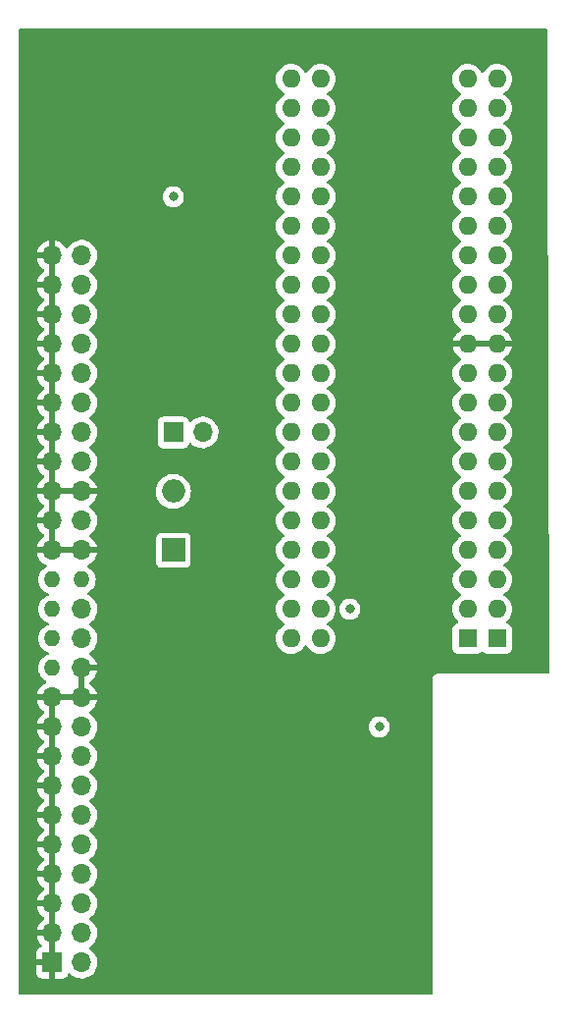
<source format=gbr>
%TF.GenerationSoftware,KiCad,Pcbnew,(6.0.6-0)*%
%TF.CreationDate,2023-05-29T07:50:41-04:00*%
%TF.ProjectId,SCSI adapter version 3,53435349-2061-4646-9170-746572207665,rev?*%
%TF.SameCoordinates,Original*%
%TF.FileFunction,Copper,L2,Inr*%
%TF.FilePolarity,Positive*%
%FSLAX46Y46*%
G04 Gerber Fmt 4.6, Leading zero omitted, Abs format (unit mm)*
G04 Created by KiCad (PCBNEW (6.0.6-0)) date 2023-05-29 07:50:41*
%MOMM*%
%LPD*%
G01*
G04 APERTURE LIST*
%TA.AperFunction,ComponentPad*%
%ADD10R,1.700000X1.700000*%
%TD*%
%TA.AperFunction,ComponentPad*%
%ADD11O,1.700000X1.700000*%
%TD*%
%TA.AperFunction,ComponentPad*%
%ADD12R,1.600000X1.600000*%
%TD*%
%TA.AperFunction,ComponentPad*%
%ADD13O,1.600000X1.600000*%
%TD*%
%TA.AperFunction,ComponentPad*%
%ADD14O,1.400000X1.400000*%
%TD*%
%TA.AperFunction,ComponentPad*%
%ADD15R,2.000000X2.000000*%
%TD*%
%TA.AperFunction,ComponentPad*%
%ADD16O,2.000000X2.000000*%
%TD*%
%TA.AperFunction,ViaPad*%
%ADD17C,0.800000*%
%TD*%
G04 APERTURE END LIST*
D10*
%TO.N,VDD/Tpower*%
%TO.C,TermPWR*%
X68580000Y-91440000D03*
D11*
X71120000Y-91440000D03*
%TD*%
D12*
%TO.N,N/C*%
%TO.C,<-Socket*%
X96520000Y-109220000D03*
D13*
%TO.N,D7*%
X96520000Y-106680000D03*
%TO.N,D6*%
X96520000Y-104140000D03*
%TO.N,D5*%
X96520000Y-101600000D03*
%TO.N,D4*%
X96520000Y-99060000D03*
%TO.N,D3*%
X96520000Y-96520000D03*
%TO.N,D2*%
X96520000Y-93980000D03*
%TO.N,D1*%
X96520000Y-91440000D03*
%TO.N,D0*%
X96520000Y-88900000D03*
%TO.N,parity*%
X96520000Y-86360000D03*
%TO.N,GND*%
X96520000Y-83820000D03*
%TO.N,SEL*%
X96520000Y-81280000D03*
%TO.N,BSY*%
X96520000Y-78740000D03*
%TO.N,ACK*%
X96520000Y-76200000D03*
%TO.N,ATN*%
X96520000Y-73660000D03*
%TO.N,RST*%
X96520000Y-71120000D03*
%TO.N,I/O*%
X96520000Y-68580000D03*
%TO.N,C/D*%
X96520000Y-66040000D03*
%TO.N,MSG*%
X96520000Y-63500000D03*
%TO.N,REQ*%
X96520000Y-60960000D03*
%TO.N,N/C*%
X81280000Y-60960000D03*
X81280000Y-63500000D03*
X81280000Y-66040000D03*
X81280000Y-68580000D03*
X81280000Y-71120000D03*
X81280000Y-73660000D03*
X81280000Y-76200000D03*
X81280000Y-78740000D03*
X81280000Y-81280000D03*
X81280000Y-83820000D03*
%TO.N,VDD/Tpower*%
X81280000Y-86360000D03*
%TO.N,N/C*%
X81280000Y-88900000D03*
X81280000Y-91440000D03*
X81280000Y-93980000D03*
X81280000Y-96520000D03*
X81280000Y-99060000D03*
X81280000Y-101600000D03*
X81280000Y-104140000D03*
X81280000Y-106680000D03*
X81280000Y-109220000D03*
%TD*%
D12*
%TO.N,N/C*%
%TO.C,<-Socket*%
X93980000Y-109220000D03*
D13*
%TO.N,D7*%
X93980000Y-106680000D03*
%TO.N,D6*%
X93980000Y-104140000D03*
%TO.N,D5*%
X93980000Y-101600000D03*
%TO.N,D4*%
X93980000Y-99060000D03*
%TO.N,D3*%
X93980000Y-96520000D03*
%TO.N,D2*%
X93980000Y-93980000D03*
%TO.N,D1*%
X93980000Y-91440000D03*
%TO.N,D0*%
X93980000Y-88900000D03*
%TO.N,parity*%
X93980000Y-86360000D03*
%TO.N,GND*%
X93980000Y-83820000D03*
%TO.N,SEL*%
X93980000Y-81280000D03*
%TO.N,BSY*%
X93980000Y-78740000D03*
%TO.N,ACK*%
X93980000Y-76200000D03*
%TO.N,ATN*%
X93980000Y-73660000D03*
%TO.N,RST*%
X93980000Y-71120000D03*
%TO.N,I/O*%
X93980000Y-68580000D03*
%TO.N,C/D*%
X93980000Y-66040000D03*
%TO.N,MSG*%
X93980000Y-63500000D03*
%TO.N,REQ*%
X93980000Y-60960000D03*
%TO.N,N/C*%
X78740000Y-60960000D03*
X78740000Y-63500000D03*
X78740000Y-66040000D03*
X78740000Y-68580000D03*
X78740000Y-71120000D03*
X78740000Y-73660000D03*
X78740000Y-76200000D03*
X78740000Y-78740000D03*
X78740000Y-81280000D03*
X78740000Y-83820000D03*
%TO.N,VDD/Tpower*%
X78740000Y-86360000D03*
%TO.N,N/C*%
X78740000Y-88900000D03*
X78740000Y-91440000D03*
X78740000Y-93980000D03*
X78740000Y-96520000D03*
X78740000Y-99060000D03*
X78740000Y-101600000D03*
X78740000Y-104140000D03*
X78740000Y-106680000D03*
X78740000Y-109220000D03*
%TD*%
D10*
%TO.N,GND*%
%TO.C,SCSI50*%
X58133089Y-137160000D03*
D11*
%TO.N,D0*%
X60673089Y-137160000D03*
%TO.N,GND*%
X58133089Y-134620000D03*
%TO.N,D1*%
X60673089Y-134620000D03*
%TO.N,GND*%
X58133089Y-132080000D03*
%TO.N,D2*%
X60673089Y-132080000D03*
%TO.N,GND*%
X58133089Y-129540000D03*
%TO.N,D3*%
X60673089Y-129540000D03*
%TO.N,GND*%
X58133089Y-127000000D03*
%TO.N,D4*%
X60673089Y-127000000D03*
%TO.N,GND*%
X58133089Y-124460000D03*
%TO.N,D5*%
X60673089Y-124460000D03*
%TO.N,GND*%
X58133089Y-121920000D03*
%TO.N,D6*%
X60673089Y-121920000D03*
%TO.N,GND*%
X58133089Y-119380000D03*
%TO.N,D7*%
X60673089Y-119380000D03*
%TO.N,GND*%
X58133089Y-116840000D03*
%TO.N,parity*%
X60673089Y-116840000D03*
%TO.N,GND*%
X58133089Y-114300000D03*
X60673089Y-114300000D03*
D14*
%TO.N,N/C*%
X58133089Y-111760000D03*
D11*
%TO.N,GND*%
X60673089Y-111760000D03*
D14*
%TO.N,N/C*%
X58133089Y-109220000D03*
D11*
X60673089Y-109220000D03*
D14*
X58133089Y-106680000D03*
D11*
%TO.N,VDD/Tpower*%
X60673089Y-106680000D03*
D14*
%TO.N,N/C*%
X58133089Y-104140000D03*
X60673089Y-104140000D03*
D11*
%TO.N,GND*%
X58133089Y-101600000D03*
X60673089Y-101600000D03*
X58133089Y-99060000D03*
%TO.N,ATN*%
X60673089Y-99060000D03*
%TO.N,GND*%
X58133089Y-96520000D03*
X60673089Y-96520000D03*
X58133089Y-93980000D03*
%TO.N,BSY*%
X60673089Y-93980000D03*
%TO.N,GND*%
X58133089Y-91440000D03*
%TO.N,ACK*%
X60673089Y-91440000D03*
%TO.N,GND*%
X58133089Y-88900000D03*
%TO.N,RST*%
X60673089Y-88900000D03*
%TO.N,GND*%
X58133089Y-86360000D03*
%TO.N,MSG*%
X60673089Y-86360000D03*
%TO.N,GND*%
X58133089Y-83820000D03*
%TO.N,SEL*%
X60673089Y-83820000D03*
%TO.N,GND*%
X58133089Y-81280000D03*
%TO.N,C/D*%
X60673089Y-81280000D03*
%TO.N,GND*%
X58133089Y-78740000D03*
%TO.N,REQ*%
X60673089Y-78740000D03*
%TO.N,GND*%
X58133089Y-76200000D03*
%TO.N,I/O*%
X60673089Y-76200000D03*
%TD*%
D15*
%TO.N,VDD/Tpower*%
%TO.C,Diode*%
X68580000Y-101600000D03*
D16*
X68580000Y-96520000D03*
%TD*%
D17*
%TO.N,D6*%
X86360000Y-116840000D03*
%TO.N,D4*%
X83820000Y-106680000D03*
%TO.N,ATN*%
X68580000Y-71120000D03*
%TD*%
%TA.AperFunction,Conductor*%
%TO.N,GND*%
G36*
X100783561Y-56633128D02*
G01*
X100830082Y-56686760D01*
X100841494Y-56738666D01*
X100870249Y-64064258D01*
X101058889Y-112122165D01*
X101039155Y-112190364D01*
X100985682Y-112237067D01*
X100932890Y-112248660D01*
X91449133Y-112248660D01*
X91448443Y-112248658D01*
X91378931Y-112248277D01*
X91378930Y-112248277D01*
X91369957Y-112248228D01*
X91341718Y-112256318D01*
X91324899Y-112259915D01*
X91295813Y-112264080D01*
X91287640Y-112267796D01*
X91272257Y-112274790D01*
X91254811Y-112281216D01*
X91238556Y-112285873D01*
X91238555Y-112285873D01*
X91229932Y-112288344D01*
X91222347Y-112293136D01*
X91222348Y-112293136D01*
X91205106Y-112304030D01*
X91189957Y-112312210D01*
X91171393Y-112320651D01*
X91163218Y-112324368D01*
X91143608Y-112341265D01*
X91128669Y-112352326D01*
X91114382Y-112361352D01*
X91114379Y-112361355D01*
X91106794Y-112366147D01*
X91100856Y-112372879D01*
X91087368Y-112388171D01*
X91075124Y-112400274D01*
X91052873Y-112419447D01*
X91047989Y-112426982D01*
X91038796Y-112441165D01*
X91027558Y-112455979D01*
X91018702Y-112466020D01*
X91010444Y-112475383D01*
X91006635Y-112483508D01*
X91006633Y-112483512D01*
X90997979Y-112501974D01*
X90989624Y-112517027D01*
X90973648Y-112541675D01*
X90968052Y-112560388D01*
X90966233Y-112566470D01*
X90959605Y-112583841D01*
X90952435Y-112599139D01*
X90952434Y-112599143D01*
X90948624Y-112607271D01*
X90947249Y-112616139D01*
X90944124Y-112636293D01*
X90940331Y-112653081D01*
X90931914Y-112681226D01*
X90931859Y-112690202D01*
X90931859Y-112690203D01*
X90931703Y-112715718D01*
X90931665Y-112716646D01*
X90931475Y-112717868D01*
X90931477Y-112721170D01*
X90931477Y-112721172D01*
X90931495Y-112749293D01*
X90931493Y-112750143D01*
X90931124Y-112810589D01*
X90931024Y-112826881D01*
X90931445Y-112828355D01*
X90931546Y-112829821D01*
X90940959Y-127702077D01*
X90948630Y-139822977D01*
X90928671Y-139891111D01*
X90875045Y-139937637D01*
X90822630Y-139949057D01*
X55315471Y-139949057D01*
X55247350Y-139929055D01*
X55200857Y-139875399D01*
X55189471Y-139823033D01*
X55189471Y-139822977D01*
X55189808Y-138054669D01*
X56775090Y-138054669D01*
X56775460Y-138061490D01*
X56780984Y-138112352D01*
X56784610Y-138127604D01*
X56829765Y-138248054D01*
X56838303Y-138263649D01*
X56914804Y-138365724D01*
X56927365Y-138378285D01*
X57029440Y-138454786D01*
X57045035Y-138463324D01*
X57165483Y-138508478D01*
X57180738Y-138512105D01*
X57231603Y-138517631D01*
X57238417Y-138518000D01*
X57860974Y-138518000D01*
X57876213Y-138513525D01*
X57877418Y-138512135D01*
X57879089Y-138504452D01*
X57879089Y-138499884D01*
X58387089Y-138499884D01*
X58391564Y-138515123D01*
X58392954Y-138516328D01*
X58400637Y-138517999D01*
X59027758Y-138517999D01*
X59034579Y-138517629D01*
X59085441Y-138512105D01*
X59100693Y-138508479D01*
X59221143Y-138463324D01*
X59236738Y-138454786D01*
X59338813Y-138378285D01*
X59351374Y-138365724D01*
X59427875Y-138263649D01*
X59436413Y-138248054D01*
X59477314Y-138138952D01*
X59519956Y-138082188D01*
X59586517Y-138057488D01*
X59655866Y-138072696D01*
X59690533Y-138100684D01*
X59715954Y-138130031D01*
X59715958Y-138130035D01*
X59719339Y-138133938D01*
X59891215Y-138276632D01*
X60084089Y-138389338D01*
X60292781Y-138469030D01*
X60297849Y-138470061D01*
X60297852Y-138470062D01*
X60405106Y-138491883D01*
X60511686Y-138513567D01*
X60516861Y-138513757D01*
X60516863Y-138513757D01*
X60729762Y-138521564D01*
X60729766Y-138521564D01*
X60734926Y-138521753D01*
X60740046Y-138521097D01*
X60740048Y-138521097D01*
X60951377Y-138494025D01*
X60951378Y-138494025D01*
X60956505Y-138493368D01*
X60961455Y-138491883D01*
X61165518Y-138430661D01*
X61165523Y-138430659D01*
X61170473Y-138429174D01*
X61371083Y-138330896D01*
X61552949Y-138201173D01*
X61711185Y-138043489D01*
X61841542Y-137862077D01*
X61940519Y-137661811D01*
X62005459Y-137448069D01*
X62034618Y-137226590D01*
X62036245Y-137160000D01*
X62017941Y-136937361D01*
X61963520Y-136720702D01*
X61874443Y-136515840D01*
X61753103Y-136328277D01*
X61602759Y-136163051D01*
X61598708Y-136159852D01*
X61598704Y-136159848D01*
X61431503Y-136027800D01*
X61431499Y-136027798D01*
X61427448Y-136024598D01*
X61386142Y-136001796D01*
X61336173Y-135951364D01*
X61321401Y-135881921D01*
X61346517Y-135815516D01*
X61373869Y-135788909D01*
X61417692Y-135757650D01*
X61552949Y-135661173D01*
X61606387Y-135607922D01*
X61707524Y-135507137D01*
X61711185Y-135503489D01*
X61841542Y-135322077D01*
X61855084Y-135294678D01*
X61938225Y-135126453D01*
X61938226Y-135126451D01*
X61940519Y-135121811D01*
X62005459Y-134908069D01*
X62034618Y-134686590D01*
X62036245Y-134620000D01*
X62017941Y-134397361D01*
X61963520Y-134180702D01*
X61874443Y-133975840D01*
X61753103Y-133788277D01*
X61602759Y-133623051D01*
X61598708Y-133619852D01*
X61598704Y-133619848D01*
X61431503Y-133487800D01*
X61431499Y-133487798D01*
X61427448Y-133484598D01*
X61386142Y-133461796D01*
X61336173Y-133411364D01*
X61321401Y-133341921D01*
X61346517Y-133275516D01*
X61373869Y-133248909D01*
X61417692Y-133217650D01*
X61552949Y-133121173D01*
X61711185Y-132963489D01*
X61841542Y-132782077D01*
X61855084Y-132754678D01*
X61938225Y-132586453D01*
X61938226Y-132586451D01*
X61940519Y-132581811D01*
X62005459Y-132368069D01*
X62034618Y-132146590D01*
X62036245Y-132080000D01*
X62017941Y-131857361D01*
X61963520Y-131640702D01*
X61874443Y-131435840D01*
X61753103Y-131248277D01*
X61602759Y-131083051D01*
X61598708Y-131079852D01*
X61598704Y-131079848D01*
X61431503Y-130947800D01*
X61431499Y-130947798D01*
X61427448Y-130944598D01*
X61386142Y-130921796D01*
X61336173Y-130871364D01*
X61321401Y-130801921D01*
X61346517Y-130735516D01*
X61373869Y-130708909D01*
X61417692Y-130677650D01*
X61552949Y-130581173D01*
X61711185Y-130423489D01*
X61841542Y-130242077D01*
X61855084Y-130214678D01*
X61938225Y-130046453D01*
X61938226Y-130046451D01*
X61940519Y-130041811D01*
X62005459Y-129828069D01*
X62034618Y-129606590D01*
X62036245Y-129540000D01*
X62017941Y-129317361D01*
X61963520Y-129100702D01*
X61874443Y-128895840D01*
X61753103Y-128708277D01*
X61602759Y-128543051D01*
X61598708Y-128539852D01*
X61598704Y-128539848D01*
X61431503Y-128407800D01*
X61431499Y-128407798D01*
X61427448Y-128404598D01*
X61386142Y-128381796D01*
X61336173Y-128331364D01*
X61321401Y-128261921D01*
X61346517Y-128195516D01*
X61373869Y-128168909D01*
X61417692Y-128137650D01*
X61552949Y-128041173D01*
X61711185Y-127883489D01*
X61841542Y-127702077D01*
X61855084Y-127674678D01*
X61938225Y-127506453D01*
X61938226Y-127506451D01*
X61940519Y-127501811D01*
X62005459Y-127288069D01*
X62034618Y-127066590D01*
X62036245Y-127000000D01*
X62017941Y-126777361D01*
X61963520Y-126560702D01*
X61874443Y-126355840D01*
X61753103Y-126168277D01*
X61602759Y-126003051D01*
X61598708Y-125999852D01*
X61598704Y-125999848D01*
X61431503Y-125867800D01*
X61431499Y-125867798D01*
X61427448Y-125864598D01*
X61386142Y-125841796D01*
X61336173Y-125791364D01*
X61321401Y-125721921D01*
X61346517Y-125655516D01*
X61373869Y-125628909D01*
X61417692Y-125597650D01*
X61552949Y-125501173D01*
X61711185Y-125343489D01*
X61841542Y-125162077D01*
X61855084Y-125134678D01*
X61938225Y-124966453D01*
X61938226Y-124966451D01*
X61940519Y-124961811D01*
X62005459Y-124748069D01*
X62034618Y-124526590D01*
X62036245Y-124460000D01*
X62017941Y-124237361D01*
X61963520Y-124020702D01*
X61874443Y-123815840D01*
X61753103Y-123628277D01*
X61602759Y-123463051D01*
X61598708Y-123459852D01*
X61598704Y-123459848D01*
X61431503Y-123327800D01*
X61431499Y-123327798D01*
X61427448Y-123324598D01*
X61386142Y-123301796D01*
X61336173Y-123251364D01*
X61321401Y-123181921D01*
X61346517Y-123115516D01*
X61373869Y-123088909D01*
X61417692Y-123057650D01*
X61552949Y-122961173D01*
X61711185Y-122803489D01*
X61841542Y-122622077D01*
X61855084Y-122594678D01*
X61938225Y-122426453D01*
X61938226Y-122426451D01*
X61940519Y-122421811D01*
X62005459Y-122208069D01*
X62034618Y-121986590D01*
X62036245Y-121920000D01*
X62017941Y-121697361D01*
X61963520Y-121480702D01*
X61874443Y-121275840D01*
X61753103Y-121088277D01*
X61602759Y-120923051D01*
X61598708Y-120919852D01*
X61598704Y-120919848D01*
X61431503Y-120787800D01*
X61431499Y-120787798D01*
X61427448Y-120784598D01*
X61386142Y-120761796D01*
X61336173Y-120711364D01*
X61321401Y-120641921D01*
X61346517Y-120575516D01*
X61373869Y-120548909D01*
X61417692Y-120517650D01*
X61552949Y-120421173D01*
X61711185Y-120263489D01*
X61841542Y-120082077D01*
X61855084Y-120054678D01*
X61938225Y-119886453D01*
X61938226Y-119886451D01*
X61940519Y-119881811D01*
X62005459Y-119668069D01*
X62034618Y-119446590D01*
X62036245Y-119380000D01*
X62017941Y-119157361D01*
X61963520Y-118940702D01*
X61874443Y-118735840D01*
X61753103Y-118548277D01*
X61602759Y-118383051D01*
X61598708Y-118379852D01*
X61598704Y-118379848D01*
X61431503Y-118247800D01*
X61431499Y-118247798D01*
X61427448Y-118244598D01*
X61386142Y-118221796D01*
X61336173Y-118171364D01*
X61321401Y-118101921D01*
X61346517Y-118035516D01*
X61373869Y-118008909D01*
X61417692Y-117977650D01*
X61552949Y-117881173D01*
X61711185Y-117723489D01*
X61720759Y-117710166D01*
X61838524Y-117546277D01*
X61841542Y-117542077D01*
X61851095Y-117522749D01*
X61938225Y-117346453D01*
X61938226Y-117346451D01*
X61940519Y-117341811D01*
X62005459Y-117128069D01*
X62034618Y-116906590D01*
X62036245Y-116840000D01*
X85446496Y-116840000D01*
X85447186Y-116846565D01*
X85453844Y-116909908D01*
X85466458Y-117029928D01*
X85525473Y-117211556D01*
X85528776Y-117217278D01*
X85528777Y-117217279D01*
X85548982Y-117252275D01*
X85620960Y-117376944D01*
X85625378Y-117381851D01*
X85625379Y-117381852D01*
X85744325Y-117513955D01*
X85748747Y-117518866D01*
X85903248Y-117631118D01*
X85909276Y-117633802D01*
X85909278Y-117633803D01*
X85943389Y-117648990D01*
X86077712Y-117708794D01*
X86162480Y-117726812D01*
X86258056Y-117747128D01*
X86258061Y-117747128D01*
X86264513Y-117748500D01*
X86455487Y-117748500D01*
X86461939Y-117747128D01*
X86461944Y-117747128D01*
X86557520Y-117726812D01*
X86642288Y-117708794D01*
X86776611Y-117648990D01*
X86810722Y-117633803D01*
X86810724Y-117633802D01*
X86816752Y-117631118D01*
X86971253Y-117518866D01*
X86975675Y-117513955D01*
X87094621Y-117381852D01*
X87094622Y-117381851D01*
X87099040Y-117376944D01*
X87171018Y-117252275D01*
X87191223Y-117217279D01*
X87191224Y-117217278D01*
X87194527Y-117211556D01*
X87253542Y-117029928D01*
X87266157Y-116909908D01*
X87272814Y-116846565D01*
X87273504Y-116840000D01*
X87253542Y-116650072D01*
X87194527Y-116468444D01*
X87099040Y-116303056D01*
X87002503Y-116195840D01*
X86975675Y-116166045D01*
X86975674Y-116166044D01*
X86971253Y-116161134D01*
X86816752Y-116048882D01*
X86810724Y-116046198D01*
X86810722Y-116046197D01*
X86648319Y-115973891D01*
X86648318Y-115973891D01*
X86642288Y-115971206D01*
X86548888Y-115951353D01*
X86461944Y-115932872D01*
X86461939Y-115932872D01*
X86455487Y-115931500D01*
X86264513Y-115931500D01*
X86258061Y-115932872D01*
X86258056Y-115932872D01*
X86171112Y-115951353D01*
X86077712Y-115971206D01*
X86071682Y-115973891D01*
X86071681Y-115973891D01*
X85909278Y-116046197D01*
X85909276Y-116046198D01*
X85903248Y-116048882D01*
X85748747Y-116161134D01*
X85744326Y-116166044D01*
X85744325Y-116166045D01*
X85717498Y-116195840D01*
X85620960Y-116303056D01*
X85525473Y-116468444D01*
X85466458Y-116650072D01*
X85446496Y-116840000D01*
X62036245Y-116840000D01*
X62017941Y-116617361D01*
X61963520Y-116400702D01*
X61874443Y-116195840D01*
X61834995Y-116134862D01*
X61755911Y-116012617D01*
X61755909Y-116012614D01*
X61753103Y-116008277D01*
X61602759Y-115843051D01*
X61598708Y-115839852D01*
X61598704Y-115839848D01*
X61431503Y-115707800D01*
X61431499Y-115707798D01*
X61427448Y-115704598D01*
X61385658Y-115681529D01*
X61335687Y-115631097D01*
X61320915Y-115561654D01*
X61346031Y-115495248D01*
X61373383Y-115468641D01*
X61548417Y-115343792D01*
X61556289Y-115337139D01*
X61707141Y-115186812D01*
X61713819Y-115178965D01*
X61838092Y-115006020D01*
X61843402Y-114997183D01*
X61937759Y-114806267D01*
X61941558Y-114796672D01*
X62003466Y-114592910D01*
X62005644Y-114582837D01*
X62007075Y-114571962D01*
X62004864Y-114557778D01*
X61991706Y-114554000D01*
X58405204Y-114554000D01*
X58389965Y-114558475D01*
X58388760Y-114559865D01*
X58387089Y-114567548D01*
X58387089Y-138499884D01*
X57879089Y-138499884D01*
X57879089Y-137432115D01*
X57874614Y-137416876D01*
X57873224Y-137415671D01*
X57865541Y-137414000D01*
X56793205Y-137414000D01*
X56777966Y-137418475D01*
X56776761Y-137419865D01*
X56775090Y-137427548D01*
X56775090Y-138054669D01*
X55189808Y-138054669D01*
X55190031Y-136887885D01*
X56775089Y-136887885D01*
X56779564Y-136903124D01*
X56780954Y-136904329D01*
X56788637Y-136906000D01*
X57860974Y-136906000D01*
X57876213Y-136901525D01*
X57877418Y-136900135D01*
X57879089Y-136892452D01*
X57879089Y-134892115D01*
X57874614Y-134876876D01*
X57873224Y-134875671D01*
X57865541Y-134874000D01*
X56816314Y-134874000D01*
X56802783Y-134877973D01*
X56801346Y-134887966D01*
X56831654Y-135022446D01*
X56834734Y-135032275D01*
X56914859Y-135229603D01*
X56919502Y-135238794D01*
X57030783Y-135420388D01*
X57036866Y-135428699D01*
X57176302Y-135589667D01*
X57183667Y-135596881D01*
X57189055Y-135601354D01*
X57228688Y-135660258D01*
X57230184Y-135731239D01*
X57193067Y-135791761D01*
X57152796Y-135816278D01*
X57045037Y-135856675D01*
X57029440Y-135865214D01*
X56927365Y-135941715D01*
X56914804Y-135954276D01*
X56838303Y-136056351D01*
X56829765Y-136071946D01*
X56784611Y-136192394D01*
X56780984Y-136207649D01*
X56775458Y-136258514D01*
X56775089Y-136265328D01*
X56775089Y-136887885D01*
X55190031Y-136887885D01*
X55190515Y-134354183D01*
X56797478Y-134354183D01*
X56799001Y-134362607D01*
X56811381Y-134366000D01*
X57860974Y-134366000D01*
X57876213Y-134361525D01*
X57877418Y-134360135D01*
X57879089Y-134352452D01*
X57879089Y-132352115D01*
X57874614Y-132336876D01*
X57873224Y-132335671D01*
X57865541Y-132334000D01*
X56816314Y-132334000D01*
X56802783Y-132337973D01*
X56801346Y-132347966D01*
X56831654Y-132482446D01*
X56834734Y-132492275D01*
X56914859Y-132689603D01*
X56919502Y-132698794D01*
X57030783Y-132880388D01*
X57036866Y-132888699D01*
X57176302Y-133049667D01*
X57183669Y-133056883D01*
X57347523Y-133192916D01*
X57355970Y-133198831D01*
X57425568Y-133239501D01*
X57474292Y-133291140D01*
X57487363Y-133360923D01*
X57460632Y-133426694D01*
X57420176Y-133460053D01*
X57411551Y-133464542D01*
X57402827Y-133470036D01*
X57232522Y-133597905D01*
X57224815Y-133604748D01*
X57077679Y-133758717D01*
X57071193Y-133766727D01*
X56951187Y-133942649D01*
X56946089Y-133951623D01*
X56856427Y-134144783D01*
X56852864Y-134154470D01*
X56797478Y-134354183D01*
X55190515Y-134354183D01*
X55191001Y-131814183D01*
X56797478Y-131814183D01*
X56799001Y-131822607D01*
X56811381Y-131826000D01*
X57860974Y-131826000D01*
X57876213Y-131821525D01*
X57877418Y-131820135D01*
X57879089Y-131812452D01*
X57879089Y-129812115D01*
X57874614Y-129796876D01*
X57873224Y-129795671D01*
X57865541Y-129794000D01*
X56816314Y-129794000D01*
X56802783Y-129797973D01*
X56801346Y-129807966D01*
X56831654Y-129942446D01*
X56834734Y-129952275D01*
X56914859Y-130149603D01*
X56919502Y-130158794D01*
X57030783Y-130340388D01*
X57036866Y-130348699D01*
X57176302Y-130509667D01*
X57183669Y-130516883D01*
X57347523Y-130652916D01*
X57355970Y-130658831D01*
X57425568Y-130699501D01*
X57474292Y-130751140D01*
X57487363Y-130820923D01*
X57460632Y-130886694D01*
X57420176Y-130920053D01*
X57411551Y-130924542D01*
X57402827Y-130930036D01*
X57232522Y-131057905D01*
X57224815Y-131064748D01*
X57077679Y-131218717D01*
X57071193Y-131226727D01*
X56951187Y-131402649D01*
X56946089Y-131411623D01*
X56856427Y-131604783D01*
X56852864Y-131614470D01*
X56797478Y-131814183D01*
X55191001Y-131814183D01*
X55191486Y-129274183D01*
X56797478Y-129274183D01*
X56799001Y-129282607D01*
X56811381Y-129286000D01*
X57860974Y-129286000D01*
X57876213Y-129281525D01*
X57877418Y-129280135D01*
X57879089Y-129272452D01*
X57879089Y-127272115D01*
X57874614Y-127256876D01*
X57873224Y-127255671D01*
X57865541Y-127254000D01*
X56816314Y-127254000D01*
X56802783Y-127257973D01*
X56801346Y-127267966D01*
X56831654Y-127402446D01*
X56834734Y-127412275D01*
X56914859Y-127609603D01*
X56919502Y-127618794D01*
X57030783Y-127800388D01*
X57036866Y-127808699D01*
X57176302Y-127969667D01*
X57183669Y-127976883D01*
X57347523Y-128112916D01*
X57355970Y-128118831D01*
X57425568Y-128159501D01*
X57474292Y-128211140D01*
X57487363Y-128280923D01*
X57460632Y-128346694D01*
X57420176Y-128380053D01*
X57411551Y-128384542D01*
X57402827Y-128390036D01*
X57232522Y-128517905D01*
X57224815Y-128524748D01*
X57077679Y-128678717D01*
X57071193Y-128686727D01*
X56951187Y-128862649D01*
X56946089Y-128871623D01*
X56856427Y-129064783D01*
X56852864Y-129074470D01*
X56797478Y-129274183D01*
X55191486Y-129274183D01*
X55191971Y-126734183D01*
X56797478Y-126734183D01*
X56799001Y-126742607D01*
X56811381Y-126746000D01*
X57860974Y-126746000D01*
X57876213Y-126741525D01*
X57877418Y-126740135D01*
X57879089Y-126732452D01*
X57879089Y-124732115D01*
X57874614Y-124716876D01*
X57873224Y-124715671D01*
X57865541Y-124714000D01*
X56816314Y-124714000D01*
X56802783Y-124717973D01*
X56801346Y-124727966D01*
X56831654Y-124862446D01*
X56834734Y-124872275D01*
X56914859Y-125069603D01*
X56919502Y-125078794D01*
X57030783Y-125260388D01*
X57036866Y-125268699D01*
X57176302Y-125429667D01*
X57183669Y-125436883D01*
X57347523Y-125572916D01*
X57355970Y-125578831D01*
X57425568Y-125619501D01*
X57474292Y-125671140D01*
X57487363Y-125740923D01*
X57460632Y-125806694D01*
X57420176Y-125840053D01*
X57411551Y-125844542D01*
X57402827Y-125850036D01*
X57232522Y-125977905D01*
X57224815Y-125984748D01*
X57077679Y-126138717D01*
X57071193Y-126146727D01*
X56951187Y-126322649D01*
X56946089Y-126331623D01*
X56856427Y-126524783D01*
X56852864Y-126534470D01*
X56797478Y-126734183D01*
X55191971Y-126734183D01*
X55192456Y-124194183D01*
X56797478Y-124194183D01*
X56799001Y-124202607D01*
X56811381Y-124206000D01*
X57860974Y-124206000D01*
X57876213Y-124201525D01*
X57877418Y-124200135D01*
X57879089Y-124192452D01*
X57879089Y-122192115D01*
X57874614Y-122176876D01*
X57873224Y-122175671D01*
X57865541Y-122174000D01*
X56816314Y-122174000D01*
X56802783Y-122177973D01*
X56801346Y-122187966D01*
X56831654Y-122322446D01*
X56834734Y-122332275D01*
X56914859Y-122529603D01*
X56919502Y-122538794D01*
X57030783Y-122720388D01*
X57036866Y-122728699D01*
X57176302Y-122889667D01*
X57183669Y-122896883D01*
X57347523Y-123032916D01*
X57355970Y-123038831D01*
X57425568Y-123079501D01*
X57474292Y-123131140D01*
X57487363Y-123200923D01*
X57460632Y-123266694D01*
X57420176Y-123300053D01*
X57411551Y-123304542D01*
X57402827Y-123310036D01*
X57232522Y-123437905D01*
X57224815Y-123444748D01*
X57077679Y-123598717D01*
X57071193Y-123606727D01*
X56951187Y-123782649D01*
X56946089Y-123791623D01*
X56856427Y-123984783D01*
X56852864Y-123994470D01*
X56797478Y-124194183D01*
X55192456Y-124194183D01*
X55192941Y-121654183D01*
X56797478Y-121654183D01*
X56799001Y-121662607D01*
X56811381Y-121666000D01*
X57860974Y-121666000D01*
X57876213Y-121661525D01*
X57877418Y-121660135D01*
X57879089Y-121652452D01*
X57879089Y-119652115D01*
X57874614Y-119636876D01*
X57873224Y-119635671D01*
X57865541Y-119634000D01*
X56816314Y-119634000D01*
X56802783Y-119637973D01*
X56801346Y-119647966D01*
X56831654Y-119782446D01*
X56834734Y-119792275D01*
X56914859Y-119989603D01*
X56919502Y-119998794D01*
X57030783Y-120180388D01*
X57036866Y-120188699D01*
X57176302Y-120349667D01*
X57183669Y-120356883D01*
X57347523Y-120492916D01*
X57355970Y-120498831D01*
X57425568Y-120539501D01*
X57474292Y-120591140D01*
X57487363Y-120660923D01*
X57460632Y-120726694D01*
X57420176Y-120760053D01*
X57411551Y-120764542D01*
X57402827Y-120770036D01*
X57232522Y-120897905D01*
X57224815Y-120904748D01*
X57077679Y-121058717D01*
X57071193Y-121066727D01*
X56951187Y-121242649D01*
X56946089Y-121251623D01*
X56856427Y-121444783D01*
X56852864Y-121454470D01*
X56797478Y-121654183D01*
X55192941Y-121654183D01*
X55193426Y-119114183D01*
X56797478Y-119114183D01*
X56799001Y-119122607D01*
X56811381Y-119126000D01*
X57860974Y-119126000D01*
X57876213Y-119121525D01*
X57877418Y-119120135D01*
X57879089Y-119112452D01*
X57879089Y-117112115D01*
X57874614Y-117096876D01*
X57873224Y-117095671D01*
X57865541Y-117094000D01*
X56816314Y-117094000D01*
X56802783Y-117097973D01*
X56801346Y-117107966D01*
X56831654Y-117242446D01*
X56834734Y-117252275D01*
X56914859Y-117449603D01*
X56919502Y-117458794D01*
X57030783Y-117640388D01*
X57036866Y-117648699D01*
X57176302Y-117809667D01*
X57183669Y-117816883D01*
X57347523Y-117952916D01*
X57355970Y-117958831D01*
X57425568Y-117999501D01*
X57474292Y-118051140D01*
X57487363Y-118120923D01*
X57460632Y-118186694D01*
X57420176Y-118220053D01*
X57411551Y-118224542D01*
X57402827Y-118230036D01*
X57232522Y-118357905D01*
X57224815Y-118364748D01*
X57077679Y-118518717D01*
X57071193Y-118526727D01*
X56951187Y-118702649D01*
X56946089Y-118711623D01*
X56856427Y-118904783D01*
X56852864Y-118914470D01*
X56797478Y-119114183D01*
X55193426Y-119114183D01*
X55193911Y-116574183D01*
X56797478Y-116574183D01*
X56799001Y-116582607D01*
X56811381Y-116586000D01*
X57860974Y-116586000D01*
X57876213Y-116581525D01*
X57877418Y-116580135D01*
X57879089Y-116572452D01*
X57879089Y-114572115D01*
X57874614Y-114556876D01*
X57873224Y-114555671D01*
X57865541Y-114554000D01*
X56816314Y-114554000D01*
X56802783Y-114557973D01*
X56801346Y-114567966D01*
X56831654Y-114702446D01*
X56834734Y-114712275D01*
X56914859Y-114909603D01*
X56919502Y-114918794D01*
X57030783Y-115100388D01*
X57036866Y-115108699D01*
X57176302Y-115269667D01*
X57183669Y-115276883D01*
X57347523Y-115412916D01*
X57355970Y-115418831D01*
X57425568Y-115459501D01*
X57474292Y-115511140D01*
X57487363Y-115580923D01*
X57460632Y-115646694D01*
X57420176Y-115680053D01*
X57411551Y-115684542D01*
X57402827Y-115690036D01*
X57232522Y-115817905D01*
X57224815Y-115824748D01*
X57077679Y-115978717D01*
X57071193Y-115986727D01*
X56951187Y-116162649D01*
X56946089Y-116171623D01*
X56856427Y-116364783D01*
X56852864Y-116374470D01*
X56797478Y-116574183D01*
X55193911Y-116574183D01*
X55194396Y-114034183D01*
X56797478Y-114034183D01*
X56799001Y-114042607D01*
X56811381Y-114046000D01*
X60400974Y-114046000D01*
X60416213Y-114041525D01*
X60417418Y-114040135D01*
X60419089Y-114032452D01*
X60419089Y-114027885D01*
X60927089Y-114027885D01*
X60931564Y-114043124D01*
X60932954Y-114044329D01*
X60940637Y-114046000D01*
X61991433Y-114046000D01*
X62004964Y-114042027D01*
X62006269Y-114032947D01*
X61964303Y-113865875D01*
X61960983Y-113856124D01*
X61876061Y-113660814D01*
X61871194Y-113651739D01*
X61755515Y-113472926D01*
X61749225Y-113464757D01*
X61605895Y-113307240D01*
X61598362Y-113300215D01*
X61431228Y-113168222D01*
X61422641Y-113162517D01*
X61385205Y-113141851D01*
X61335235Y-113091419D01*
X61320463Y-113021976D01*
X61345579Y-112955571D01*
X61372931Y-112928964D01*
X61548416Y-112803792D01*
X61556289Y-112797139D01*
X61707141Y-112646812D01*
X61713819Y-112638965D01*
X61838092Y-112466020D01*
X61843402Y-112457183D01*
X61937759Y-112266267D01*
X61941558Y-112256672D01*
X62003466Y-112052910D01*
X62005644Y-112042837D01*
X62007075Y-112031962D01*
X62004864Y-112017778D01*
X61991706Y-112014000D01*
X60945204Y-112014000D01*
X60929965Y-112018475D01*
X60928760Y-112019865D01*
X60927089Y-112027548D01*
X60927089Y-114027885D01*
X60419089Y-114027885D01*
X60419089Y-111632000D01*
X60439091Y-111563879D01*
X60492747Y-111517386D01*
X60545089Y-111506000D01*
X61991433Y-111506000D01*
X62004964Y-111502027D01*
X62006269Y-111492947D01*
X61964303Y-111325875D01*
X61960983Y-111316124D01*
X61876061Y-111120814D01*
X61871194Y-111111739D01*
X61755515Y-110932926D01*
X61749225Y-110924757D01*
X61605895Y-110767240D01*
X61598362Y-110760215D01*
X61431228Y-110628222D01*
X61422645Y-110622520D01*
X61385691Y-110602120D01*
X61335720Y-110551687D01*
X61320948Y-110482245D01*
X61346064Y-110415839D01*
X61373416Y-110389232D01*
X61411751Y-110361888D01*
X61552949Y-110261173D01*
X61584877Y-110229357D01*
X61634298Y-110180107D01*
X61711185Y-110103489D01*
X61742587Y-110059789D01*
X61838524Y-109926277D01*
X61841542Y-109922077D01*
X61861717Y-109881257D01*
X61938225Y-109726453D01*
X61938226Y-109726451D01*
X61940519Y-109721811D01*
X62005459Y-109508069D01*
X62034618Y-109286590D01*
X62036245Y-109220000D01*
X77426502Y-109220000D01*
X77446457Y-109448087D01*
X77447881Y-109453400D01*
X77447881Y-109453402D01*
X77495094Y-109629600D01*
X77505716Y-109669243D01*
X77508039Y-109674224D01*
X77508039Y-109674225D01*
X77600151Y-109871762D01*
X77600154Y-109871767D01*
X77602477Y-109876749D01*
X77605634Y-109881257D01*
X77709078Y-110028990D01*
X77733802Y-110064300D01*
X77895700Y-110226198D01*
X77900208Y-110229355D01*
X77900211Y-110229357D01*
X77940445Y-110257529D01*
X78083251Y-110357523D01*
X78088233Y-110359846D01*
X78088238Y-110359849D01*
X78260982Y-110440400D01*
X78290757Y-110454284D01*
X78296065Y-110455706D01*
X78296067Y-110455707D01*
X78506598Y-110512119D01*
X78506600Y-110512119D01*
X78511913Y-110513543D01*
X78740000Y-110533498D01*
X78968087Y-110513543D01*
X78973400Y-110512119D01*
X78973402Y-110512119D01*
X79183933Y-110455707D01*
X79183935Y-110455706D01*
X79189243Y-110454284D01*
X79219018Y-110440400D01*
X79391762Y-110359849D01*
X79391767Y-110359846D01*
X79396749Y-110357523D01*
X79539555Y-110257529D01*
X79579789Y-110229357D01*
X79579792Y-110229355D01*
X79584300Y-110226198D01*
X79746198Y-110064300D01*
X79770923Y-110028990D01*
X79874366Y-109881257D01*
X79877523Y-109876749D01*
X79879846Y-109871767D01*
X79879849Y-109871762D01*
X79895805Y-109837543D01*
X79942722Y-109784258D01*
X80010999Y-109764797D01*
X80078959Y-109785339D01*
X80124195Y-109837543D01*
X80140151Y-109871762D01*
X80140154Y-109871767D01*
X80142477Y-109876749D01*
X80145634Y-109881257D01*
X80249078Y-110028990D01*
X80273802Y-110064300D01*
X80435700Y-110226198D01*
X80440208Y-110229355D01*
X80440211Y-110229357D01*
X80480445Y-110257529D01*
X80623251Y-110357523D01*
X80628233Y-110359846D01*
X80628238Y-110359849D01*
X80800982Y-110440400D01*
X80830757Y-110454284D01*
X80836065Y-110455706D01*
X80836067Y-110455707D01*
X81046598Y-110512119D01*
X81046600Y-110512119D01*
X81051913Y-110513543D01*
X81280000Y-110533498D01*
X81508087Y-110513543D01*
X81513400Y-110512119D01*
X81513402Y-110512119D01*
X81723933Y-110455707D01*
X81723935Y-110455706D01*
X81729243Y-110454284D01*
X81759018Y-110440400D01*
X81931762Y-110359849D01*
X81931767Y-110359846D01*
X81936749Y-110357523D01*
X82079555Y-110257529D01*
X82119789Y-110229357D01*
X82119792Y-110229355D01*
X82124300Y-110226198D01*
X82286198Y-110064300D01*
X82310923Y-110028990D01*
X82414366Y-109881257D01*
X82417523Y-109876749D01*
X82419846Y-109871767D01*
X82419849Y-109871762D01*
X82511961Y-109674225D01*
X82511961Y-109674224D01*
X82514284Y-109669243D01*
X82524907Y-109629600D01*
X82572119Y-109453402D01*
X82572119Y-109453400D01*
X82573543Y-109448087D01*
X82593498Y-109220000D01*
X82573543Y-108991913D01*
X82572119Y-108986598D01*
X82515707Y-108776067D01*
X82515706Y-108776065D01*
X82514284Y-108770757D01*
X82497288Y-108734309D01*
X82419849Y-108568238D01*
X82419846Y-108568233D01*
X82417523Y-108563251D01*
X82328651Y-108436329D01*
X82289357Y-108380211D01*
X82289355Y-108380208D01*
X82286198Y-108375700D01*
X82124300Y-108213802D01*
X82119792Y-108210645D01*
X82119789Y-108210643D01*
X82041611Y-108155902D01*
X81936749Y-108082477D01*
X81931767Y-108080154D01*
X81931762Y-108080151D01*
X81897543Y-108064195D01*
X81844258Y-108017278D01*
X81824797Y-107949001D01*
X81845339Y-107881041D01*
X81897543Y-107835805D01*
X81931762Y-107819849D01*
X81931767Y-107819846D01*
X81936749Y-107817523D01*
X82105289Y-107699510D01*
X82119789Y-107689357D01*
X82119792Y-107689355D01*
X82124300Y-107686198D01*
X82286198Y-107524300D01*
X82310923Y-107488990D01*
X82389032Y-107377438D01*
X82417523Y-107336749D01*
X82419846Y-107331767D01*
X82419849Y-107331762D01*
X82511961Y-107134225D01*
X82511961Y-107134224D01*
X82514284Y-107129243D01*
X82524907Y-107089600D01*
X82572119Y-106913402D01*
X82572119Y-106913400D01*
X82573543Y-106908087D01*
X82593498Y-106680000D01*
X82906496Y-106680000D01*
X82907186Y-106686565D01*
X82913844Y-106749908D01*
X82926458Y-106869928D01*
X82985473Y-107051556D01*
X82988776Y-107057278D01*
X82988777Y-107057279D01*
X83007438Y-107089600D01*
X83080960Y-107216944D01*
X83085378Y-107221851D01*
X83085379Y-107221852D01*
X83154861Y-107299020D01*
X83208747Y-107358866D01*
X83363248Y-107471118D01*
X83369276Y-107473802D01*
X83369278Y-107473803D01*
X83394625Y-107485088D01*
X83537712Y-107548794D01*
X83624009Y-107567137D01*
X83718056Y-107587128D01*
X83718061Y-107587128D01*
X83724513Y-107588500D01*
X83915487Y-107588500D01*
X83921939Y-107587128D01*
X83921944Y-107587128D01*
X84015991Y-107567137D01*
X84102288Y-107548794D01*
X84245375Y-107485088D01*
X84270722Y-107473803D01*
X84270724Y-107473802D01*
X84276752Y-107471118D01*
X84431253Y-107358866D01*
X84485139Y-107299020D01*
X84554621Y-107221852D01*
X84554622Y-107221851D01*
X84559040Y-107216944D01*
X84632562Y-107089600D01*
X84651223Y-107057279D01*
X84651224Y-107057278D01*
X84654527Y-107051556D01*
X84713542Y-106869928D01*
X84726157Y-106749908D01*
X84732814Y-106686565D01*
X84733504Y-106680000D01*
X92666502Y-106680000D01*
X92686457Y-106908087D01*
X92687881Y-106913400D01*
X92687881Y-106913402D01*
X92735094Y-107089600D01*
X92745716Y-107129243D01*
X92748039Y-107134224D01*
X92748039Y-107134225D01*
X92840151Y-107331762D01*
X92840154Y-107331767D01*
X92842477Y-107336749D01*
X92870968Y-107377438D01*
X92949078Y-107488990D01*
X92973802Y-107524300D01*
X93135700Y-107686198D01*
X93140211Y-107689357D01*
X93144424Y-107692892D01*
X93143473Y-107694026D01*
X93183471Y-107744071D01*
X93190776Y-107814690D01*
X93158742Y-107878049D01*
X93097538Y-107914030D01*
X93080483Y-107917082D01*
X93069684Y-107918255D01*
X92933295Y-107969385D01*
X92816739Y-108056739D01*
X92729385Y-108173295D01*
X92678255Y-108309684D01*
X92671500Y-108371866D01*
X92671500Y-110068134D01*
X92678255Y-110130316D01*
X92729385Y-110266705D01*
X92816739Y-110383261D01*
X92933295Y-110470615D01*
X93069684Y-110521745D01*
X93131866Y-110528500D01*
X94828134Y-110528500D01*
X94890316Y-110521745D01*
X95026705Y-110470615D01*
X95143261Y-110383261D01*
X95149174Y-110375372D01*
X95149878Y-110374845D01*
X95154992Y-110369731D01*
X95155730Y-110370469D01*
X95206031Y-110332857D01*
X95276849Y-110327830D01*
X95339143Y-110361888D01*
X95350823Y-110375367D01*
X95356739Y-110383261D01*
X95473295Y-110470615D01*
X95609684Y-110521745D01*
X95671866Y-110528500D01*
X97368134Y-110528500D01*
X97430316Y-110521745D01*
X97566705Y-110470615D01*
X97683261Y-110383261D01*
X97770615Y-110266705D01*
X97821745Y-110130316D01*
X97828500Y-110068134D01*
X97828500Y-108371866D01*
X97821745Y-108309684D01*
X97770615Y-108173295D01*
X97683261Y-108056739D01*
X97566705Y-107969385D01*
X97430316Y-107918255D01*
X97419526Y-107917083D01*
X97417394Y-107916197D01*
X97414778Y-107915575D01*
X97414879Y-107915152D01*
X97353965Y-107889845D01*
X97313537Y-107831483D01*
X97311078Y-107760529D01*
X97347371Y-107699510D01*
X97356031Y-107692511D01*
X97359793Y-107689354D01*
X97364300Y-107686198D01*
X97526198Y-107524300D01*
X97550923Y-107488990D01*
X97629032Y-107377438D01*
X97657523Y-107336749D01*
X97659846Y-107331767D01*
X97659849Y-107331762D01*
X97751961Y-107134225D01*
X97751961Y-107134224D01*
X97754284Y-107129243D01*
X97764907Y-107089600D01*
X97812119Y-106913402D01*
X97812119Y-106913400D01*
X97813543Y-106908087D01*
X97833498Y-106680000D01*
X97813543Y-106451913D01*
X97812119Y-106446598D01*
X97755707Y-106236067D01*
X97755706Y-106236065D01*
X97754284Y-106230757D01*
X97737288Y-106194309D01*
X97659849Y-106028238D01*
X97659846Y-106028233D01*
X97657523Y-106023251D01*
X97563437Y-105888882D01*
X97529357Y-105840211D01*
X97529355Y-105840208D01*
X97526198Y-105835700D01*
X97364300Y-105673802D01*
X97359792Y-105670645D01*
X97359789Y-105670643D01*
X97281611Y-105615902D01*
X97176749Y-105542477D01*
X97171767Y-105540154D01*
X97171762Y-105540151D01*
X97137543Y-105524195D01*
X97084258Y-105477278D01*
X97064797Y-105409001D01*
X97085339Y-105341041D01*
X97137543Y-105295805D01*
X97171762Y-105279849D01*
X97171767Y-105279846D01*
X97176749Y-105277523D01*
X97305409Y-105187434D01*
X97359789Y-105149357D01*
X97359792Y-105149355D01*
X97364300Y-105146198D01*
X97526198Y-104984300D01*
X97657523Y-104796749D01*
X97659846Y-104791767D01*
X97659849Y-104791762D01*
X97751961Y-104594225D01*
X97751961Y-104594224D01*
X97754284Y-104589243D01*
X97764907Y-104549600D01*
X97812119Y-104373402D01*
X97812119Y-104373400D01*
X97813543Y-104368087D01*
X97833498Y-104140000D01*
X97813543Y-103911913D01*
X97796377Y-103847848D01*
X97755707Y-103696067D01*
X97755706Y-103696065D01*
X97754284Y-103690757D01*
X97683250Y-103538423D01*
X97659849Y-103488238D01*
X97659846Y-103488233D01*
X97657523Y-103483251D01*
X97526198Y-103295700D01*
X97364300Y-103133802D01*
X97359792Y-103130645D01*
X97359789Y-103130643D01*
X97268963Y-103067046D01*
X97176749Y-103002477D01*
X97171767Y-103000154D01*
X97171762Y-103000151D01*
X97137543Y-102984195D01*
X97084258Y-102937278D01*
X97064797Y-102869001D01*
X97085339Y-102801041D01*
X97137543Y-102755805D01*
X97171762Y-102739849D01*
X97171767Y-102739846D01*
X97176749Y-102737523D01*
X97299558Y-102651531D01*
X97359789Y-102609357D01*
X97359792Y-102609355D01*
X97364300Y-102606198D01*
X97526198Y-102444300D01*
X97657523Y-102256749D01*
X97659846Y-102251767D01*
X97659849Y-102251762D01*
X97751961Y-102054225D01*
X97751961Y-102054224D01*
X97754284Y-102049243D01*
X97802858Y-101867966D01*
X97812119Y-101833402D01*
X97812119Y-101833400D01*
X97813543Y-101828087D01*
X97833498Y-101600000D01*
X97813543Y-101371913D01*
X97805829Y-101343124D01*
X97755707Y-101156067D01*
X97755706Y-101156065D01*
X97754284Y-101150757D01*
X97665713Y-100960814D01*
X97659849Y-100948238D01*
X97659846Y-100948233D01*
X97657523Y-100943251D01*
X97526198Y-100755700D01*
X97364300Y-100593802D01*
X97359792Y-100590645D01*
X97359789Y-100590643D01*
X97226824Y-100497540D01*
X97176749Y-100462477D01*
X97171767Y-100460154D01*
X97171762Y-100460151D01*
X97137543Y-100444195D01*
X97084258Y-100397278D01*
X97064797Y-100329001D01*
X97085339Y-100261041D01*
X97137543Y-100215805D01*
X97171762Y-100199849D01*
X97171767Y-100199846D01*
X97176749Y-100197523D01*
X97310069Y-100104171D01*
X97359789Y-100069357D01*
X97359792Y-100069355D01*
X97364300Y-100066198D01*
X97526198Y-99904300D01*
X97550923Y-99868990D01*
X97625784Y-99762077D01*
X97657523Y-99716749D01*
X97659846Y-99711767D01*
X97659849Y-99711762D01*
X97751961Y-99514225D01*
X97751961Y-99514224D01*
X97754284Y-99509243D01*
X97798846Y-99342939D01*
X97812119Y-99293402D01*
X97812119Y-99293400D01*
X97813543Y-99288087D01*
X97833498Y-99060000D01*
X97813543Y-98831913D01*
X97806600Y-98806000D01*
X97755707Y-98616067D01*
X97755706Y-98616065D01*
X97754284Y-98610757D01*
X97675805Y-98442457D01*
X97659849Y-98408238D01*
X97659846Y-98408233D01*
X97657523Y-98403251D01*
X97538260Y-98232926D01*
X97529357Y-98220211D01*
X97529355Y-98220208D01*
X97526198Y-98215700D01*
X97364300Y-98053802D01*
X97359792Y-98050645D01*
X97359789Y-98050643D01*
X97281611Y-97995902D01*
X97176749Y-97922477D01*
X97171767Y-97920154D01*
X97171762Y-97920151D01*
X97137543Y-97904195D01*
X97084258Y-97857278D01*
X97064797Y-97789001D01*
X97085339Y-97721041D01*
X97137543Y-97675805D01*
X97171762Y-97659849D01*
X97171767Y-97659846D01*
X97176749Y-97657523D01*
X97281611Y-97584098D01*
X97359789Y-97529357D01*
X97359792Y-97529355D01*
X97364300Y-97526198D01*
X97526198Y-97364300D01*
X97657523Y-97176749D01*
X97659846Y-97171767D01*
X97659849Y-97171762D01*
X97751961Y-96974225D01*
X97751961Y-96974224D01*
X97754284Y-96969243D01*
X97802858Y-96787966D01*
X97812119Y-96753402D01*
X97812119Y-96753400D01*
X97813543Y-96748087D01*
X97833498Y-96520000D01*
X97813543Y-96291913D01*
X97805829Y-96263124D01*
X97755707Y-96076067D01*
X97755706Y-96076065D01*
X97754284Y-96070757D01*
X97745727Y-96052406D01*
X97659849Y-95868238D01*
X97659846Y-95868233D01*
X97657523Y-95863251D01*
X97526198Y-95675700D01*
X97364300Y-95513802D01*
X97359792Y-95510645D01*
X97359789Y-95510643D01*
X97268644Y-95446823D01*
X97176749Y-95382477D01*
X97171767Y-95380154D01*
X97171762Y-95380151D01*
X97137543Y-95364195D01*
X97084258Y-95317278D01*
X97064797Y-95249001D01*
X97085339Y-95181041D01*
X97137543Y-95135805D01*
X97171762Y-95119849D01*
X97171767Y-95119846D01*
X97176749Y-95117523D01*
X97310069Y-95024171D01*
X97359789Y-94989357D01*
X97359792Y-94989355D01*
X97364300Y-94986198D01*
X97526198Y-94824300D01*
X97550923Y-94788990D01*
X97625784Y-94682077D01*
X97657523Y-94636749D01*
X97659846Y-94631767D01*
X97659849Y-94631762D01*
X97751961Y-94434225D01*
X97751961Y-94434224D01*
X97754284Y-94429243D01*
X97798846Y-94262939D01*
X97812119Y-94213402D01*
X97812119Y-94213400D01*
X97813543Y-94208087D01*
X97833498Y-93980000D01*
X97813543Y-93751913D01*
X97806600Y-93726000D01*
X97755707Y-93536067D01*
X97755706Y-93536065D01*
X97754284Y-93530757D01*
X97675805Y-93362457D01*
X97659849Y-93328238D01*
X97659846Y-93328233D01*
X97657523Y-93323251D01*
X97538260Y-93152926D01*
X97529357Y-93140211D01*
X97529355Y-93140208D01*
X97526198Y-93135700D01*
X97364300Y-92973802D01*
X97359792Y-92970645D01*
X97359789Y-92970643D01*
X97281611Y-92915902D01*
X97176749Y-92842477D01*
X97171767Y-92840154D01*
X97171762Y-92840151D01*
X97137543Y-92824195D01*
X97084258Y-92777278D01*
X97064797Y-92709001D01*
X97085339Y-92641041D01*
X97137543Y-92595805D01*
X97171762Y-92579849D01*
X97171767Y-92579846D01*
X97176749Y-92577523D01*
X97310069Y-92484171D01*
X97359789Y-92449357D01*
X97359792Y-92449355D01*
X97364300Y-92446198D01*
X97526198Y-92284300D01*
X97550923Y-92248990D01*
X97625784Y-92142077D01*
X97657523Y-92096749D01*
X97659846Y-92091767D01*
X97659849Y-92091762D01*
X97751961Y-91894225D01*
X97751961Y-91894224D01*
X97754284Y-91889243D01*
X97798846Y-91722939D01*
X97812119Y-91673402D01*
X97812119Y-91673400D01*
X97813543Y-91668087D01*
X97833498Y-91440000D01*
X97813543Y-91211913D01*
X97806600Y-91186000D01*
X97755707Y-90996067D01*
X97755706Y-90996065D01*
X97754284Y-90990757D01*
X97675805Y-90822457D01*
X97659849Y-90788238D01*
X97659846Y-90788233D01*
X97657523Y-90783251D01*
X97538260Y-90612926D01*
X97529357Y-90600211D01*
X97529355Y-90600208D01*
X97526198Y-90595700D01*
X97364300Y-90433802D01*
X97359792Y-90430645D01*
X97359789Y-90430643D01*
X97224780Y-90336109D01*
X97176749Y-90302477D01*
X97171767Y-90300154D01*
X97171762Y-90300151D01*
X97137543Y-90284195D01*
X97084258Y-90237278D01*
X97064797Y-90169001D01*
X97085339Y-90101041D01*
X97137543Y-90055805D01*
X97171762Y-90039849D01*
X97171767Y-90039846D01*
X97176749Y-90037523D01*
X97310069Y-89944171D01*
X97359789Y-89909357D01*
X97359792Y-89909355D01*
X97364300Y-89906198D01*
X97526198Y-89744300D01*
X97550923Y-89708990D01*
X97625784Y-89602077D01*
X97657523Y-89556749D01*
X97659846Y-89551767D01*
X97659849Y-89551762D01*
X97751961Y-89354225D01*
X97751961Y-89354224D01*
X97754284Y-89349243D01*
X97798846Y-89182939D01*
X97812119Y-89133402D01*
X97812119Y-89133400D01*
X97813543Y-89128087D01*
X97833498Y-88900000D01*
X97813543Y-88671913D01*
X97806600Y-88646000D01*
X97755707Y-88456067D01*
X97755706Y-88456065D01*
X97754284Y-88450757D01*
X97675805Y-88282457D01*
X97659849Y-88248238D01*
X97659846Y-88248233D01*
X97657523Y-88243251D01*
X97538260Y-88072926D01*
X97529357Y-88060211D01*
X97529355Y-88060208D01*
X97526198Y-88055700D01*
X97364300Y-87893802D01*
X97359792Y-87890645D01*
X97359789Y-87890643D01*
X97281611Y-87835902D01*
X97176749Y-87762477D01*
X97171767Y-87760154D01*
X97171762Y-87760151D01*
X97137543Y-87744195D01*
X97084258Y-87697278D01*
X97064797Y-87629001D01*
X97085339Y-87561041D01*
X97137543Y-87515805D01*
X97171762Y-87499849D01*
X97171767Y-87499846D01*
X97176749Y-87497523D01*
X97310069Y-87404171D01*
X97359789Y-87369357D01*
X97359792Y-87369355D01*
X97364300Y-87366198D01*
X97526198Y-87204300D01*
X97550923Y-87168990D01*
X97625784Y-87062077D01*
X97657523Y-87016749D01*
X97659846Y-87011767D01*
X97659849Y-87011762D01*
X97751961Y-86814225D01*
X97751961Y-86814224D01*
X97754284Y-86809243D01*
X97798846Y-86642939D01*
X97812119Y-86593402D01*
X97812119Y-86593400D01*
X97813543Y-86588087D01*
X97833498Y-86360000D01*
X97813543Y-86131913D01*
X97806600Y-86106000D01*
X97755707Y-85916067D01*
X97755706Y-85916065D01*
X97754284Y-85910757D01*
X97675805Y-85742457D01*
X97659849Y-85708238D01*
X97659846Y-85708233D01*
X97657523Y-85703251D01*
X97538260Y-85532926D01*
X97529357Y-85520211D01*
X97529355Y-85520208D01*
X97526198Y-85515700D01*
X97364300Y-85353802D01*
X97359792Y-85350645D01*
X97359789Y-85350643D01*
X97281611Y-85295902D01*
X97176749Y-85222477D01*
X97171767Y-85220154D01*
X97171762Y-85220151D01*
X97136951Y-85203919D01*
X97083666Y-85157002D01*
X97064205Y-85088725D01*
X97084747Y-85020765D01*
X97136951Y-84975529D01*
X97171511Y-84959414D01*
X97181007Y-84953931D01*
X97359467Y-84828972D01*
X97367875Y-84821916D01*
X97521916Y-84667875D01*
X97528972Y-84659467D01*
X97653931Y-84481007D01*
X97659414Y-84471511D01*
X97751490Y-84274053D01*
X97755236Y-84263761D01*
X97801394Y-84091497D01*
X97801058Y-84077401D01*
X97793116Y-84074000D01*
X92712033Y-84074000D01*
X92698502Y-84077973D01*
X92697273Y-84086522D01*
X92744764Y-84263761D01*
X92748510Y-84274053D01*
X92840586Y-84471511D01*
X92846069Y-84481007D01*
X92971028Y-84659467D01*
X92978084Y-84667875D01*
X93132125Y-84821916D01*
X93140533Y-84828972D01*
X93318993Y-84953931D01*
X93328489Y-84959414D01*
X93363049Y-84975529D01*
X93416334Y-85022446D01*
X93435795Y-85090723D01*
X93415253Y-85158683D01*
X93363049Y-85203919D01*
X93328238Y-85220151D01*
X93328233Y-85220154D01*
X93323251Y-85222477D01*
X93218389Y-85295902D01*
X93140211Y-85350643D01*
X93140208Y-85350645D01*
X93135700Y-85353802D01*
X92973802Y-85515700D01*
X92970645Y-85520208D01*
X92970643Y-85520211D01*
X92961740Y-85532926D01*
X92842477Y-85703251D01*
X92840154Y-85708233D01*
X92840151Y-85708238D01*
X92824195Y-85742457D01*
X92745716Y-85910757D01*
X92744294Y-85916065D01*
X92744293Y-85916067D01*
X92693400Y-86106000D01*
X92686457Y-86131913D01*
X92666502Y-86360000D01*
X92686457Y-86588087D01*
X92687881Y-86593400D01*
X92687881Y-86593402D01*
X92701155Y-86642939D01*
X92745716Y-86809243D01*
X92748039Y-86814224D01*
X92748039Y-86814225D01*
X92840151Y-87011762D01*
X92840154Y-87011767D01*
X92842477Y-87016749D01*
X92874216Y-87062077D01*
X92949078Y-87168990D01*
X92973802Y-87204300D01*
X93135700Y-87366198D01*
X93140208Y-87369355D01*
X93140211Y-87369357D01*
X93189931Y-87404171D01*
X93323251Y-87497523D01*
X93328233Y-87499846D01*
X93328238Y-87499849D01*
X93362457Y-87515805D01*
X93415742Y-87562722D01*
X93435203Y-87630999D01*
X93414661Y-87698959D01*
X93362457Y-87744195D01*
X93328238Y-87760151D01*
X93328233Y-87760154D01*
X93323251Y-87762477D01*
X93218389Y-87835902D01*
X93140211Y-87890643D01*
X93140208Y-87890645D01*
X93135700Y-87893802D01*
X92973802Y-88055700D01*
X92970645Y-88060208D01*
X92970643Y-88060211D01*
X92961740Y-88072926D01*
X92842477Y-88243251D01*
X92840154Y-88248233D01*
X92840151Y-88248238D01*
X92824195Y-88282457D01*
X92745716Y-88450757D01*
X92744294Y-88456065D01*
X92744293Y-88456067D01*
X92693400Y-88646000D01*
X92686457Y-88671913D01*
X92666502Y-88900000D01*
X92686457Y-89128087D01*
X92687881Y-89133400D01*
X92687881Y-89133402D01*
X92701155Y-89182939D01*
X92745716Y-89349243D01*
X92748039Y-89354224D01*
X92748039Y-89354225D01*
X92840151Y-89551762D01*
X92840154Y-89551767D01*
X92842477Y-89556749D01*
X92874216Y-89602077D01*
X92949078Y-89708990D01*
X92973802Y-89744300D01*
X93135700Y-89906198D01*
X93140208Y-89909355D01*
X93140211Y-89909357D01*
X93189931Y-89944171D01*
X93323251Y-90037523D01*
X93328233Y-90039846D01*
X93328238Y-90039849D01*
X93362457Y-90055805D01*
X93415742Y-90102722D01*
X93435203Y-90170999D01*
X93414661Y-90238959D01*
X93362457Y-90284195D01*
X93328238Y-90300151D01*
X93328233Y-90300154D01*
X93323251Y-90302477D01*
X93275220Y-90336109D01*
X93140211Y-90430643D01*
X93140208Y-90430645D01*
X93135700Y-90433802D01*
X92973802Y-90595700D01*
X92970645Y-90600208D01*
X92970643Y-90600211D01*
X92961740Y-90612926D01*
X92842477Y-90783251D01*
X92840154Y-90788233D01*
X92840151Y-90788238D01*
X92824195Y-90822457D01*
X92745716Y-90990757D01*
X92744294Y-90996065D01*
X92744293Y-90996067D01*
X92693400Y-91186000D01*
X92686457Y-91211913D01*
X92666502Y-91440000D01*
X92686457Y-91668087D01*
X92687881Y-91673400D01*
X92687881Y-91673402D01*
X92701155Y-91722939D01*
X92745716Y-91889243D01*
X92748039Y-91894224D01*
X92748039Y-91894225D01*
X92840151Y-92091762D01*
X92840154Y-92091767D01*
X92842477Y-92096749D01*
X92874216Y-92142077D01*
X92949078Y-92248990D01*
X92973802Y-92284300D01*
X93135700Y-92446198D01*
X93140208Y-92449355D01*
X93140211Y-92449357D01*
X93189931Y-92484171D01*
X93323251Y-92577523D01*
X93328233Y-92579846D01*
X93328238Y-92579849D01*
X93362457Y-92595805D01*
X93415742Y-92642722D01*
X93435203Y-92710999D01*
X93414661Y-92778959D01*
X93362457Y-92824195D01*
X93328238Y-92840151D01*
X93328233Y-92840154D01*
X93323251Y-92842477D01*
X93218389Y-92915902D01*
X93140211Y-92970643D01*
X93140208Y-92970645D01*
X93135700Y-92973802D01*
X92973802Y-93135700D01*
X92970645Y-93140208D01*
X92970643Y-93140211D01*
X92961740Y-93152926D01*
X92842477Y-93323251D01*
X92840154Y-93328233D01*
X92840151Y-93328238D01*
X92824195Y-93362457D01*
X92745716Y-93530757D01*
X92744294Y-93536065D01*
X92744293Y-93536067D01*
X92693400Y-93726000D01*
X92686457Y-93751913D01*
X92666502Y-93980000D01*
X92686457Y-94208087D01*
X92687881Y-94213400D01*
X92687881Y-94213402D01*
X92701155Y-94262939D01*
X92745716Y-94429243D01*
X92748039Y-94434224D01*
X92748039Y-94434225D01*
X92840151Y-94631762D01*
X92840154Y-94631767D01*
X92842477Y-94636749D01*
X92874216Y-94682077D01*
X92949078Y-94788990D01*
X92973802Y-94824300D01*
X93135700Y-94986198D01*
X93140208Y-94989355D01*
X93140211Y-94989357D01*
X93189931Y-95024171D01*
X93323251Y-95117523D01*
X93328233Y-95119846D01*
X93328238Y-95119849D01*
X93362457Y-95135805D01*
X93415742Y-95182722D01*
X93435203Y-95250999D01*
X93414661Y-95318959D01*
X93362457Y-95364195D01*
X93328238Y-95380151D01*
X93328233Y-95380154D01*
X93323251Y-95382477D01*
X93231356Y-95446823D01*
X93140211Y-95510643D01*
X93140208Y-95510645D01*
X93135700Y-95513802D01*
X92973802Y-95675700D01*
X92842477Y-95863251D01*
X92840154Y-95868233D01*
X92840151Y-95868238D01*
X92754273Y-96052406D01*
X92745716Y-96070757D01*
X92744294Y-96076065D01*
X92744293Y-96076067D01*
X92694171Y-96263124D01*
X92686457Y-96291913D01*
X92666502Y-96520000D01*
X92686457Y-96748087D01*
X92687881Y-96753400D01*
X92687881Y-96753402D01*
X92697143Y-96787966D01*
X92745716Y-96969243D01*
X92748039Y-96974224D01*
X92748039Y-96974225D01*
X92840151Y-97171762D01*
X92840154Y-97171767D01*
X92842477Y-97176749D01*
X92973802Y-97364300D01*
X93135700Y-97526198D01*
X93140208Y-97529355D01*
X93140211Y-97529357D01*
X93218389Y-97584098D01*
X93323251Y-97657523D01*
X93328233Y-97659846D01*
X93328238Y-97659849D01*
X93362457Y-97675805D01*
X93415742Y-97722722D01*
X93435203Y-97790999D01*
X93414661Y-97858959D01*
X93362457Y-97904195D01*
X93328238Y-97920151D01*
X93328233Y-97920154D01*
X93323251Y-97922477D01*
X93218389Y-97995902D01*
X93140211Y-98050643D01*
X93140208Y-98050645D01*
X93135700Y-98053802D01*
X92973802Y-98215700D01*
X92970645Y-98220208D01*
X92970643Y-98220211D01*
X92961740Y-98232926D01*
X92842477Y-98403251D01*
X92840154Y-98408233D01*
X92840151Y-98408238D01*
X92824195Y-98442457D01*
X92745716Y-98610757D01*
X92744294Y-98616065D01*
X92744293Y-98616067D01*
X92693400Y-98806000D01*
X92686457Y-98831913D01*
X92666502Y-99060000D01*
X92686457Y-99288087D01*
X92687881Y-99293400D01*
X92687881Y-99293402D01*
X92701155Y-99342939D01*
X92745716Y-99509243D01*
X92748039Y-99514224D01*
X92748039Y-99514225D01*
X92840151Y-99711762D01*
X92840154Y-99711767D01*
X92842477Y-99716749D01*
X92874216Y-99762077D01*
X92949078Y-99868990D01*
X92973802Y-99904300D01*
X93135700Y-100066198D01*
X93140208Y-100069355D01*
X93140211Y-100069357D01*
X93189931Y-100104171D01*
X93323251Y-100197523D01*
X93328233Y-100199846D01*
X93328238Y-100199849D01*
X93362457Y-100215805D01*
X93415742Y-100262722D01*
X93435203Y-100330999D01*
X93414661Y-100398959D01*
X93362457Y-100444195D01*
X93328238Y-100460151D01*
X93328233Y-100460154D01*
X93323251Y-100462477D01*
X93273176Y-100497540D01*
X93140211Y-100590643D01*
X93140208Y-100590645D01*
X93135700Y-100593802D01*
X92973802Y-100755700D01*
X92842477Y-100943251D01*
X92840154Y-100948233D01*
X92840151Y-100948238D01*
X92834287Y-100960814D01*
X92745716Y-101150757D01*
X92744294Y-101156065D01*
X92744293Y-101156067D01*
X92694171Y-101343124D01*
X92686457Y-101371913D01*
X92666502Y-101600000D01*
X92686457Y-101828087D01*
X92687881Y-101833400D01*
X92687881Y-101833402D01*
X92697143Y-101867966D01*
X92745716Y-102049243D01*
X92748039Y-102054224D01*
X92748039Y-102054225D01*
X92840151Y-102251762D01*
X92840154Y-102251767D01*
X92842477Y-102256749D01*
X92973802Y-102444300D01*
X93135700Y-102606198D01*
X93140208Y-102609355D01*
X93140211Y-102609357D01*
X93200442Y-102651531D01*
X93323251Y-102737523D01*
X93328233Y-102739846D01*
X93328238Y-102739849D01*
X93362457Y-102755805D01*
X93415742Y-102802722D01*
X93435203Y-102870999D01*
X93414661Y-102938959D01*
X93362457Y-102984195D01*
X93328238Y-103000151D01*
X93328233Y-103000154D01*
X93323251Y-103002477D01*
X93231037Y-103067046D01*
X93140211Y-103130643D01*
X93140208Y-103130645D01*
X93135700Y-103133802D01*
X92973802Y-103295700D01*
X92842477Y-103483251D01*
X92840154Y-103488233D01*
X92840151Y-103488238D01*
X92816750Y-103538423D01*
X92745716Y-103690757D01*
X92744294Y-103696065D01*
X92744293Y-103696067D01*
X92703623Y-103847848D01*
X92686457Y-103911913D01*
X92666502Y-104140000D01*
X92686457Y-104368087D01*
X92687881Y-104373400D01*
X92687881Y-104373402D01*
X92735094Y-104549600D01*
X92745716Y-104589243D01*
X92748039Y-104594224D01*
X92748039Y-104594225D01*
X92840151Y-104791762D01*
X92840154Y-104791767D01*
X92842477Y-104796749D01*
X92973802Y-104984300D01*
X93135700Y-105146198D01*
X93140208Y-105149355D01*
X93140211Y-105149357D01*
X93194591Y-105187434D01*
X93323251Y-105277523D01*
X93328233Y-105279846D01*
X93328238Y-105279849D01*
X93362457Y-105295805D01*
X93415742Y-105342722D01*
X93435203Y-105410999D01*
X93414661Y-105478959D01*
X93362457Y-105524195D01*
X93328238Y-105540151D01*
X93328233Y-105540154D01*
X93323251Y-105542477D01*
X93218389Y-105615902D01*
X93140211Y-105670643D01*
X93140208Y-105670645D01*
X93135700Y-105673802D01*
X92973802Y-105835700D01*
X92970645Y-105840208D01*
X92970643Y-105840211D01*
X92936563Y-105888882D01*
X92842477Y-106023251D01*
X92840154Y-106028233D01*
X92840151Y-106028238D01*
X92762712Y-106194309D01*
X92745716Y-106230757D01*
X92744294Y-106236065D01*
X92744293Y-106236067D01*
X92687881Y-106446598D01*
X92686457Y-106451913D01*
X92666502Y-106680000D01*
X84733504Y-106680000D01*
X84713542Y-106490072D01*
X84654527Y-106308444D01*
X84559040Y-106143056D01*
X84534447Y-106115742D01*
X84435675Y-106006045D01*
X84435674Y-106006044D01*
X84431253Y-106001134D01*
X84276752Y-105888882D01*
X84270724Y-105886198D01*
X84270722Y-105886197D01*
X84108319Y-105813891D01*
X84108318Y-105813891D01*
X84102288Y-105811206D01*
X84008888Y-105791353D01*
X83921944Y-105772872D01*
X83921939Y-105772872D01*
X83915487Y-105771500D01*
X83724513Y-105771500D01*
X83718061Y-105772872D01*
X83718056Y-105772872D01*
X83631113Y-105791353D01*
X83537712Y-105811206D01*
X83531682Y-105813891D01*
X83531681Y-105813891D01*
X83369278Y-105886197D01*
X83369276Y-105886198D01*
X83363248Y-105888882D01*
X83208747Y-106001134D01*
X83204326Y-106006044D01*
X83204325Y-106006045D01*
X83105554Y-106115742D01*
X83080960Y-106143056D01*
X82985473Y-106308444D01*
X82926458Y-106490072D01*
X82906496Y-106680000D01*
X82593498Y-106680000D01*
X82573543Y-106451913D01*
X82572119Y-106446598D01*
X82515707Y-106236067D01*
X82515706Y-106236065D01*
X82514284Y-106230757D01*
X82497288Y-106194309D01*
X82419849Y-106028238D01*
X82419846Y-106028233D01*
X82417523Y-106023251D01*
X82323437Y-105888882D01*
X82289357Y-105840211D01*
X82289355Y-105840208D01*
X82286198Y-105835700D01*
X82124300Y-105673802D01*
X82119792Y-105670645D01*
X82119789Y-105670643D01*
X82041611Y-105615902D01*
X81936749Y-105542477D01*
X81931767Y-105540154D01*
X81931762Y-105540151D01*
X81897543Y-105524195D01*
X81844258Y-105477278D01*
X81824797Y-105409001D01*
X81845339Y-105341041D01*
X81897543Y-105295805D01*
X81931762Y-105279849D01*
X81931767Y-105279846D01*
X81936749Y-105277523D01*
X82065409Y-105187434D01*
X82119789Y-105149357D01*
X82119792Y-105149355D01*
X82124300Y-105146198D01*
X82286198Y-104984300D01*
X82417523Y-104796749D01*
X82419846Y-104791767D01*
X82419849Y-104791762D01*
X82511961Y-104594225D01*
X82511961Y-104594224D01*
X82514284Y-104589243D01*
X82524907Y-104549600D01*
X82572119Y-104373402D01*
X82572119Y-104373400D01*
X82573543Y-104368087D01*
X82593498Y-104140000D01*
X82573543Y-103911913D01*
X82556377Y-103847848D01*
X82515707Y-103696067D01*
X82515706Y-103696065D01*
X82514284Y-103690757D01*
X82443250Y-103538423D01*
X82419849Y-103488238D01*
X82419846Y-103488233D01*
X82417523Y-103483251D01*
X82286198Y-103295700D01*
X82124300Y-103133802D01*
X82119792Y-103130645D01*
X82119789Y-103130643D01*
X82028963Y-103067046D01*
X81936749Y-103002477D01*
X81931767Y-103000154D01*
X81931762Y-103000151D01*
X81897543Y-102984195D01*
X81844258Y-102937278D01*
X81824797Y-102869001D01*
X81845339Y-102801041D01*
X81897543Y-102755805D01*
X81931762Y-102739849D01*
X81931767Y-102739846D01*
X81936749Y-102737523D01*
X82059558Y-102651531D01*
X82119789Y-102609357D01*
X82119792Y-102609355D01*
X82124300Y-102606198D01*
X82286198Y-102444300D01*
X82417523Y-102256749D01*
X82419846Y-102251767D01*
X82419849Y-102251762D01*
X82511961Y-102054225D01*
X82511961Y-102054224D01*
X82514284Y-102049243D01*
X82562858Y-101867966D01*
X82572119Y-101833402D01*
X82572119Y-101833400D01*
X82573543Y-101828087D01*
X82593498Y-101600000D01*
X82573543Y-101371913D01*
X82565829Y-101343124D01*
X82515707Y-101156067D01*
X82515706Y-101156065D01*
X82514284Y-101150757D01*
X82425713Y-100960814D01*
X82419849Y-100948238D01*
X82419846Y-100948233D01*
X82417523Y-100943251D01*
X82286198Y-100755700D01*
X82124300Y-100593802D01*
X82119792Y-100590645D01*
X82119789Y-100590643D01*
X81986824Y-100497540D01*
X81936749Y-100462477D01*
X81931767Y-100460154D01*
X81931762Y-100460151D01*
X81897543Y-100444195D01*
X81844258Y-100397278D01*
X81824797Y-100329001D01*
X81845339Y-100261041D01*
X81897543Y-100215805D01*
X81931762Y-100199849D01*
X81931767Y-100199846D01*
X81936749Y-100197523D01*
X82070069Y-100104171D01*
X82119789Y-100069357D01*
X82119792Y-100069355D01*
X82124300Y-100066198D01*
X82286198Y-99904300D01*
X82310923Y-99868990D01*
X82385784Y-99762077D01*
X82417523Y-99716749D01*
X82419846Y-99711767D01*
X82419849Y-99711762D01*
X82511961Y-99514225D01*
X82511961Y-99514224D01*
X82514284Y-99509243D01*
X82558846Y-99342939D01*
X82572119Y-99293402D01*
X82572119Y-99293400D01*
X82573543Y-99288087D01*
X82593498Y-99060000D01*
X82573543Y-98831913D01*
X82566600Y-98806000D01*
X82515707Y-98616067D01*
X82515706Y-98616065D01*
X82514284Y-98610757D01*
X82435805Y-98442457D01*
X82419849Y-98408238D01*
X82419846Y-98408233D01*
X82417523Y-98403251D01*
X82298260Y-98232926D01*
X82289357Y-98220211D01*
X82289355Y-98220208D01*
X82286198Y-98215700D01*
X82124300Y-98053802D01*
X82119792Y-98050645D01*
X82119789Y-98050643D01*
X82041611Y-97995902D01*
X81936749Y-97922477D01*
X81931767Y-97920154D01*
X81931762Y-97920151D01*
X81897543Y-97904195D01*
X81844258Y-97857278D01*
X81824797Y-97789001D01*
X81845339Y-97721041D01*
X81897543Y-97675805D01*
X81931762Y-97659849D01*
X81931767Y-97659846D01*
X81936749Y-97657523D01*
X82041611Y-97584098D01*
X82119789Y-97529357D01*
X82119792Y-97529355D01*
X82124300Y-97526198D01*
X82286198Y-97364300D01*
X82417523Y-97176749D01*
X82419846Y-97171767D01*
X82419849Y-97171762D01*
X82511961Y-96974225D01*
X82511961Y-96974224D01*
X82514284Y-96969243D01*
X82562858Y-96787966D01*
X82572119Y-96753402D01*
X82572119Y-96753400D01*
X82573543Y-96748087D01*
X82593498Y-96520000D01*
X82573543Y-96291913D01*
X82565829Y-96263124D01*
X82515707Y-96076067D01*
X82515706Y-96076065D01*
X82514284Y-96070757D01*
X82505727Y-96052406D01*
X82419849Y-95868238D01*
X82419846Y-95868233D01*
X82417523Y-95863251D01*
X82286198Y-95675700D01*
X82124300Y-95513802D01*
X82119792Y-95510645D01*
X82119789Y-95510643D01*
X82028644Y-95446823D01*
X81936749Y-95382477D01*
X81931767Y-95380154D01*
X81931762Y-95380151D01*
X81897543Y-95364195D01*
X81844258Y-95317278D01*
X81824797Y-95249001D01*
X81845339Y-95181041D01*
X81897543Y-95135805D01*
X81931762Y-95119849D01*
X81931767Y-95119846D01*
X81936749Y-95117523D01*
X82070069Y-95024171D01*
X82119789Y-94989357D01*
X82119792Y-94989355D01*
X82124300Y-94986198D01*
X82286198Y-94824300D01*
X82310923Y-94788990D01*
X82385784Y-94682077D01*
X82417523Y-94636749D01*
X82419846Y-94631767D01*
X82419849Y-94631762D01*
X82511961Y-94434225D01*
X82511961Y-94434224D01*
X82514284Y-94429243D01*
X82558846Y-94262939D01*
X82572119Y-94213402D01*
X82572119Y-94213400D01*
X82573543Y-94208087D01*
X82593498Y-93980000D01*
X82573543Y-93751913D01*
X82566600Y-93726000D01*
X82515707Y-93536067D01*
X82515706Y-93536065D01*
X82514284Y-93530757D01*
X82435805Y-93362457D01*
X82419849Y-93328238D01*
X82419846Y-93328233D01*
X82417523Y-93323251D01*
X82298260Y-93152926D01*
X82289357Y-93140211D01*
X82289355Y-93140208D01*
X82286198Y-93135700D01*
X82124300Y-92973802D01*
X82119792Y-92970645D01*
X82119789Y-92970643D01*
X82041611Y-92915902D01*
X81936749Y-92842477D01*
X81931767Y-92840154D01*
X81931762Y-92840151D01*
X81897543Y-92824195D01*
X81844258Y-92777278D01*
X81824797Y-92709001D01*
X81845339Y-92641041D01*
X81897543Y-92595805D01*
X81931762Y-92579849D01*
X81931767Y-92579846D01*
X81936749Y-92577523D01*
X82070069Y-92484171D01*
X82119789Y-92449357D01*
X82119792Y-92449355D01*
X82124300Y-92446198D01*
X82286198Y-92284300D01*
X82310923Y-92248990D01*
X82385784Y-92142077D01*
X82417523Y-92096749D01*
X82419846Y-92091767D01*
X82419849Y-92091762D01*
X82511961Y-91894225D01*
X82511961Y-91894224D01*
X82514284Y-91889243D01*
X82558846Y-91722939D01*
X82572119Y-91673402D01*
X82572119Y-91673400D01*
X82573543Y-91668087D01*
X82593498Y-91440000D01*
X82573543Y-91211913D01*
X82566600Y-91186000D01*
X82515707Y-90996067D01*
X82515706Y-90996065D01*
X82514284Y-90990757D01*
X82435805Y-90822457D01*
X82419849Y-90788238D01*
X82419846Y-90788233D01*
X82417523Y-90783251D01*
X82298260Y-90612926D01*
X82289357Y-90600211D01*
X82289355Y-90600208D01*
X82286198Y-90595700D01*
X82124300Y-90433802D01*
X82119792Y-90430645D01*
X82119789Y-90430643D01*
X81984780Y-90336109D01*
X81936749Y-90302477D01*
X81931767Y-90300154D01*
X81931762Y-90300151D01*
X81897543Y-90284195D01*
X81844258Y-90237278D01*
X81824797Y-90169001D01*
X81845339Y-90101041D01*
X81897543Y-90055805D01*
X81931762Y-90039849D01*
X81931767Y-90039846D01*
X81936749Y-90037523D01*
X82070069Y-89944171D01*
X82119789Y-89909357D01*
X82119792Y-89909355D01*
X82124300Y-89906198D01*
X82286198Y-89744300D01*
X82310923Y-89708990D01*
X82385784Y-89602077D01*
X82417523Y-89556749D01*
X82419846Y-89551767D01*
X82419849Y-89551762D01*
X82511961Y-89354225D01*
X82511961Y-89354224D01*
X82514284Y-89349243D01*
X82558846Y-89182939D01*
X82572119Y-89133402D01*
X82572119Y-89133400D01*
X82573543Y-89128087D01*
X82593498Y-88900000D01*
X82573543Y-88671913D01*
X82566600Y-88646000D01*
X82515707Y-88456067D01*
X82515706Y-88456065D01*
X82514284Y-88450757D01*
X82435805Y-88282457D01*
X82419849Y-88248238D01*
X82419846Y-88248233D01*
X82417523Y-88243251D01*
X82298260Y-88072926D01*
X82289357Y-88060211D01*
X82289355Y-88060208D01*
X82286198Y-88055700D01*
X82124300Y-87893802D01*
X82119792Y-87890645D01*
X82119789Y-87890643D01*
X82041611Y-87835902D01*
X81936749Y-87762477D01*
X81931767Y-87760154D01*
X81931762Y-87760151D01*
X81897543Y-87744195D01*
X81844258Y-87697278D01*
X81824797Y-87629001D01*
X81845339Y-87561041D01*
X81897543Y-87515805D01*
X81931762Y-87499849D01*
X81931767Y-87499846D01*
X81936749Y-87497523D01*
X82070069Y-87404171D01*
X82119789Y-87369357D01*
X82119792Y-87369355D01*
X82124300Y-87366198D01*
X82286198Y-87204300D01*
X82310923Y-87168990D01*
X82385784Y-87062077D01*
X82417523Y-87016749D01*
X82419846Y-87011767D01*
X82419849Y-87011762D01*
X82511961Y-86814225D01*
X82511961Y-86814224D01*
X82514284Y-86809243D01*
X82558846Y-86642939D01*
X82572119Y-86593402D01*
X82572119Y-86593400D01*
X82573543Y-86588087D01*
X82593498Y-86360000D01*
X82573543Y-86131913D01*
X82566600Y-86106000D01*
X82515707Y-85916067D01*
X82515706Y-85916065D01*
X82514284Y-85910757D01*
X82435805Y-85742457D01*
X82419849Y-85708238D01*
X82419846Y-85708233D01*
X82417523Y-85703251D01*
X82298260Y-85532926D01*
X82289357Y-85520211D01*
X82289355Y-85520208D01*
X82286198Y-85515700D01*
X82124300Y-85353802D01*
X82119792Y-85350645D01*
X82119789Y-85350643D01*
X82041611Y-85295902D01*
X81936749Y-85222477D01*
X81931767Y-85220154D01*
X81931762Y-85220151D01*
X81897543Y-85204195D01*
X81844258Y-85157278D01*
X81824797Y-85089001D01*
X81845339Y-85021041D01*
X81897543Y-84975805D01*
X81931762Y-84959849D01*
X81931767Y-84959846D01*
X81936749Y-84957523D01*
X82070069Y-84864171D01*
X82119789Y-84829357D01*
X82119792Y-84829355D01*
X82124300Y-84826198D01*
X82286198Y-84664300D01*
X82310923Y-84628990D01*
X82385784Y-84522077D01*
X82417523Y-84476749D01*
X82419846Y-84471767D01*
X82419849Y-84471762D01*
X82511961Y-84274225D01*
X82511961Y-84274224D01*
X82514284Y-84269243D01*
X82558846Y-84102939D01*
X82572119Y-84053402D01*
X82572119Y-84053400D01*
X82573543Y-84048087D01*
X82593498Y-83820000D01*
X82573543Y-83591913D01*
X82566600Y-83566000D01*
X82515707Y-83376067D01*
X82515706Y-83376065D01*
X82514284Y-83370757D01*
X82460148Y-83254661D01*
X82419849Y-83168238D01*
X82419846Y-83168233D01*
X82417523Y-83163251D01*
X82298260Y-82992926D01*
X82289357Y-82980211D01*
X82289355Y-82980208D01*
X82286198Y-82975700D01*
X82124300Y-82813802D01*
X82119792Y-82810645D01*
X82119789Y-82810643D01*
X82041611Y-82755902D01*
X81936749Y-82682477D01*
X81931767Y-82680154D01*
X81931762Y-82680151D01*
X81897543Y-82664195D01*
X81844258Y-82617278D01*
X81824797Y-82549001D01*
X81845339Y-82481041D01*
X81897543Y-82435805D01*
X81931762Y-82419849D01*
X81931767Y-82419846D01*
X81936749Y-82417523D01*
X82070069Y-82324171D01*
X82119789Y-82289357D01*
X82119792Y-82289355D01*
X82124300Y-82286198D01*
X82286198Y-82124300D01*
X82310923Y-82088990D01*
X82385784Y-81982077D01*
X82417523Y-81936749D01*
X82419846Y-81931767D01*
X82419849Y-81931762D01*
X82511961Y-81734225D01*
X82511961Y-81734224D01*
X82514284Y-81729243D01*
X82558846Y-81562939D01*
X82572119Y-81513402D01*
X82572119Y-81513400D01*
X82573543Y-81508087D01*
X82593498Y-81280000D01*
X92666502Y-81280000D01*
X92686457Y-81508087D01*
X92687881Y-81513400D01*
X92687881Y-81513402D01*
X92701155Y-81562939D01*
X92745716Y-81729243D01*
X92748039Y-81734224D01*
X92748039Y-81734225D01*
X92840151Y-81931762D01*
X92840154Y-81931767D01*
X92842477Y-81936749D01*
X92874216Y-81982077D01*
X92949078Y-82088990D01*
X92973802Y-82124300D01*
X93135700Y-82286198D01*
X93140208Y-82289355D01*
X93140211Y-82289357D01*
X93189931Y-82324171D01*
X93323251Y-82417523D01*
X93328233Y-82419846D01*
X93328238Y-82419849D01*
X93363049Y-82436081D01*
X93416334Y-82482998D01*
X93435795Y-82551275D01*
X93415253Y-82619235D01*
X93363049Y-82664471D01*
X93328489Y-82680586D01*
X93318993Y-82686069D01*
X93140533Y-82811028D01*
X93132125Y-82818084D01*
X92978084Y-82972125D01*
X92971028Y-82980533D01*
X92846069Y-83158993D01*
X92840586Y-83168489D01*
X92748510Y-83365947D01*
X92744764Y-83376239D01*
X92698606Y-83548503D01*
X92698942Y-83562599D01*
X92706884Y-83566000D01*
X97787967Y-83566000D01*
X97801498Y-83562027D01*
X97802727Y-83553478D01*
X97755236Y-83376239D01*
X97751490Y-83365947D01*
X97659414Y-83168489D01*
X97653931Y-83158993D01*
X97528972Y-82980533D01*
X97521916Y-82972125D01*
X97367875Y-82818084D01*
X97359467Y-82811028D01*
X97181007Y-82686069D01*
X97171511Y-82680586D01*
X97136951Y-82664471D01*
X97083666Y-82617554D01*
X97064205Y-82549277D01*
X97084747Y-82481317D01*
X97136951Y-82436081D01*
X97171762Y-82419849D01*
X97171767Y-82419846D01*
X97176749Y-82417523D01*
X97310069Y-82324171D01*
X97359789Y-82289357D01*
X97359792Y-82289355D01*
X97364300Y-82286198D01*
X97526198Y-82124300D01*
X97550923Y-82088990D01*
X97625784Y-81982077D01*
X97657523Y-81936749D01*
X97659846Y-81931767D01*
X97659849Y-81931762D01*
X97751961Y-81734225D01*
X97751961Y-81734224D01*
X97754284Y-81729243D01*
X97798846Y-81562939D01*
X97812119Y-81513402D01*
X97812119Y-81513400D01*
X97813543Y-81508087D01*
X97833498Y-81280000D01*
X97813543Y-81051913D01*
X97806600Y-81026000D01*
X97755707Y-80836067D01*
X97755706Y-80836065D01*
X97754284Y-80830757D01*
X97675805Y-80662457D01*
X97659849Y-80628238D01*
X97659846Y-80628233D01*
X97657523Y-80623251D01*
X97538260Y-80452926D01*
X97529357Y-80440211D01*
X97529355Y-80440208D01*
X97526198Y-80435700D01*
X97364300Y-80273802D01*
X97359792Y-80270645D01*
X97359789Y-80270643D01*
X97281611Y-80215902D01*
X97176749Y-80142477D01*
X97171767Y-80140154D01*
X97171762Y-80140151D01*
X97137543Y-80124195D01*
X97084258Y-80077278D01*
X97064797Y-80009001D01*
X97085339Y-79941041D01*
X97137543Y-79895805D01*
X97171762Y-79879849D01*
X97171767Y-79879846D01*
X97176749Y-79877523D01*
X97310069Y-79784171D01*
X97359789Y-79749357D01*
X97359792Y-79749355D01*
X97364300Y-79746198D01*
X97526198Y-79584300D01*
X97550923Y-79548990D01*
X97625784Y-79442077D01*
X97657523Y-79396749D01*
X97659846Y-79391767D01*
X97659849Y-79391762D01*
X97751961Y-79194225D01*
X97751961Y-79194224D01*
X97754284Y-79189243D01*
X97798846Y-79022939D01*
X97812119Y-78973402D01*
X97812119Y-78973400D01*
X97813543Y-78968087D01*
X97833498Y-78740000D01*
X97813543Y-78511913D01*
X97806600Y-78486000D01*
X97755707Y-78296067D01*
X97755706Y-78296065D01*
X97754284Y-78290757D01*
X97675805Y-78122457D01*
X97659849Y-78088238D01*
X97659846Y-78088233D01*
X97657523Y-78083251D01*
X97538260Y-77912926D01*
X97529357Y-77900211D01*
X97529355Y-77900208D01*
X97526198Y-77895700D01*
X97364300Y-77733802D01*
X97359792Y-77730645D01*
X97359789Y-77730643D01*
X97281611Y-77675902D01*
X97176749Y-77602477D01*
X97171767Y-77600154D01*
X97171762Y-77600151D01*
X97137543Y-77584195D01*
X97084258Y-77537278D01*
X97064797Y-77469001D01*
X97085339Y-77401041D01*
X97137543Y-77355805D01*
X97171762Y-77339849D01*
X97171767Y-77339846D01*
X97176749Y-77337523D01*
X97310069Y-77244171D01*
X97359789Y-77209357D01*
X97359792Y-77209355D01*
X97364300Y-77206198D01*
X97526198Y-77044300D01*
X97550923Y-77008990D01*
X97625784Y-76902077D01*
X97657523Y-76856749D01*
X97659846Y-76851767D01*
X97659849Y-76851762D01*
X97751961Y-76654225D01*
X97751961Y-76654224D01*
X97754284Y-76649243D01*
X97798846Y-76482939D01*
X97812119Y-76433402D01*
X97812119Y-76433400D01*
X97813543Y-76428087D01*
X97833498Y-76200000D01*
X97813543Y-75971913D01*
X97806600Y-75946000D01*
X97755707Y-75756067D01*
X97755706Y-75756065D01*
X97754284Y-75750757D01*
X97675805Y-75582457D01*
X97659849Y-75548238D01*
X97659846Y-75548233D01*
X97657523Y-75543251D01*
X97538260Y-75372926D01*
X97529357Y-75360211D01*
X97529355Y-75360208D01*
X97526198Y-75355700D01*
X97364300Y-75193802D01*
X97359792Y-75190645D01*
X97359789Y-75190643D01*
X97281611Y-75135902D01*
X97176749Y-75062477D01*
X97171767Y-75060154D01*
X97171762Y-75060151D01*
X97137543Y-75044195D01*
X97084258Y-74997278D01*
X97064797Y-74929001D01*
X97085339Y-74861041D01*
X97137543Y-74815805D01*
X97171762Y-74799849D01*
X97171767Y-74799846D01*
X97176749Y-74797523D01*
X97281611Y-74724098D01*
X97359789Y-74669357D01*
X97359792Y-74669355D01*
X97364300Y-74666198D01*
X97526198Y-74504300D01*
X97657523Y-74316749D01*
X97659846Y-74311767D01*
X97659849Y-74311762D01*
X97751961Y-74114225D01*
X97751961Y-74114224D01*
X97754284Y-74109243D01*
X97813543Y-73888087D01*
X97833498Y-73660000D01*
X97813543Y-73431913D01*
X97754284Y-73210757D01*
X97675805Y-73042457D01*
X97659849Y-73008238D01*
X97659846Y-73008233D01*
X97657523Y-73003251D01*
X97526198Y-72815700D01*
X97364300Y-72653802D01*
X97359792Y-72650645D01*
X97359789Y-72650643D01*
X97281611Y-72595902D01*
X97176749Y-72522477D01*
X97171767Y-72520154D01*
X97171762Y-72520151D01*
X97137543Y-72504195D01*
X97084258Y-72457278D01*
X97064797Y-72389001D01*
X97085339Y-72321041D01*
X97137543Y-72275805D01*
X97171762Y-72259849D01*
X97171767Y-72259846D01*
X97176749Y-72257523D01*
X97281611Y-72184098D01*
X97359789Y-72129357D01*
X97359792Y-72129355D01*
X97364300Y-72126198D01*
X97526198Y-71964300D01*
X97561557Y-71913803D01*
X97584098Y-71881611D01*
X97657523Y-71776749D01*
X97659846Y-71771767D01*
X97659849Y-71771762D01*
X97751961Y-71574225D01*
X97751961Y-71574224D01*
X97754284Y-71569243D01*
X97776785Y-71485271D01*
X97812119Y-71353402D01*
X97812119Y-71353400D01*
X97813543Y-71348087D01*
X97833498Y-71120000D01*
X97813543Y-70891913D01*
X97790000Y-70804050D01*
X97755707Y-70676067D01*
X97755706Y-70676065D01*
X97754284Y-70670757D01*
X97675805Y-70502457D01*
X97659849Y-70468238D01*
X97659846Y-70468233D01*
X97657523Y-70463251D01*
X97563437Y-70328882D01*
X97529357Y-70280211D01*
X97529355Y-70280208D01*
X97526198Y-70275700D01*
X97364300Y-70113802D01*
X97359792Y-70110645D01*
X97359789Y-70110643D01*
X97281611Y-70055902D01*
X97176749Y-69982477D01*
X97171767Y-69980154D01*
X97171762Y-69980151D01*
X97137543Y-69964195D01*
X97084258Y-69917278D01*
X97064797Y-69849001D01*
X97085339Y-69781041D01*
X97137543Y-69735805D01*
X97171762Y-69719849D01*
X97171767Y-69719846D01*
X97176749Y-69717523D01*
X97281611Y-69644098D01*
X97359789Y-69589357D01*
X97359792Y-69589355D01*
X97364300Y-69586198D01*
X97526198Y-69424300D01*
X97657523Y-69236749D01*
X97659846Y-69231767D01*
X97659849Y-69231762D01*
X97751961Y-69034225D01*
X97751961Y-69034224D01*
X97754284Y-69029243D01*
X97813543Y-68808087D01*
X97833498Y-68580000D01*
X97813543Y-68351913D01*
X97754284Y-68130757D01*
X97675805Y-67962457D01*
X97659849Y-67928238D01*
X97659846Y-67928233D01*
X97657523Y-67923251D01*
X97526198Y-67735700D01*
X97364300Y-67573802D01*
X97359792Y-67570645D01*
X97359789Y-67570643D01*
X97281611Y-67515902D01*
X97176749Y-67442477D01*
X97171767Y-67440154D01*
X97171762Y-67440151D01*
X97137543Y-67424195D01*
X97084258Y-67377278D01*
X97064797Y-67309001D01*
X97085339Y-67241041D01*
X97137543Y-67195805D01*
X97171762Y-67179849D01*
X97171767Y-67179846D01*
X97176749Y-67177523D01*
X97281611Y-67104098D01*
X97359789Y-67049357D01*
X97359792Y-67049355D01*
X97364300Y-67046198D01*
X97526198Y-66884300D01*
X97657523Y-66696749D01*
X97659846Y-66691767D01*
X97659849Y-66691762D01*
X97751961Y-66494225D01*
X97751961Y-66494224D01*
X97754284Y-66489243D01*
X97813543Y-66268087D01*
X97833498Y-66040000D01*
X97813543Y-65811913D01*
X97754284Y-65590757D01*
X97675805Y-65422457D01*
X97659849Y-65388238D01*
X97659846Y-65388233D01*
X97657523Y-65383251D01*
X97526198Y-65195700D01*
X97364300Y-65033802D01*
X97359792Y-65030645D01*
X97359789Y-65030643D01*
X97281611Y-64975902D01*
X97176749Y-64902477D01*
X97171767Y-64900154D01*
X97171762Y-64900151D01*
X97137543Y-64884195D01*
X97084258Y-64837278D01*
X97064797Y-64769001D01*
X97085339Y-64701041D01*
X97137543Y-64655805D01*
X97171762Y-64639849D01*
X97171767Y-64639846D01*
X97176749Y-64637523D01*
X97281611Y-64564098D01*
X97359789Y-64509357D01*
X97359792Y-64509355D01*
X97364300Y-64506198D01*
X97526198Y-64344300D01*
X97657523Y-64156749D01*
X97659846Y-64151767D01*
X97659849Y-64151762D01*
X97751961Y-63954225D01*
X97751961Y-63954224D01*
X97754284Y-63949243D01*
X97813543Y-63728087D01*
X97833498Y-63500000D01*
X97813543Y-63271913D01*
X97754284Y-63050757D01*
X97675805Y-62882457D01*
X97659849Y-62848238D01*
X97659846Y-62848233D01*
X97657523Y-62843251D01*
X97526198Y-62655700D01*
X97364300Y-62493802D01*
X97359792Y-62490645D01*
X97359789Y-62490643D01*
X97281611Y-62435902D01*
X97176749Y-62362477D01*
X97171767Y-62360154D01*
X97171762Y-62360151D01*
X97137543Y-62344195D01*
X97084258Y-62297278D01*
X97064797Y-62229001D01*
X97085339Y-62161041D01*
X97137543Y-62115805D01*
X97171762Y-62099849D01*
X97171767Y-62099846D01*
X97176749Y-62097523D01*
X97281611Y-62024098D01*
X97359789Y-61969357D01*
X97359792Y-61969355D01*
X97364300Y-61966198D01*
X97526198Y-61804300D01*
X97657523Y-61616749D01*
X97659846Y-61611767D01*
X97659849Y-61611762D01*
X97751961Y-61414225D01*
X97751961Y-61414224D01*
X97754284Y-61409243D01*
X97813543Y-61188087D01*
X97833498Y-60960000D01*
X97813543Y-60731913D01*
X97754284Y-60510757D01*
X97675805Y-60342457D01*
X97659849Y-60308238D01*
X97659846Y-60308233D01*
X97657523Y-60303251D01*
X97526198Y-60115700D01*
X97364300Y-59953802D01*
X97359792Y-59950645D01*
X97359789Y-59950643D01*
X97281611Y-59895902D01*
X97176749Y-59822477D01*
X97171767Y-59820154D01*
X97171762Y-59820151D01*
X96974225Y-59728039D01*
X96974224Y-59728039D01*
X96969243Y-59725716D01*
X96963935Y-59724294D01*
X96963933Y-59724293D01*
X96753402Y-59667881D01*
X96753400Y-59667881D01*
X96748087Y-59666457D01*
X96520000Y-59646502D01*
X96291913Y-59666457D01*
X96286600Y-59667881D01*
X96286598Y-59667881D01*
X96076067Y-59724293D01*
X96076065Y-59724294D01*
X96070757Y-59725716D01*
X96065776Y-59728039D01*
X96065775Y-59728039D01*
X95868238Y-59820151D01*
X95868233Y-59820154D01*
X95863251Y-59822477D01*
X95758389Y-59895902D01*
X95680211Y-59950643D01*
X95680208Y-59950645D01*
X95675700Y-59953802D01*
X95513802Y-60115700D01*
X95382477Y-60303251D01*
X95380154Y-60308233D01*
X95380151Y-60308238D01*
X95364195Y-60342457D01*
X95317278Y-60395742D01*
X95249001Y-60415203D01*
X95181041Y-60394661D01*
X95135805Y-60342457D01*
X95119849Y-60308238D01*
X95119846Y-60308233D01*
X95117523Y-60303251D01*
X94986198Y-60115700D01*
X94824300Y-59953802D01*
X94819792Y-59950645D01*
X94819789Y-59950643D01*
X94741611Y-59895902D01*
X94636749Y-59822477D01*
X94631767Y-59820154D01*
X94631762Y-59820151D01*
X94434225Y-59728039D01*
X94434224Y-59728039D01*
X94429243Y-59725716D01*
X94423935Y-59724294D01*
X94423933Y-59724293D01*
X94213402Y-59667881D01*
X94213400Y-59667881D01*
X94208087Y-59666457D01*
X93980000Y-59646502D01*
X93751913Y-59666457D01*
X93746600Y-59667881D01*
X93746598Y-59667881D01*
X93536067Y-59724293D01*
X93536065Y-59724294D01*
X93530757Y-59725716D01*
X93525776Y-59728039D01*
X93525775Y-59728039D01*
X93328238Y-59820151D01*
X93328233Y-59820154D01*
X93323251Y-59822477D01*
X93218389Y-59895902D01*
X93140211Y-59950643D01*
X93140208Y-59950645D01*
X93135700Y-59953802D01*
X92973802Y-60115700D01*
X92842477Y-60303251D01*
X92840154Y-60308233D01*
X92840151Y-60308238D01*
X92824195Y-60342457D01*
X92745716Y-60510757D01*
X92686457Y-60731913D01*
X92666502Y-60960000D01*
X92686457Y-61188087D01*
X92745716Y-61409243D01*
X92748039Y-61414224D01*
X92748039Y-61414225D01*
X92840151Y-61611762D01*
X92840154Y-61611767D01*
X92842477Y-61616749D01*
X92973802Y-61804300D01*
X93135700Y-61966198D01*
X93140208Y-61969355D01*
X93140211Y-61969357D01*
X93218389Y-62024098D01*
X93323251Y-62097523D01*
X93328233Y-62099846D01*
X93328238Y-62099849D01*
X93362457Y-62115805D01*
X93415742Y-62162722D01*
X93435203Y-62230999D01*
X93414661Y-62298959D01*
X93362457Y-62344195D01*
X93328238Y-62360151D01*
X93328233Y-62360154D01*
X93323251Y-62362477D01*
X93218389Y-62435902D01*
X93140211Y-62490643D01*
X93140208Y-62490645D01*
X93135700Y-62493802D01*
X92973802Y-62655700D01*
X92842477Y-62843251D01*
X92840154Y-62848233D01*
X92840151Y-62848238D01*
X92824195Y-62882457D01*
X92745716Y-63050757D01*
X92686457Y-63271913D01*
X92666502Y-63500000D01*
X92686457Y-63728087D01*
X92745716Y-63949243D01*
X92748039Y-63954224D01*
X92748039Y-63954225D01*
X92840151Y-64151762D01*
X92840154Y-64151767D01*
X92842477Y-64156749D01*
X92973802Y-64344300D01*
X93135700Y-64506198D01*
X93140208Y-64509355D01*
X93140211Y-64509357D01*
X93218389Y-64564098D01*
X93323251Y-64637523D01*
X93328233Y-64639846D01*
X93328238Y-64639849D01*
X93362457Y-64655805D01*
X93415742Y-64702722D01*
X93435203Y-64770999D01*
X93414661Y-64838959D01*
X93362457Y-64884195D01*
X93328238Y-64900151D01*
X93328233Y-64900154D01*
X93323251Y-64902477D01*
X93218389Y-64975902D01*
X93140211Y-65030643D01*
X93140208Y-65030645D01*
X93135700Y-65033802D01*
X92973802Y-65195700D01*
X92842477Y-65383251D01*
X92840154Y-65388233D01*
X92840151Y-65388238D01*
X92824195Y-65422457D01*
X92745716Y-65590757D01*
X92686457Y-65811913D01*
X92666502Y-66040000D01*
X92686457Y-66268087D01*
X92745716Y-66489243D01*
X92748039Y-66494224D01*
X92748039Y-66494225D01*
X92840151Y-66691762D01*
X92840154Y-66691767D01*
X92842477Y-66696749D01*
X92973802Y-66884300D01*
X93135700Y-67046198D01*
X93140208Y-67049355D01*
X93140211Y-67049357D01*
X93218389Y-67104098D01*
X93323251Y-67177523D01*
X93328233Y-67179846D01*
X93328238Y-67179849D01*
X93362457Y-67195805D01*
X93415742Y-67242722D01*
X93435203Y-67310999D01*
X93414661Y-67378959D01*
X93362457Y-67424195D01*
X93328238Y-67440151D01*
X93328233Y-67440154D01*
X93323251Y-67442477D01*
X93218389Y-67515902D01*
X93140211Y-67570643D01*
X93140208Y-67570645D01*
X93135700Y-67573802D01*
X92973802Y-67735700D01*
X92842477Y-67923251D01*
X92840154Y-67928233D01*
X92840151Y-67928238D01*
X92824195Y-67962457D01*
X92745716Y-68130757D01*
X92686457Y-68351913D01*
X92666502Y-68580000D01*
X92686457Y-68808087D01*
X92745716Y-69029243D01*
X92748039Y-69034224D01*
X92748039Y-69034225D01*
X92840151Y-69231762D01*
X92840154Y-69231767D01*
X92842477Y-69236749D01*
X92973802Y-69424300D01*
X93135700Y-69586198D01*
X93140208Y-69589355D01*
X93140211Y-69589357D01*
X93218389Y-69644098D01*
X93323251Y-69717523D01*
X93328233Y-69719846D01*
X93328238Y-69719849D01*
X93362457Y-69735805D01*
X93415742Y-69782722D01*
X93435203Y-69850999D01*
X93414661Y-69918959D01*
X93362457Y-69964195D01*
X93328238Y-69980151D01*
X93328233Y-69980154D01*
X93323251Y-69982477D01*
X93218389Y-70055902D01*
X93140211Y-70110643D01*
X93140208Y-70110645D01*
X93135700Y-70113802D01*
X92973802Y-70275700D01*
X92970645Y-70280208D01*
X92970643Y-70280211D01*
X92936563Y-70328882D01*
X92842477Y-70463251D01*
X92840154Y-70468233D01*
X92840151Y-70468238D01*
X92824195Y-70502457D01*
X92745716Y-70670757D01*
X92744294Y-70676065D01*
X92744293Y-70676067D01*
X92710000Y-70804050D01*
X92686457Y-70891913D01*
X92666502Y-71120000D01*
X92686457Y-71348087D01*
X92687881Y-71353400D01*
X92687881Y-71353402D01*
X92723216Y-71485271D01*
X92745716Y-71569243D01*
X92748039Y-71574224D01*
X92748039Y-71574225D01*
X92840151Y-71771762D01*
X92840154Y-71771767D01*
X92842477Y-71776749D01*
X92915902Y-71881611D01*
X92938444Y-71913803D01*
X92973802Y-71964300D01*
X93135700Y-72126198D01*
X93140208Y-72129355D01*
X93140211Y-72129357D01*
X93218389Y-72184098D01*
X93323251Y-72257523D01*
X93328233Y-72259846D01*
X93328238Y-72259849D01*
X93362457Y-72275805D01*
X93415742Y-72322722D01*
X93435203Y-72390999D01*
X93414661Y-72458959D01*
X93362457Y-72504195D01*
X93328238Y-72520151D01*
X93328233Y-72520154D01*
X93323251Y-72522477D01*
X93218389Y-72595902D01*
X93140211Y-72650643D01*
X93140208Y-72650645D01*
X93135700Y-72653802D01*
X92973802Y-72815700D01*
X92842477Y-73003251D01*
X92840154Y-73008233D01*
X92840151Y-73008238D01*
X92824195Y-73042457D01*
X92745716Y-73210757D01*
X92686457Y-73431913D01*
X92666502Y-73660000D01*
X92686457Y-73888087D01*
X92745716Y-74109243D01*
X92748039Y-74114224D01*
X92748039Y-74114225D01*
X92840151Y-74311762D01*
X92840154Y-74311767D01*
X92842477Y-74316749D01*
X92973802Y-74504300D01*
X93135700Y-74666198D01*
X93140208Y-74669355D01*
X93140211Y-74669357D01*
X93218389Y-74724098D01*
X93323251Y-74797523D01*
X93328233Y-74799846D01*
X93328238Y-74799849D01*
X93362457Y-74815805D01*
X93415742Y-74862722D01*
X93435203Y-74930999D01*
X93414661Y-74998959D01*
X93362457Y-75044195D01*
X93328238Y-75060151D01*
X93328233Y-75060154D01*
X93323251Y-75062477D01*
X93218389Y-75135902D01*
X93140211Y-75190643D01*
X93140208Y-75190645D01*
X93135700Y-75193802D01*
X92973802Y-75355700D01*
X92970645Y-75360208D01*
X92970643Y-75360211D01*
X92961740Y-75372926D01*
X92842477Y-75543251D01*
X92840154Y-75548233D01*
X92840151Y-75548238D01*
X92824195Y-75582457D01*
X92745716Y-75750757D01*
X92744294Y-75756065D01*
X92744293Y-75756067D01*
X92693400Y-75946000D01*
X92686457Y-75971913D01*
X92666502Y-76200000D01*
X92686457Y-76428087D01*
X92687881Y-76433400D01*
X92687881Y-76433402D01*
X92701155Y-76482939D01*
X92745716Y-76649243D01*
X92748039Y-76654224D01*
X92748039Y-76654225D01*
X92840151Y-76851762D01*
X92840154Y-76851767D01*
X92842477Y-76856749D01*
X92874216Y-76902077D01*
X92949078Y-77008990D01*
X92973802Y-77044300D01*
X93135700Y-77206198D01*
X93140208Y-77209355D01*
X93140211Y-77209357D01*
X93189931Y-77244171D01*
X93323251Y-77337523D01*
X93328233Y-77339846D01*
X93328238Y-77339849D01*
X93362457Y-77355805D01*
X93415742Y-77402722D01*
X93435203Y-77470999D01*
X93414661Y-77538959D01*
X93362457Y-77584195D01*
X93328238Y-77600151D01*
X93328233Y-77600154D01*
X93323251Y-77602477D01*
X93218389Y-77675902D01*
X93140211Y-77730643D01*
X93140208Y-77730645D01*
X93135700Y-77733802D01*
X92973802Y-77895700D01*
X92970645Y-77900208D01*
X92970643Y-77900211D01*
X92961740Y-77912926D01*
X92842477Y-78083251D01*
X92840154Y-78088233D01*
X92840151Y-78088238D01*
X92824195Y-78122457D01*
X92745716Y-78290757D01*
X92744294Y-78296065D01*
X92744293Y-78296067D01*
X92693400Y-78486000D01*
X92686457Y-78511913D01*
X92666502Y-78740000D01*
X92686457Y-78968087D01*
X92687881Y-78973400D01*
X92687881Y-78973402D01*
X92701155Y-79022939D01*
X92745716Y-79189243D01*
X92748039Y-79194224D01*
X92748039Y-79194225D01*
X92840151Y-79391762D01*
X92840154Y-79391767D01*
X92842477Y-79396749D01*
X92874216Y-79442077D01*
X92949078Y-79548990D01*
X92973802Y-79584300D01*
X93135700Y-79746198D01*
X93140208Y-79749355D01*
X93140211Y-79749357D01*
X93189931Y-79784171D01*
X93323251Y-79877523D01*
X93328233Y-79879846D01*
X93328238Y-79879849D01*
X93362457Y-79895805D01*
X93415742Y-79942722D01*
X93435203Y-80010999D01*
X93414661Y-80078959D01*
X93362457Y-80124195D01*
X93328238Y-80140151D01*
X93328233Y-80140154D01*
X93323251Y-80142477D01*
X93218389Y-80215902D01*
X93140211Y-80270643D01*
X93140208Y-80270645D01*
X93135700Y-80273802D01*
X92973802Y-80435700D01*
X92970645Y-80440208D01*
X92970643Y-80440211D01*
X92961740Y-80452926D01*
X92842477Y-80623251D01*
X92840154Y-80628233D01*
X92840151Y-80628238D01*
X92824195Y-80662457D01*
X92745716Y-80830757D01*
X92744294Y-80836065D01*
X92744293Y-80836067D01*
X92693400Y-81026000D01*
X92686457Y-81051913D01*
X92666502Y-81280000D01*
X82593498Y-81280000D01*
X82573543Y-81051913D01*
X82566600Y-81026000D01*
X82515707Y-80836067D01*
X82515706Y-80836065D01*
X82514284Y-80830757D01*
X82435805Y-80662457D01*
X82419849Y-80628238D01*
X82419846Y-80628233D01*
X82417523Y-80623251D01*
X82298260Y-80452926D01*
X82289357Y-80440211D01*
X82289355Y-80440208D01*
X82286198Y-80435700D01*
X82124300Y-80273802D01*
X82119792Y-80270645D01*
X82119789Y-80270643D01*
X82041611Y-80215902D01*
X81936749Y-80142477D01*
X81931767Y-80140154D01*
X81931762Y-80140151D01*
X81897543Y-80124195D01*
X81844258Y-80077278D01*
X81824797Y-80009001D01*
X81845339Y-79941041D01*
X81897543Y-79895805D01*
X81931762Y-79879849D01*
X81931767Y-79879846D01*
X81936749Y-79877523D01*
X82070069Y-79784171D01*
X82119789Y-79749357D01*
X82119792Y-79749355D01*
X82124300Y-79746198D01*
X82286198Y-79584300D01*
X82310923Y-79548990D01*
X82385784Y-79442077D01*
X82417523Y-79396749D01*
X82419846Y-79391767D01*
X82419849Y-79391762D01*
X82511961Y-79194225D01*
X82511961Y-79194224D01*
X82514284Y-79189243D01*
X82558846Y-79022939D01*
X82572119Y-78973402D01*
X82572119Y-78973400D01*
X82573543Y-78968087D01*
X82593498Y-78740000D01*
X82573543Y-78511913D01*
X82566600Y-78486000D01*
X82515707Y-78296067D01*
X82515706Y-78296065D01*
X82514284Y-78290757D01*
X82435805Y-78122457D01*
X82419849Y-78088238D01*
X82419846Y-78088233D01*
X82417523Y-78083251D01*
X82298260Y-77912926D01*
X82289357Y-77900211D01*
X82289355Y-77900208D01*
X82286198Y-77895700D01*
X82124300Y-77733802D01*
X82119792Y-77730645D01*
X82119789Y-77730643D01*
X82041611Y-77675902D01*
X81936749Y-77602477D01*
X81931767Y-77600154D01*
X81931762Y-77600151D01*
X81897543Y-77584195D01*
X81844258Y-77537278D01*
X81824797Y-77469001D01*
X81845339Y-77401041D01*
X81897543Y-77355805D01*
X81931762Y-77339849D01*
X81931767Y-77339846D01*
X81936749Y-77337523D01*
X82070069Y-77244171D01*
X82119789Y-77209357D01*
X82119792Y-77209355D01*
X82124300Y-77206198D01*
X82286198Y-77044300D01*
X82310923Y-77008990D01*
X82385784Y-76902077D01*
X82417523Y-76856749D01*
X82419846Y-76851767D01*
X82419849Y-76851762D01*
X82511961Y-76654225D01*
X82511961Y-76654224D01*
X82514284Y-76649243D01*
X82558846Y-76482939D01*
X82572119Y-76433402D01*
X82572119Y-76433400D01*
X82573543Y-76428087D01*
X82593498Y-76200000D01*
X82573543Y-75971913D01*
X82566600Y-75946000D01*
X82515707Y-75756067D01*
X82515706Y-75756065D01*
X82514284Y-75750757D01*
X82435805Y-75582457D01*
X82419849Y-75548238D01*
X82419846Y-75548233D01*
X82417523Y-75543251D01*
X82298260Y-75372926D01*
X82289357Y-75360211D01*
X82289355Y-75360208D01*
X82286198Y-75355700D01*
X82124300Y-75193802D01*
X82119792Y-75190645D01*
X82119789Y-75190643D01*
X82041611Y-75135902D01*
X81936749Y-75062477D01*
X81931767Y-75060154D01*
X81931762Y-75060151D01*
X81897543Y-75044195D01*
X81844258Y-74997278D01*
X81824797Y-74929001D01*
X81845339Y-74861041D01*
X81897543Y-74815805D01*
X81931762Y-74799849D01*
X81931767Y-74799846D01*
X81936749Y-74797523D01*
X82041611Y-74724098D01*
X82119789Y-74669357D01*
X82119792Y-74669355D01*
X82124300Y-74666198D01*
X82286198Y-74504300D01*
X82417523Y-74316749D01*
X82419846Y-74311767D01*
X82419849Y-74311762D01*
X82511961Y-74114225D01*
X82511961Y-74114224D01*
X82514284Y-74109243D01*
X82573543Y-73888087D01*
X82593498Y-73660000D01*
X82573543Y-73431913D01*
X82514284Y-73210757D01*
X82435805Y-73042457D01*
X82419849Y-73008238D01*
X82419846Y-73008233D01*
X82417523Y-73003251D01*
X82286198Y-72815700D01*
X82124300Y-72653802D01*
X82119792Y-72650645D01*
X82119789Y-72650643D01*
X82041611Y-72595902D01*
X81936749Y-72522477D01*
X81931767Y-72520154D01*
X81931762Y-72520151D01*
X81897543Y-72504195D01*
X81844258Y-72457278D01*
X81824797Y-72389001D01*
X81845339Y-72321041D01*
X81897543Y-72275805D01*
X81931762Y-72259849D01*
X81931767Y-72259846D01*
X81936749Y-72257523D01*
X82041611Y-72184098D01*
X82119789Y-72129357D01*
X82119792Y-72129355D01*
X82124300Y-72126198D01*
X82286198Y-71964300D01*
X82321557Y-71913803D01*
X82344098Y-71881611D01*
X82417523Y-71776749D01*
X82419846Y-71771767D01*
X82419849Y-71771762D01*
X82511961Y-71574225D01*
X82511961Y-71574224D01*
X82514284Y-71569243D01*
X82536785Y-71485271D01*
X82572119Y-71353402D01*
X82572119Y-71353400D01*
X82573543Y-71348087D01*
X82593498Y-71120000D01*
X82573543Y-70891913D01*
X82550000Y-70804050D01*
X82515707Y-70676067D01*
X82515706Y-70676065D01*
X82514284Y-70670757D01*
X82435805Y-70502457D01*
X82419849Y-70468238D01*
X82419846Y-70468233D01*
X82417523Y-70463251D01*
X82323437Y-70328882D01*
X82289357Y-70280211D01*
X82289355Y-70280208D01*
X82286198Y-70275700D01*
X82124300Y-70113802D01*
X82119792Y-70110645D01*
X82119789Y-70110643D01*
X82041611Y-70055902D01*
X81936749Y-69982477D01*
X81931767Y-69980154D01*
X81931762Y-69980151D01*
X81897543Y-69964195D01*
X81844258Y-69917278D01*
X81824797Y-69849001D01*
X81845339Y-69781041D01*
X81897543Y-69735805D01*
X81931762Y-69719849D01*
X81931767Y-69719846D01*
X81936749Y-69717523D01*
X82041611Y-69644098D01*
X82119789Y-69589357D01*
X82119792Y-69589355D01*
X82124300Y-69586198D01*
X82286198Y-69424300D01*
X82417523Y-69236749D01*
X82419846Y-69231767D01*
X82419849Y-69231762D01*
X82511961Y-69034225D01*
X82511961Y-69034224D01*
X82514284Y-69029243D01*
X82573543Y-68808087D01*
X82593498Y-68580000D01*
X82573543Y-68351913D01*
X82514284Y-68130757D01*
X82435805Y-67962457D01*
X82419849Y-67928238D01*
X82419846Y-67928233D01*
X82417523Y-67923251D01*
X82286198Y-67735700D01*
X82124300Y-67573802D01*
X82119792Y-67570645D01*
X82119789Y-67570643D01*
X82041611Y-67515902D01*
X81936749Y-67442477D01*
X81931767Y-67440154D01*
X81931762Y-67440151D01*
X81897543Y-67424195D01*
X81844258Y-67377278D01*
X81824797Y-67309001D01*
X81845339Y-67241041D01*
X81897543Y-67195805D01*
X81931762Y-67179849D01*
X81931767Y-67179846D01*
X81936749Y-67177523D01*
X82041611Y-67104098D01*
X82119789Y-67049357D01*
X82119792Y-67049355D01*
X82124300Y-67046198D01*
X82286198Y-66884300D01*
X82417523Y-66696749D01*
X82419846Y-66691767D01*
X82419849Y-66691762D01*
X82511961Y-66494225D01*
X82511961Y-66494224D01*
X82514284Y-66489243D01*
X82573543Y-66268087D01*
X82593498Y-66040000D01*
X82573543Y-65811913D01*
X82514284Y-65590757D01*
X82435805Y-65422457D01*
X82419849Y-65388238D01*
X82419846Y-65388233D01*
X82417523Y-65383251D01*
X82286198Y-65195700D01*
X82124300Y-65033802D01*
X82119792Y-65030645D01*
X82119789Y-65030643D01*
X82041611Y-64975902D01*
X81936749Y-64902477D01*
X81931767Y-64900154D01*
X81931762Y-64900151D01*
X81897543Y-64884195D01*
X81844258Y-64837278D01*
X81824797Y-64769001D01*
X81845339Y-64701041D01*
X81897543Y-64655805D01*
X81931762Y-64639849D01*
X81931767Y-64639846D01*
X81936749Y-64637523D01*
X82041611Y-64564098D01*
X82119789Y-64509357D01*
X82119792Y-64509355D01*
X82124300Y-64506198D01*
X82286198Y-64344300D01*
X82417523Y-64156749D01*
X82419846Y-64151767D01*
X82419849Y-64151762D01*
X82511961Y-63954225D01*
X82511961Y-63954224D01*
X82514284Y-63949243D01*
X82573543Y-63728087D01*
X82593498Y-63500000D01*
X82573543Y-63271913D01*
X82514284Y-63050757D01*
X82435805Y-62882457D01*
X82419849Y-62848238D01*
X82419846Y-62848233D01*
X82417523Y-62843251D01*
X82286198Y-62655700D01*
X82124300Y-62493802D01*
X82119792Y-62490645D01*
X82119789Y-62490643D01*
X82041611Y-62435902D01*
X81936749Y-62362477D01*
X81931767Y-62360154D01*
X81931762Y-62360151D01*
X81897543Y-62344195D01*
X81844258Y-62297278D01*
X81824797Y-62229001D01*
X81845339Y-62161041D01*
X81897543Y-62115805D01*
X81931762Y-62099849D01*
X81931767Y-62099846D01*
X81936749Y-62097523D01*
X82041611Y-62024098D01*
X82119789Y-61969357D01*
X82119792Y-61969355D01*
X82124300Y-61966198D01*
X82286198Y-61804300D01*
X82417523Y-61616749D01*
X82419846Y-61611767D01*
X82419849Y-61611762D01*
X82511961Y-61414225D01*
X82511961Y-61414224D01*
X82514284Y-61409243D01*
X82573543Y-61188087D01*
X82593498Y-60960000D01*
X82573543Y-60731913D01*
X82514284Y-60510757D01*
X82435805Y-60342457D01*
X82419849Y-60308238D01*
X82419846Y-60308233D01*
X82417523Y-60303251D01*
X82286198Y-60115700D01*
X82124300Y-59953802D01*
X82119792Y-59950645D01*
X82119789Y-59950643D01*
X82041611Y-59895902D01*
X81936749Y-59822477D01*
X81931767Y-59820154D01*
X81931762Y-59820151D01*
X81734225Y-59728039D01*
X81734224Y-59728039D01*
X81729243Y-59725716D01*
X81723935Y-59724294D01*
X81723933Y-59724293D01*
X81513402Y-59667881D01*
X81513400Y-59667881D01*
X81508087Y-59666457D01*
X81280000Y-59646502D01*
X81051913Y-59666457D01*
X81046600Y-59667881D01*
X81046598Y-59667881D01*
X80836067Y-59724293D01*
X80836065Y-59724294D01*
X80830757Y-59725716D01*
X80825776Y-59728039D01*
X80825775Y-59728039D01*
X80628238Y-59820151D01*
X80628233Y-59820154D01*
X80623251Y-59822477D01*
X80518389Y-59895902D01*
X80440211Y-59950643D01*
X80440208Y-59950645D01*
X80435700Y-59953802D01*
X80273802Y-60115700D01*
X80142477Y-60303251D01*
X80140154Y-60308233D01*
X80140151Y-60308238D01*
X80124195Y-60342457D01*
X80077278Y-60395742D01*
X80009001Y-60415203D01*
X79941041Y-60394661D01*
X79895805Y-60342457D01*
X79879849Y-60308238D01*
X79879846Y-60308233D01*
X79877523Y-60303251D01*
X79746198Y-60115700D01*
X79584300Y-59953802D01*
X79579792Y-59950645D01*
X79579789Y-59950643D01*
X79501611Y-59895902D01*
X79396749Y-59822477D01*
X79391767Y-59820154D01*
X79391762Y-59820151D01*
X79194225Y-59728039D01*
X79194224Y-59728039D01*
X79189243Y-59725716D01*
X79183935Y-59724294D01*
X79183933Y-59724293D01*
X78973402Y-59667881D01*
X78973400Y-59667881D01*
X78968087Y-59666457D01*
X78740000Y-59646502D01*
X78511913Y-59666457D01*
X78506600Y-59667881D01*
X78506598Y-59667881D01*
X78296067Y-59724293D01*
X78296065Y-59724294D01*
X78290757Y-59725716D01*
X78285776Y-59728039D01*
X78285775Y-59728039D01*
X78088238Y-59820151D01*
X78088233Y-59820154D01*
X78083251Y-59822477D01*
X77978389Y-59895902D01*
X77900211Y-59950643D01*
X77900208Y-59950645D01*
X77895700Y-59953802D01*
X77733802Y-60115700D01*
X77602477Y-60303251D01*
X77600154Y-60308233D01*
X77600151Y-60308238D01*
X77584195Y-60342457D01*
X77505716Y-60510757D01*
X77446457Y-60731913D01*
X77426502Y-60960000D01*
X77446457Y-61188087D01*
X77505716Y-61409243D01*
X77508039Y-61414224D01*
X77508039Y-61414225D01*
X77600151Y-61611762D01*
X77600154Y-61611767D01*
X77602477Y-61616749D01*
X77733802Y-61804300D01*
X77895700Y-61966198D01*
X77900208Y-61969355D01*
X77900211Y-61969357D01*
X77978389Y-62024098D01*
X78083251Y-62097523D01*
X78088233Y-62099846D01*
X78088238Y-62099849D01*
X78122457Y-62115805D01*
X78175742Y-62162722D01*
X78195203Y-62230999D01*
X78174661Y-62298959D01*
X78122457Y-62344195D01*
X78088238Y-62360151D01*
X78088233Y-62360154D01*
X78083251Y-62362477D01*
X77978389Y-62435902D01*
X77900211Y-62490643D01*
X77900208Y-62490645D01*
X77895700Y-62493802D01*
X77733802Y-62655700D01*
X77602477Y-62843251D01*
X77600154Y-62848233D01*
X77600151Y-62848238D01*
X77584195Y-62882457D01*
X77505716Y-63050757D01*
X77446457Y-63271913D01*
X77426502Y-63500000D01*
X77446457Y-63728087D01*
X77505716Y-63949243D01*
X77508039Y-63954224D01*
X77508039Y-63954225D01*
X77600151Y-64151762D01*
X77600154Y-64151767D01*
X77602477Y-64156749D01*
X77733802Y-64344300D01*
X77895700Y-64506198D01*
X77900208Y-64509355D01*
X77900211Y-64509357D01*
X77978389Y-64564098D01*
X78083251Y-64637523D01*
X78088233Y-64639846D01*
X78088238Y-64639849D01*
X78122457Y-64655805D01*
X78175742Y-64702722D01*
X78195203Y-64770999D01*
X78174661Y-64838959D01*
X78122457Y-64884195D01*
X78088238Y-64900151D01*
X78088233Y-64900154D01*
X78083251Y-64902477D01*
X77978389Y-64975902D01*
X77900211Y-65030643D01*
X77900208Y-65030645D01*
X77895700Y-65033802D01*
X77733802Y-65195700D01*
X77602477Y-65383251D01*
X77600154Y-65388233D01*
X77600151Y-65388238D01*
X77584195Y-65422457D01*
X77505716Y-65590757D01*
X77446457Y-65811913D01*
X77426502Y-66040000D01*
X77446457Y-66268087D01*
X77505716Y-66489243D01*
X77508039Y-66494224D01*
X77508039Y-66494225D01*
X77600151Y-66691762D01*
X77600154Y-66691767D01*
X77602477Y-66696749D01*
X77733802Y-66884300D01*
X77895700Y-67046198D01*
X77900208Y-67049355D01*
X77900211Y-67049357D01*
X77978389Y-67104098D01*
X78083251Y-67177523D01*
X78088233Y-67179846D01*
X78088238Y-67179849D01*
X78122457Y-67195805D01*
X78175742Y-67242722D01*
X78195203Y-67310999D01*
X78174661Y-67378959D01*
X78122457Y-67424195D01*
X78088238Y-67440151D01*
X78088233Y-67440154D01*
X78083251Y-67442477D01*
X77978389Y-67515902D01*
X77900211Y-67570643D01*
X77900208Y-67570645D01*
X77895700Y-67573802D01*
X77733802Y-67735700D01*
X77602477Y-67923251D01*
X77600154Y-67928233D01*
X77600151Y-67928238D01*
X77584195Y-67962457D01*
X77505716Y-68130757D01*
X77446457Y-68351913D01*
X77426502Y-68580000D01*
X77446457Y-68808087D01*
X77505716Y-69029243D01*
X77508039Y-69034224D01*
X77508039Y-69034225D01*
X77600151Y-69231762D01*
X77600154Y-69231767D01*
X77602477Y-69236749D01*
X77733802Y-69424300D01*
X77895700Y-69586198D01*
X77900208Y-69589355D01*
X77900211Y-69589357D01*
X77978389Y-69644098D01*
X78083251Y-69717523D01*
X78088233Y-69719846D01*
X78088238Y-69719849D01*
X78122457Y-69735805D01*
X78175742Y-69782722D01*
X78195203Y-69850999D01*
X78174661Y-69918959D01*
X78122457Y-69964195D01*
X78088238Y-69980151D01*
X78088233Y-69980154D01*
X78083251Y-69982477D01*
X77978389Y-70055902D01*
X77900211Y-70110643D01*
X77900208Y-70110645D01*
X77895700Y-70113802D01*
X77733802Y-70275700D01*
X77730645Y-70280208D01*
X77730643Y-70280211D01*
X77696563Y-70328882D01*
X77602477Y-70463251D01*
X77600154Y-70468233D01*
X77600151Y-70468238D01*
X77584195Y-70502457D01*
X77505716Y-70670757D01*
X77504294Y-70676065D01*
X77504293Y-70676067D01*
X77470000Y-70804050D01*
X77446457Y-70891913D01*
X77426502Y-71120000D01*
X77446457Y-71348087D01*
X77447881Y-71353400D01*
X77447881Y-71353402D01*
X77483216Y-71485271D01*
X77505716Y-71569243D01*
X77508039Y-71574224D01*
X77508039Y-71574225D01*
X77600151Y-71771762D01*
X77600154Y-71771767D01*
X77602477Y-71776749D01*
X77675902Y-71881611D01*
X77698444Y-71913803D01*
X77733802Y-71964300D01*
X77895700Y-72126198D01*
X77900208Y-72129355D01*
X77900211Y-72129357D01*
X77978389Y-72184098D01*
X78083251Y-72257523D01*
X78088233Y-72259846D01*
X78088238Y-72259849D01*
X78122457Y-72275805D01*
X78175742Y-72322722D01*
X78195203Y-72390999D01*
X78174661Y-72458959D01*
X78122457Y-72504195D01*
X78088238Y-72520151D01*
X78088233Y-72520154D01*
X78083251Y-72522477D01*
X77978389Y-72595902D01*
X77900211Y-72650643D01*
X77900208Y-72650645D01*
X77895700Y-72653802D01*
X77733802Y-72815700D01*
X77602477Y-73003251D01*
X77600154Y-73008233D01*
X77600151Y-73008238D01*
X77584195Y-73042457D01*
X77505716Y-73210757D01*
X77446457Y-73431913D01*
X77426502Y-73660000D01*
X77446457Y-73888087D01*
X77505716Y-74109243D01*
X77508039Y-74114224D01*
X77508039Y-74114225D01*
X77600151Y-74311762D01*
X77600154Y-74311767D01*
X77602477Y-74316749D01*
X77733802Y-74504300D01*
X77895700Y-74666198D01*
X77900208Y-74669355D01*
X77900211Y-74669357D01*
X77978389Y-74724098D01*
X78083251Y-74797523D01*
X78088233Y-74799846D01*
X78088238Y-74799849D01*
X78122457Y-74815805D01*
X78175742Y-74862722D01*
X78195203Y-74930999D01*
X78174661Y-74998959D01*
X78122457Y-75044195D01*
X78088238Y-75060151D01*
X78088233Y-75060154D01*
X78083251Y-75062477D01*
X77978389Y-75135902D01*
X77900211Y-75190643D01*
X77900208Y-75190645D01*
X77895700Y-75193802D01*
X77733802Y-75355700D01*
X77730645Y-75360208D01*
X77730643Y-75360211D01*
X77721740Y-75372926D01*
X77602477Y-75543251D01*
X77600154Y-75548233D01*
X77600151Y-75548238D01*
X77584195Y-75582457D01*
X77505716Y-75750757D01*
X77504294Y-75756065D01*
X77504293Y-75756067D01*
X77453400Y-75946000D01*
X77446457Y-75971913D01*
X77426502Y-76200000D01*
X77446457Y-76428087D01*
X77447881Y-76433400D01*
X77447881Y-76433402D01*
X77461155Y-76482939D01*
X77505716Y-76649243D01*
X77508039Y-76654224D01*
X77508039Y-76654225D01*
X77600151Y-76851762D01*
X77600154Y-76851767D01*
X77602477Y-76856749D01*
X77634216Y-76902077D01*
X77709078Y-77008990D01*
X77733802Y-77044300D01*
X77895700Y-77206198D01*
X77900208Y-77209355D01*
X77900211Y-77209357D01*
X77949931Y-77244171D01*
X78083251Y-77337523D01*
X78088233Y-77339846D01*
X78088238Y-77339849D01*
X78122457Y-77355805D01*
X78175742Y-77402722D01*
X78195203Y-77470999D01*
X78174661Y-77538959D01*
X78122457Y-77584195D01*
X78088238Y-77600151D01*
X78088233Y-77600154D01*
X78083251Y-77602477D01*
X77978389Y-77675902D01*
X77900211Y-77730643D01*
X77900208Y-77730645D01*
X77895700Y-77733802D01*
X77733802Y-77895700D01*
X77730645Y-77900208D01*
X77730643Y-77900211D01*
X77721740Y-77912926D01*
X77602477Y-78083251D01*
X77600154Y-78088233D01*
X77600151Y-78088238D01*
X77584195Y-78122457D01*
X77505716Y-78290757D01*
X77504294Y-78296065D01*
X77504293Y-78296067D01*
X77453400Y-78486000D01*
X77446457Y-78511913D01*
X77426502Y-78740000D01*
X77446457Y-78968087D01*
X77447881Y-78973400D01*
X77447881Y-78973402D01*
X77461155Y-79022939D01*
X77505716Y-79189243D01*
X77508039Y-79194224D01*
X77508039Y-79194225D01*
X77600151Y-79391762D01*
X77600154Y-79391767D01*
X77602477Y-79396749D01*
X77634216Y-79442077D01*
X77709078Y-79548990D01*
X77733802Y-79584300D01*
X77895700Y-79746198D01*
X77900208Y-79749355D01*
X77900211Y-79749357D01*
X77949931Y-79784171D01*
X78083251Y-79877523D01*
X78088233Y-79879846D01*
X78088238Y-79879849D01*
X78122457Y-79895805D01*
X78175742Y-79942722D01*
X78195203Y-80010999D01*
X78174661Y-80078959D01*
X78122457Y-80124195D01*
X78088238Y-80140151D01*
X78088233Y-80140154D01*
X78083251Y-80142477D01*
X77978389Y-80215902D01*
X77900211Y-80270643D01*
X77900208Y-80270645D01*
X77895700Y-80273802D01*
X77733802Y-80435700D01*
X77730645Y-80440208D01*
X77730643Y-80440211D01*
X77721740Y-80452926D01*
X77602477Y-80623251D01*
X77600154Y-80628233D01*
X77600151Y-80628238D01*
X77584195Y-80662457D01*
X77505716Y-80830757D01*
X77504294Y-80836065D01*
X77504293Y-80836067D01*
X77453400Y-81026000D01*
X77446457Y-81051913D01*
X77426502Y-81280000D01*
X77446457Y-81508087D01*
X77447881Y-81513400D01*
X77447881Y-81513402D01*
X77461155Y-81562939D01*
X77505716Y-81729243D01*
X77508039Y-81734224D01*
X77508039Y-81734225D01*
X77600151Y-81931762D01*
X77600154Y-81931767D01*
X77602477Y-81936749D01*
X77634216Y-81982077D01*
X77709078Y-82088990D01*
X77733802Y-82124300D01*
X77895700Y-82286198D01*
X77900208Y-82289355D01*
X77900211Y-82289357D01*
X77949931Y-82324171D01*
X78083251Y-82417523D01*
X78088233Y-82419846D01*
X78088238Y-82419849D01*
X78122457Y-82435805D01*
X78175742Y-82482722D01*
X78195203Y-82550999D01*
X78174661Y-82618959D01*
X78122457Y-82664195D01*
X78088238Y-82680151D01*
X78088233Y-82680154D01*
X78083251Y-82682477D01*
X77978389Y-82755902D01*
X77900211Y-82810643D01*
X77900208Y-82810645D01*
X77895700Y-82813802D01*
X77733802Y-82975700D01*
X77730645Y-82980208D01*
X77730643Y-82980211D01*
X77721740Y-82992926D01*
X77602477Y-83163251D01*
X77600154Y-83168233D01*
X77600151Y-83168238D01*
X77559852Y-83254661D01*
X77505716Y-83370757D01*
X77504294Y-83376065D01*
X77504293Y-83376067D01*
X77453400Y-83566000D01*
X77446457Y-83591913D01*
X77426502Y-83820000D01*
X77446457Y-84048087D01*
X77447881Y-84053400D01*
X77447881Y-84053402D01*
X77461155Y-84102939D01*
X77505716Y-84269243D01*
X77508039Y-84274224D01*
X77508039Y-84274225D01*
X77600151Y-84471762D01*
X77600154Y-84471767D01*
X77602477Y-84476749D01*
X77634216Y-84522077D01*
X77709078Y-84628990D01*
X77733802Y-84664300D01*
X77895700Y-84826198D01*
X77900208Y-84829355D01*
X77900211Y-84829357D01*
X77949931Y-84864171D01*
X78083251Y-84957523D01*
X78088233Y-84959846D01*
X78088238Y-84959849D01*
X78122457Y-84975805D01*
X78175742Y-85022722D01*
X78195203Y-85090999D01*
X78174661Y-85158959D01*
X78122457Y-85204195D01*
X78088238Y-85220151D01*
X78088233Y-85220154D01*
X78083251Y-85222477D01*
X77978389Y-85295902D01*
X77900211Y-85350643D01*
X77900208Y-85350645D01*
X77895700Y-85353802D01*
X77733802Y-85515700D01*
X77730645Y-85520208D01*
X77730643Y-85520211D01*
X77721740Y-85532926D01*
X77602477Y-85703251D01*
X77600154Y-85708233D01*
X77600151Y-85708238D01*
X77584195Y-85742457D01*
X77505716Y-85910757D01*
X77504294Y-85916065D01*
X77504293Y-85916067D01*
X77453400Y-86106000D01*
X77446457Y-86131913D01*
X77426502Y-86360000D01*
X77446457Y-86588087D01*
X77447881Y-86593400D01*
X77447881Y-86593402D01*
X77461155Y-86642939D01*
X77505716Y-86809243D01*
X77508039Y-86814224D01*
X77508039Y-86814225D01*
X77600151Y-87011762D01*
X77600154Y-87011767D01*
X77602477Y-87016749D01*
X77634216Y-87062077D01*
X77709078Y-87168990D01*
X77733802Y-87204300D01*
X77895700Y-87366198D01*
X77900208Y-87369355D01*
X77900211Y-87369357D01*
X77949931Y-87404171D01*
X78083251Y-87497523D01*
X78088233Y-87499846D01*
X78088238Y-87499849D01*
X78122457Y-87515805D01*
X78175742Y-87562722D01*
X78195203Y-87630999D01*
X78174661Y-87698959D01*
X78122457Y-87744195D01*
X78088238Y-87760151D01*
X78088233Y-87760154D01*
X78083251Y-87762477D01*
X77978389Y-87835902D01*
X77900211Y-87890643D01*
X77900208Y-87890645D01*
X77895700Y-87893802D01*
X77733802Y-88055700D01*
X77730645Y-88060208D01*
X77730643Y-88060211D01*
X77721740Y-88072926D01*
X77602477Y-88243251D01*
X77600154Y-88248233D01*
X77600151Y-88248238D01*
X77584195Y-88282457D01*
X77505716Y-88450757D01*
X77504294Y-88456065D01*
X77504293Y-88456067D01*
X77453400Y-88646000D01*
X77446457Y-88671913D01*
X77426502Y-88900000D01*
X77446457Y-89128087D01*
X77447881Y-89133400D01*
X77447881Y-89133402D01*
X77461155Y-89182939D01*
X77505716Y-89349243D01*
X77508039Y-89354224D01*
X77508039Y-89354225D01*
X77600151Y-89551762D01*
X77600154Y-89551767D01*
X77602477Y-89556749D01*
X77634216Y-89602077D01*
X77709078Y-89708990D01*
X77733802Y-89744300D01*
X77895700Y-89906198D01*
X77900208Y-89909355D01*
X77900211Y-89909357D01*
X77949931Y-89944171D01*
X78083251Y-90037523D01*
X78088233Y-90039846D01*
X78088238Y-90039849D01*
X78122457Y-90055805D01*
X78175742Y-90102722D01*
X78195203Y-90170999D01*
X78174661Y-90238959D01*
X78122457Y-90284195D01*
X78088238Y-90300151D01*
X78088233Y-90300154D01*
X78083251Y-90302477D01*
X78035220Y-90336109D01*
X77900211Y-90430643D01*
X77900208Y-90430645D01*
X77895700Y-90433802D01*
X77733802Y-90595700D01*
X77730645Y-90600208D01*
X77730643Y-90600211D01*
X77721740Y-90612926D01*
X77602477Y-90783251D01*
X77600154Y-90788233D01*
X77600151Y-90788238D01*
X77584195Y-90822457D01*
X77505716Y-90990757D01*
X77504294Y-90996065D01*
X77504293Y-90996067D01*
X77453400Y-91186000D01*
X77446457Y-91211913D01*
X77426502Y-91440000D01*
X77446457Y-91668087D01*
X77447881Y-91673400D01*
X77447881Y-91673402D01*
X77461155Y-91722939D01*
X77505716Y-91889243D01*
X77508039Y-91894224D01*
X77508039Y-91894225D01*
X77600151Y-92091762D01*
X77600154Y-92091767D01*
X77602477Y-92096749D01*
X77634216Y-92142077D01*
X77709078Y-92248990D01*
X77733802Y-92284300D01*
X77895700Y-92446198D01*
X77900208Y-92449355D01*
X77900211Y-92449357D01*
X77949931Y-92484171D01*
X78083251Y-92577523D01*
X78088233Y-92579846D01*
X78088238Y-92579849D01*
X78122457Y-92595805D01*
X78175742Y-92642722D01*
X78195203Y-92710999D01*
X78174661Y-92778959D01*
X78122457Y-92824195D01*
X78088238Y-92840151D01*
X78088233Y-92840154D01*
X78083251Y-92842477D01*
X77978389Y-92915902D01*
X77900211Y-92970643D01*
X77900208Y-92970645D01*
X77895700Y-92973802D01*
X77733802Y-93135700D01*
X77730645Y-93140208D01*
X77730643Y-93140211D01*
X77721740Y-93152926D01*
X77602477Y-93323251D01*
X77600154Y-93328233D01*
X77600151Y-93328238D01*
X77584195Y-93362457D01*
X77505716Y-93530757D01*
X77504294Y-93536065D01*
X77504293Y-93536067D01*
X77453400Y-93726000D01*
X77446457Y-93751913D01*
X77426502Y-93980000D01*
X77446457Y-94208087D01*
X77447881Y-94213400D01*
X77447881Y-94213402D01*
X77461155Y-94262939D01*
X77505716Y-94429243D01*
X77508039Y-94434224D01*
X77508039Y-94434225D01*
X77600151Y-94631762D01*
X77600154Y-94631767D01*
X77602477Y-94636749D01*
X77634216Y-94682077D01*
X77709078Y-94788990D01*
X77733802Y-94824300D01*
X77895700Y-94986198D01*
X77900208Y-94989355D01*
X77900211Y-94989357D01*
X77949931Y-95024171D01*
X78083251Y-95117523D01*
X78088233Y-95119846D01*
X78088238Y-95119849D01*
X78122457Y-95135805D01*
X78175742Y-95182722D01*
X78195203Y-95250999D01*
X78174661Y-95318959D01*
X78122457Y-95364195D01*
X78088238Y-95380151D01*
X78088233Y-95380154D01*
X78083251Y-95382477D01*
X77991356Y-95446823D01*
X77900211Y-95510643D01*
X77900208Y-95510645D01*
X77895700Y-95513802D01*
X77733802Y-95675700D01*
X77602477Y-95863251D01*
X77600154Y-95868233D01*
X77600151Y-95868238D01*
X77514273Y-96052406D01*
X77505716Y-96070757D01*
X77504294Y-96076065D01*
X77504293Y-96076067D01*
X77454171Y-96263124D01*
X77446457Y-96291913D01*
X77426502Y-96520000D01*
X77446457Y-96748087D01*
X77447881Y-96753400D01*
X77447881Y-96753402D01*
X77457143Y-96787966D01*
X77505716Y-96969243D01*
X77508039Y-96974224D01*
X77508039Y-96974225D01*
X77600151Y-97171762D01*
X77600154Y-97171767D01*
X77602477Y-97176749D01*
X77733802Y-97364300D01*
X77895700Y-97526198D01*
X77900208Y-97529355D01*
X77900211Y-97529357D01*
X77978389Y-97584098D01*
X78083251Y-97657523D01*
X78088233Y-97659846D01*
X78088238Y-97659849D01*
X78122457Y-97675805D01*
X78175742Y-97722722D01*
X78195203Y-97790999D01*
X78174661Y-97858959D01*
X78122457Y-97904195D01*
X78088238Y-97920151D01*
X78088233Y-97920154D01*
X78083251Y-97922477D01*
X77978389Y-97995902D01*
X77900211Y-98050643D01*
X77900208Y-98050645D01*
X77895700Y-98053802D01*
X77733802Y-98215700D01*
X77730645Y-98220208D01*
X77730643Y-98220211D01*
X77721740Y-98232926D01*
X77602477Y-98403251D01*
X77600154Y-98408233D01*
X77600151Y-98408238D01*
X77584195Y-98442457D01*
X77505716Y-98610757D01*
X77504294Y-98616065D01*
X77504293Y-98616067D01*
X77453400Y-98806000D01*
X77446457Y-98831913D01*
X77426502Y-99060000D01*
X77446457Y-99288087D01*
X77447881Y-99293400D01*
X77447881Y-99293402D01*
X77461155Y-99342939D01*
X77505716Y-99509243D01*
X77508039Y-99514224D01*
X77508039Y-99514225D01*
X77600151Y-99711762D01*
X77600154Y-99711767D01*
X77602477Y-99716749D01*
X77634216Y-99762077D01*
X77709078Y-99868990D01*
X77733802Y-99904300D01*
X77895700Y-100066198D01*
X77900208Y-100069355D01*
X77900211Y-100069357D01*
X77949931Y-100104171D01*
X78083251Y-100197523D01*
X78088233Y-100199846D01*
X78088238Y-100199849D01*
X78122457Y-100215805D01*
X78175742Y-100262722D01*
X78195203Y-100330999D01*
X78174661Y-100398959D01*
X78122457Y-100444195D01*
X78088238Y-100460151D01*
X78088233Y-100460154D01*
X78083251Y-100462477D01*
X78033176Y-100497540D01*
X77900211Y-100590643D01*
X77900208Y-100590645D01*
X77895700Y-100593802D01*
X77733802Y-100755700D01*
X77602477Y-100943251D01*
X77600154Y-100948233D01*
X77600151Y-100948238D01*
X77594287Y-100960814D01*
X77505716Y-101150757D01*
X77504294Y-101156065D01*
X77504293Y-101156067D01*
X77454171Y-101343124D01*
X77446457Y-101371913D01*
X77426502Y-101600000D01*
X77446457Y-101828087D01*
X77447881Y-101833400D01*
X77447881Y-101833402D01*
X77457143Y-101867966D01*
X77505716Y-102049243D01*
X77508039Y-102054224D01*
X77508039Y-102054225D01*
X77600151Y-102251762D01*
X77600154Y-102251767D01*
X77602477Y-102256749D01*
X77733802Y-102444300D01*
X77895700Y-102606198D01*
X77900208Y-102609355D01*
X77900211Y-102609357D01*
X77960442Y-102651531D01*
X78083251Y-102737523D01*
X78088233Y-102739846D01*
X78088238Y-102739849D01*
X78122457Y-102755805D01*
X78175742Y-102802722D01*
X78195203Y-102870999D01*
X78174661Y-102938959D01*
X78122457Y-102984195D01*
X78088238Y-103000151D01*
X78088233Y-103000154D01*
X78083251Y-103002477D01*
X77991037Y-103067046D01*
X77900211Y-103130643D01*
X77900208Y-103130645D01*
X77895700Y-103133802D01*
X77733802Y-103295700D01*
X77602477Y-103483251D01*
X77600154Y-103488233D01*
X77600151Y-103488238D01*
X77576750Y-103538423D01*
X77505716Y-103690757D01*
X77504294Y-103696065D01*
X77504293Y-103696067D01*
X77463623Y-103847848D01*
X77446457Y-103911913D01*
X77426502Y-104140000D01*
X77446457Y-104368087D01*
X77447881Y-104373400D01*
X77447881Y-104373402D01*
X77495094Y-104549600D01*
X77505716Y-104589243D01*
X77508039Y-104594224D01*
X77508039Y-104594225D01*
X77600151Y-104791762D01*
X77600154Y-104791767D01*
X77602477Y-104796749D01*
X77733802Y-104984300D01*
X77895700Y-105146198D01*
X77900208Y-105149355D01*
X77900211Y-105149357D01*
X77954591Y-105187434D01*
X78083251Y-105277523D01*
X78088233Y-105279846D01*
X78088238Y-105279849D01*
X78122457Y-105295805D01*
X78175742Y-105342722D01*
X78195203Y-105410999D01*
X78174661Y-105478959D01*
X78122457Y-105524195D01*
X78088238Y-105540151D01*
X78088233Y-105540154D01*
X78083251Y-105542477D01*
X77978389Y-105615902D01*
X77900211Y-105670643D01*
X77900208Y-105670645D01*
X77895700Y-105673802D01*
X77733802Y-105835700D01*
X77730645Y-105840208D01*
X77730643Y-105840211D01*
X77696563Y-105888882D01*
X77602477Y-106023251D01*
X77600154Y-106028233D01*
X77600151Y-106028238D01*
X77522712Y-106194309D01*
X77505716Y-106230757D01*
X77504294Y-106236065D01*
X77504293Y-106236067D01*
X77447881Y-106446598D01*
X77446457Y-106451913D01*
X77426502Y-106680000D01*
X77446457Y-106908087D01*
X77447881Y-106913400D01*
X77447881Y-106913402D01*
X77495094Y-107089600D01*
X77505716Y-107129243D01*
X77508039Y-107134224D01*
X77508039Y-107134225D01*
X77600151Y-107331762D01*
X77600154Y-107331767D01*
X77602477Y-107336749D01*
X77630968Y-107377438D01*
X77709078Y-107488990D01*
X77733802Y-107524300D01*
X77895700Y-107686198D01*
X77900208Y-107689355D01*
X77900211Y-107689357D01*
X77914711Y-107699510D01*
X78083251Y-107817523D01*
X78088233Y-107819846D01*
X78088238Y-107819849D01*
X78122457Y-107835805D01*
X78175742Y-107882722D01*
X78195203Y-107950999D01*
X78174661Y-108018959D01*
X78122457Y-108064195D01*
X78088238Y-108080151D01*
X78088233Y-108080154D01*
X78083251Y-108082477D01*
X77978389Y-108155902D01*
X77900211Y-108210643D01*
X77900208Y-108210645D01*
X77895700Y-108213802D01*
X77733802Y-108375700D01*
X77730645Y-108380208D01*
X77730643Y-108380211D01*
X77691349Y-108436329D01*
X77602477Y-108563251D01*
X77600154Y-108568233D01*
X77600151Y-108568238D01*
X77522712Y-108734309D01*
X77505716Y-108770757D01*
X77504294Y-108776065D01*
X77504293Y-108776067D01*
X77447881Y-108986598D01*
X77446457Y-108991913D01*
X77426502Y-109220000D01*
X62036245Y-109220000D01*
X62017941Y-108997361D01*
X61963520Y-108780702D01*
X61874443Y-108575840D01*
X61753103Y-108388277D01*
X61602759Y-108223051D01*
X61598708Y-108219852D01*
X61598704Y-108219848D01*
X61431503Y-108087800D01*
X61431499Y-108087798D01*
X61427448Y-108084598D01*
X61386142Y-108061796D01*
X61336173Y-108011364D01*
X61321401Y-107941921D01*
X61346517Y-107875516D01*
X61373869Y-107848909D01*
X61422296Y-107814366D01*
X61552949Y-107721173D01*
X61581712Y-107692511D01*
X61634298Y-107640107D01*
X61711185Y-107563489D01*
X61720759Y-107550166D01*
X61838524Y-107386277D01*
X61841542Y-107382077D01*
X61851095Y-107362749D01*
X61938225Y-107186453D01*
X61938226Y-107186451D01*
X61940519Y-107181811D01*
X62005459Y-106968069D01*
X62034618Y-106746590D01*
X62036245Y-106680000D01*
X62017941Y-106457361D01*
X61963520Y-106240702D01*
X61874443Y-106035840D01*
X61784189Y-105896329D01*
X61755911Y-105852617D01*
X61755909Y-105852614D01*
X61753103Y-105848277D01*
X61602759Y-105683051D01*
X61598708Y-105679852D01*
X61598704Y-105679848D01*
X61431503Y-105547800D01*
X61431499Y-105547798D01*
X61427448Y-105544598D01*
X61419393Y-105540151D01*
X61231878Y-105436638D01*
X61232641Y-105435256D01*
X61184090Y-105393695D01*
X61163678Y-105325696D01*
X61183270Y-105257456D01*
X61236427Y-105210743D01*
X61274662Y-105192914D01*
X61274666Y-105192912D01*
X61279647Y-105190589D01*
X61452865Y-105069301D01*
X61602390Y-104919776D01*
X61723678Y-104746558D01*
X61799512Y-104583933D01*
X61810722Y-104559892D01*
X61810723Y-104559891D01*
X61813045Y-104554910D01*
X61864573Y-104362607D01*
X61866351Y-104355970D01*
X61866351Y-104355968D01*
X61867775Y-104350655D01*
X61886205Y-104140000D01*
X61867775Y-103929345D01*
X61866351Y-103924030D01*
X61814468Y-103730400D01*
X61814467Y-103730398D01*
X61813045Y-103725090D01*
X61810722Y-103720108D01*
X61726001Y-103538423D01*
X61725999Y-103538420D01*
X61723678Y-103533442D01*
X61602390Y-103360224D01*
X61452865Y-103210699D01*
X61279647Y-103089411D01*
X61274666Y-103087088D01*
X61274662Y-103087086D01*
X61231685Y-103067046D01*
X61178400Y-103020130D01*
X61158938Y-102951853D01*
X61179479Y-102883892D01*
X61229501Y-102839700D01*
X61366184Y-102772739D01*
X61375034Y-102767464D01*
X61542330Y-102648134D01*
X67071500Y-102648134D01*
X67078255Y-102710316D01*
X67129385Y-102846705D01*
X67216739Y-102963261D01*
X67333295Y-103050615D01*
X67469684Y-103101745D01*
X67531866Y-103108500D01*
X69628134Y-103108500D01*
X69690316Y-103101745D01*
X69826705Y-103050615D01*
X69943261Y-102963261D01*
X70030615Y-102846705D01*
X70081745Y-102710316D01*
X70088500Y-102648134D01*
X70088500Y-100551866D01*
X70081745Y-100489684D01*
X70030615Y-100353295D01*
X69943261Y-100236739D01*
X69826705Y-100149385D01*
X69690316Y-100098255D01*
X69628134Y-100091500D01*
X67531866Y-100091500D01*
X67469684Y-100098255D01*
X67333295Y-100149385D01*
X67216739Y-100236739D01*
X67129385Y-100353295D01*
X67078255Y-100489684D01*
X67071500Y-100551866D01*
X67071500Y-102648134D01*
X61542330Y-102648134D01*
X61548417Y-102643792D01*
X61556289Y-102637139D01*
X61707141Y-102486812D01*
X61713819Y-102478965D01*
X61838092Y-102306020D01*
X61843402Y-102297183D01*
X61937759Y-102106267D01*
X61941558Y-102096672D01*
X62003466Y-101892910D01*
X62005644Y-101882837D01*
X62007075Y-101871962D01*
X62004864Y-101857778D01*
X61991706Y-101854000D01*
X56816314Y-101854000D01*
X56802783Y-101857973D01*
X56801346Y-101867966D01*
X56831654Y-102002446D01*
X56834734Y-102012275D01*
X56914859Y-102209603D01*
X56919502Y-102218794D01*
X57030783Y-102400388D01*
X57036866Y-102408699D01*
X57176302Y-102569667D01*
X57183669Y-102576883D01*
X57347523Y-102712916D01*
X57355970Y-102718831D01*
X57539845Y-102826279D01*
X57549138Y-102830732D01*
X57563714Y-102836298D01*
X57620217Y-102879285D01*
X57644509Y-102945997D01*
X57628878Y-103015251D01*
X57572014Y-103068202D01*
X57531512Y-103087088D01*
X57531509Y-103087090D01*
X57526531Y-103089411D01*
X57353313Y-103210699D01*
X57203788Y-103360224D01*
X57082500Y-103533442D01*
X57080179Y-103538420D01*
X57080177Y-103538423D01*
X56995456Y-103720108D01*
X56993133Y-103725090D01*
X56991711Y-103730398D01*
X56991710Y-103730400D01*
X56939827Y-103924030D01*
X56938403Y-103929345D01*
X56919973Y-104140000D01*
X56938403Y-104350655D01*
X56939827Y-104355968D01*
X56939827Y-104355970D01*
X56941606Y-104362607D01*
X56993133Y-104554910D01*
X56995455Y-104559891D01*
X56995456Y-104559892D01*
X57006667Y-104583933D01*
X57082500Y-104746558D01*
X57203788Y-104919776D01*
X57353313Y-105069301D01*
X57526531Y-105190589D01*
X57531509Y-105192910D01*
X57531512Y-105192912D01*
X57672754Y-105258774D01*
X57718179Y-105279956D01*
X57723487Y-105281378D01*
X57723489Y-105281379D01*
X57749293Y-105288293D01*
X57809916Y-105325245D01*
X57840937Y-105389106D01*
X57832509Y-105459600D01*
X57787306Y-105514347D01*
X57749293Y-105531707D01*
X57723489Y-105538621D01*
X57723487Y-105538622D01*
X57718179Y-105540044D01*
X57713198Y-105542366D01*
X57713197Y-105542367D01*
X57531512Y-105627088D01*
X57531509Y-105627090D01*
X57526531Y-105629411D01*
X57353313Y-105750699D01*
X57203788Y-105900224D01*
X57082500Y-106073442D01*
X57080179Y-106078420D01*
X57080177Y-106078423D01*
X57004505Y-106240702D01*
X56993133Y-106265090D01*
X56991711Y-106270398D01*
X56991710Y-106270400D01*
X56940231Y-106462522D01*
X56938403Y-106469345D01*
X56919973Y-106680000D01*
X56938403Y-106890655D01*
X56939827Y-106895968D01*
X56939827Y-106895970D01*
X56941606Y-106902607D01*
X56993133Y-107094910D01*
X56995455Y-107099891D01*
X56995456Y-107099892D01*
X57033656Y-107181811D01*
X57082500Y-107286558D01*
X57203788Y-107459776D01*
X57353313Y-107609301D01*
X57526531Y-107730589D01*
X57531509Y-107732910D01*
X57531512Y-107732912D01*
X57706191Y-107814366D01*
X57718179Y-107819956D01*
X57723487Y-107821378D01*
X57723489Y-107821379D01*
X57749293Y-107828293D01*
X57809916Y-107865245D01*
X57840937Y-107929106D01*
X57832509Y-107999600D01*
X57787306Y-108054347D01*
X57749293Y-108071707D01*
X57723489Y-108078621D01*
X57723487Y-108078622D01*
X57718179Y-108080044D01*
X57713198Y-108082366D01*
X57713197Y-108082367D01*
X57531512Y-108167088D01*
X57531509Y-108167090D01*
X57526531Y-108169411D01*
X57353313Y-108290699D01*
X57203788Y-108440224D01*
X57082500Y-108613442D01*
X57080179Y-108618420D01*
X57080177Y-108618423D01*
X57004505Y-108780702D01*
X56993133Y-108805090D01*
X56991711Y-108810398D01*
X56991710Y-108810400D01*
X56940231Y-109002522D01*
X56938403Y-109009345D01*
X56919973Y-109220000D01*
X56938403Y-109430655D01*
X56939827Y-109435968D01*
X56939827Y-109435970D01*
X56941606Y-109442607D01*
X56993133Y-109634910D01*
X56995455Y-109639891D01*
X56995456Y-109639892D01*
X57033656Y-109721811D01*
X57082500Y-109826558D01*
X57203788Y-109999776D01*
X57353313Y-110149301D01*
X57526531Y-110270589D01*
X57531509Y-110272910D01*
X57531512Y-110272912D01*
X57706191Y-110354366D01*
X57718179Y-110359956D01*
X57723487Y-110361378D01*
X57723489Y-110361379D01*
X57749293Y-110368293D01*
X57809916Y-110405245D01*
X57840937Y-110469106D01*
X57832509Y-110539600D01*
X57787306Y-110594347D01*
X57749293Y-110611707D01*
X57723489Y-110618621D01*
X57723487Y-110618622D01*
X57718179Y-110620044D01*
X57713198Y-110622366D01*
X57713197Y-110622367D01*
X57531512Y-110707088D01*
X57531509Y-110707090D01*
X57526531Y-110709411D01*
X57353313Y-110830699D01*
X57203788Y-110980224D01*
X57082500Y-111153442D01*
X57080179Y-111158420D01*
X57080177Y-111158423D01*
X57006640Y-111316124D01*
X56993133Y-111345090D01*
X56938403Y-111549345D01*
X56919973Y-111760000D01*
X56938403Y-111970655D01*
X56939827Y-111975968D01*
X56939827Y-111975970D01*
X56951030Y-112017778D01*
X56993133Y-112174910D01*
X56995455Y-112179891D01*
X56995456Y-112179892D01*
X57075864Y-112352326D01*
X57082500Y-112366558D01*
X57203788Y-112539776D01*
X57353313Y-112689301D01*
X57526531Y-112810589D01*
X57531509Y-112812910D01*
X57531512Y-112812912D01*
X57572711Y-112832123D01*
X57625996Y-112879040D01*
X57645457Y-112947317D01*
X57624915Y-113015277D01*
X57577642Y-113058081D01*
X57411547Y-113144545D01*
X57402827Y-113150036D01*
X57232522Y-113277905D01*
X57224815Y-113284748D01*
X57077679Y-113438717D01*
X57071193Y-113446727D01*
X56951187Y-113622649D01*
X56946089Y-113631623D01*
X56856427Y-113824783D01*
X56852864Y-113834470D01*
X56797478Y-114034183D01*
X55194396Y-114034183D01*
X55196821Y-101334183D01*
X56797478Y-101334183D01*
X56799001Y-101342607D01*
X56811381Y-101346000D01*
X57860974Y-101346000D01*
X57876213Y-101341525D01*
X57877418Y-101340135D01*
X57879089Y-101332452D01*
X57879089Y-101327885D01*
X58387089Y-101327885D01*
X58391564Y-101343124D01*
X58392954Y-101344329D01*
X58400637Y-101346000D01*
X61991433Y-101346000D01*
X62004964Y-101342027D01*
X62006269Y-101332947D01*
X61964303Y-101165875D01*
X61960983Y-101156124D01*
X61876061Y-100960814D01*
X61871194Y-100951739D01*
X61755515Y-100772926D01*
X61749225Y-100764757D01*
X61605895Y-100607240D01*
X61598362Y-100600215D01*
X61431228Y-100468222D01*
X61422645Y-100462520D01*
X61385691Y-100442120D01*
X61335720Y-100391687D01*
X61320948Y-100322245D01*
X61346064Y-100255839D01*
X61373416Y-100229232D01*
X61396886Y-100212491D01*
X61552949Y-100101173D01*
X61584877Y-100069357D01*
X61707524Y-99947137D01*
X61711185Y-99943489D01*
X61742587Y-99899789D01*
X61838524Y-99766277D01*
X61841542Y-99762077D01*
X61855084Y-99734678D01*
X61938225Y-99566453D01*
X61938226Y-99566451D01*
X61940519Y-99561811D01*
X62005459Y-99348069D01*
X62034618Y-99126590D01*
X62036245Y-99060000D01*
X62017941Y-98837361D01*
X61963520Y-98620702D01*
X61874443Y-98415840D01*
X61753103Y-98228277D01*
X61602759Y-98063051D01*
X61598708Y-98059852D01*
X61598704Y-98059848D01*
X61431503Y-97927800D01*
X61431499Y-97927798D01*
X61427448Y-97924598D01*
X61385658Y-97901529D01*
X61335687Y-97851097D01*
X61320915Y-97781654D01*
X61346031Y-97715248D01*
X61373383Y-97688641D01*
X61548417Y-97563792D01*
X61556289Y-97557139D01*
X61707141Y-97406812D01*
X61713819Y-97398965D01*
X61838092Y-97226020D01*
X61843402Y-97217183D01*
X61937759Y-97026267D01*
X61941558Y-97016672D01*
X62003466Y-96812910D01*
X62005644Y-96802837D01*
X62007075Y-96791962D01*
X62004864Y-96777778D01*
X61991706Y-96774000D01*
X58405204Y-96774000D01*
X58389965Y-96778475D01*
X58388760Y-96779865D01*
X58387089Y-96787548D01*
X58387089Y-101327885D01*
X57879089Y-101327885D01*
X57879089Y-99332115D01*
X57874614Y-99316876D01*
X57873224Y-99315671D01*
X57865541Y-99314000D01*
X56816314Y-99314000D01*
X56802783Y-99317973D01*
X56801346Y-99327966D01*
X56831654Y-99462446D01*
X56834734Y-99472275D01*
X56914859Y-99669603D01*
X56919502Y-99678794D01*
X57030783Y-99860388D01*
X57036866Y-99868699D01*
X57176302Y-100029667D01*
X57183669Y-100036883D01*
X57347523Y-100172916D01*
X57355970Y-100178831D01*
X57425568Y-100219501D01*
X57474292Y-100271140D01*
X57487363Y-100340923D01*
X57460632Y-100406694D01*
X57420176Y-100440053D01*
X57411551Y-100444542D01*
X57402827Y-100450036D01*
X57232522Y-100577905D01*
X57224815Y-100584748D01*
X57077679Y-100738717D01*
X57071193Y-100746727D01*
X56951187Y-100922649D01*
X56946089Y-100931623D01*
X56856427Y-101124783D01*
X56852864Y-101134470D01*
X56797478Y-101334183D01*
X55196821Y-101334183D01*
X55197306Y-98794183D01*
X56797478Y-98794183D01*
X56799001Y-98802607D01*
X56811381Y-98806000D01*
X57860974Y-98806000D01*
X57876213Y-98801525D01*
X57877418Y-98800135D01*
X57879089Y-98792452D01*
X57879089Y-96792115D01*
X57874614Y-96776876D01*
X57873224Y-96775671D01*
X57865541Y-96774000D01*
X56816314Y-96774000D01*
X56802783Y-96777973D01*
X56801346Y-96787966D01*
X56831654Y-96922446D01*
X56834734Y-96932275D01*
X56914859Y-97129603D01*
X56919502Y-97138794D01*
X57030783Y-97320388D01*
X57036866Y-97328699D01*
X57176302Y-97489667D01*
X57183669Y-97496883D01*
X57347523Y-97632916D01*
X57355970Y-97638831D01*
X57425568Y-97679501D01*
X57474292Y-97731140D01*
X57487363Y-97800923D01*
X57460632Y-97866694D01*
X57420176Y-97900053D01*
X57411551Y-97904542D01*
X57402827Y-97910036D01*
X57232522Y-98037905D01*
X57224815Y-98044748D01*
X57077679Y-98198717D01*
X57071193Y-98206727D01*
X56951187Y-98382649D01*
X56946089Y-98391623D01*
X56856427Y-98584783D01*
X56852864Y-98594470D01*
X56797478Y-98794183D01*
X55197306Y-98794183D01*
X55197740Y-96520000D01*
X67066835Y-96520000D01*
X67085465Y-96756711D01*
X67086619Y-96761518D01*
X67086620Y-96761524D01*
X67121640Y-96907391D01*
X67140895Y-96987594D01*
X67142788Y-96992165D01*
X67142789Y-96992167D01*
X67203524Y-97138794D01*
X67231760Y-97206963D01*
X67234346Y-97211183D01*
X67353241Y-97405202D01*
X67353245Y-97405208D01*
X67355824Y-97409416D01*
X67510031Y-97589969D01*
X67690584Y-97744176D01*
X67694792Y-97746755D01*
X67694798Y-97746759D01*
X67823644Y-97825716D01*
X67893037Y-97868240D01*
X67897607Y-97870133D01*
X67897611Y-97870135D01*
X68037847Y-97928222D01*
X68112406Y-97959105D01*
X68192609Y-97978360D01*
X68338476Y-98013380D01*
X68338482Y-98013381D01*
X68343289Y-98014535D01*
X68580000Y-98033165D01*
X68816711Y-98014535D01*
X68821518Y-98013381D01*
X68821524Y-98013380D01*
X68967391Y-97978360D01*
X69047594Y-97959105D01*
X69122153Y-97928222D01*
X69262389Y-97870135D01*
X69262393Y-97870133D01*
X69266963Y-97868240D01*
X69336356Y-97825716D01*
X69465202Y-97746759D01*
X69465208Y-97746755D01*
X69469416Y-97744176D01*
X69649969Y-97589969D01*
X69804176Y-97409416D01*
X69806755Y-97405208D01*
X69806759Y-97405202D01*
X69925654Y-97211183D01*
X69928240Y-97206963D01*
X69956477Y-97138794D01*
X70017211Y-96992167D01*
X70017212Y-96992165D01*
X70019105Y-96987594D01*
X70038360Y-96907391D01*
X70073380Y-96761524D01*
X70073381Y-96761518D01*
X70074535Y-96756711D01*
X70093165Y-96520000D01*
X70074535Y-96283289D01*
X70070385Y-96266000D01*
X70024785Y-96076067D01*
X70019105Y-96052406D01*
X70017211Y-96047833D01*
X69930135Y-95837611D01*
X69930133Y-95837607D01*
X69928240Y-95833037D01*
X69918999Y-95817957D01*
X69806759Y-95634798D01*
X69806755Y-95634792D01*
X69804176Y-95630584D01*
X69649969Y-95450031D01*
X69469416Y-95295824D01*
X69465208Y-95293245D01*
X69465202Y-95293241D01*
X69271183Y-95174346D01*
X69266963Y-95171760D01*
X69262393Y-95169867D01*
X69262389Y-95169865D01*
X69052167Y-95082789D01*
X69052165Y-95082788D01*
X69047594Y-95080895D01*
X68967391Y-95061640D01*
X68821524Y-95026620D01*
X68821518Y-95026619D01*
X68816711Y-95025465D01*
X68580000Y-95006835D01*
X68343289Y-95025465D01*
X68338482Y-95026619D01*
X68338476Y-95026620D01*
X68192609Y-95061640D01*
X68112406Y-95080895D01*
X68107835Y-95082788D01*
X68107833Y-95082789D01*
X67897611Y-95169865D01*
X67897607Y-95169867D01*
X67893037Y-95171760D01*
X67888817Y-95174346D01*
X67694798Y-95293241D01*
X67694792Y-95293245D01*
X67690584Y-95295824D01*
X67510031Y-95450031D01*
X67355824Y-95630584D01*
X67353245Y-95634792D01*
X67353241Y-95634798D01*
X67241001Y-95817957D01*
X67231760Y-95833037D01*
X67229867Y-95837607D01*
X67229865Y-95837611D01*
X67142789Y-96047833D01*
X67140895Y-96052406D01*
X67135215Y-96076067D01*
X67089616Y-96266000D01*
X67085465Y-96283289D01*
X67066835Y-96520000D01*
X55197740Y-96520000D01*
X55197791Y-96254183D01*
X56797478Y-96254183D01*
X56799001Y-96262607D01*
X56811381Y-96266000D01*
X57860974Y-96266000D01*
X57876213Y-96261525D01*
X57877418Y-96260135D01*
X57879089Y-96252452D01*
X57879089Y-96247885D01*
X58387089Y-96247885D01*
X58391564Y-96263124D01*
X58392954Y-96264329D01*
X58400637Y-96266000D01*
X61991433Y-96266000D01*
X62004964Y-96262027D01*
X62006269Y-96252947D01*
X61964303Y-96085875D01*
X61960983Y-96076124D01*
X61876061Y-95880814D01*
X61871194Y-95871739D01*
X61755515Y-95692926D01*
X61749225Y-95684757D01*
X61605895Y-95527240D01*
X61598362Y-95520215D01*
X61431228Y-95388222D01*
X61422645Y-95382520D01*
X61385691Y-95362120D01*
X61335720Y-95311687D01*
X61320948Y-95242245D01*
X61346064Y-95175839D01*
X61373416Y-95149232D01*
X61396886Y-95132491D01*
X61552949Y-95021173D01*
X61584877Y-94989357D01*
X61707524Y-94867137D01*
X61711185Y-94863489D01*
X61742587Y-94819789D01*
X61838524Y-94686277D01*
X61841542Y-94682077D01*
X61855084Y-94654678D01*
X61938225Y-94486453D01*
X61938226Y-94486451D01*
X61940519Y-94481811D01*
X62005459Y-94268069D01*
X62034618Y-94046590D01*
X62036245Y-93980000D01*
X62017941Y-93757361D01*
X61963520Y-93540702D01*
X61874443Y-93335840D01*
X61753103Y-93148277D01*
X61602759Y-92983051D01*
X61598708Y-92979852D01*
X61598704Y-92979848D01*
X61431503Y-92847800D01*
X61431499Y-92847798D01*
X61427448Y-92844598D01*
X61386142Y-92821796D01*
X61336173Y-92771364D01*
X61321401Y-92701921D01*
X61346517Y-92635516D01*
X61373869Y-92608909D01*
X61422296Y-92574366D01*
X61552949Y-92481173D01*
X61584877Y-92449357D01*
X61696488Y-92338134D01*
X67221500Y-92338134D01*
X67228255Y-92400316D01*
X67279385Y-92536705D01*
X67366739Y-92653261D01*
X67483295Y-92740615D01*
X67619684Y-92791745D01*
X67681866Y-92798500D01*
X69478134Y-92798500D01*
X69540316Y-92791745D01*
X69676705Y-92740615D01*
X69793261Y-92653261D01*
X69880615Y-92536705D01*
X69902799Y-92477529D01*
X69924598Y-92419382D01*
X69967240Y-92362618D01*
X70033802Y-92337918D01*
X70103150Y-92353126D01*
X70137817Y-92381114D01*
X70166250Y-92413938D01*
X70338126Y-92556632D01*
X70531000Y-92669338D01*
X70739692Y-92749030D01*
X70744760Y-92750061D01*
X70744763Y-92750062D01*
X70849466Y-92771364D01*
X70958597Y-92793567D01*
X70963772Y-92793757D01*
X70963774Y-92793757D01*
X71176673Y-92801564D01*
X71176677Y-92801564D01*
X71181837Y-92801753D01*
X71186957Y-92801097D01*
X71186959Y-92801097D01*
X71398288Y-92774025D01*
X71398289Y-92774025D01*
X71403416Y-92773368D01*
X71408366Y-92771883D01*
X71612429Y-92710661D01*
X71612434Y-92710659D01*
X71617384Y-92709174D01*
X71817994Y-92610896D01*
X71999860Y-92481173D01*
X72031788Y-92449357D01*
X72143616Y-92337918D01*
X72158096Y-92323489D01*
X72189498Y-92279789D01*
X72285435Y-92146277D01*
X72288453Y-92142077D01*
X72301995Y-92114678D01*
X72385136Y-91946453D01*
X72385137Y-91946451D01*
X72387430Y-91941811D01*
X72452370Y-91728069D01*
X72481529Y-91506590D01*
X72483156Y-91440000D01*
X72464852Y-91217361D01*
X72410431Y-91000702D01*
X72321354Y-90795840D01*
X72200014Y-90608277D01*
X72049670Y-90443051D01*
X72045619Y-90439852D01*
X72045615Y-90439848D01*
X71878414Y-90307800D01*
X71878410Y-90307798D01*
X71874359Y-90304598D01*
X71866304Y-90300151D01*
X71822136Y-90275769D01*
X71678789Y-90196638D01*
X71673920Y-90194914D01*
X71673916Y-90194912D01*
X71473087Y-90123795D01*
X71473083Y-90123794D01*
X71468212Y-90122069D01*
X71463119Y-90121162D01*
X71463116Y-90121161D01*
X71253373Y-90083800D01*
X71253367Y-90083799D01*
X71248284Y-90082894D01*
X71174452Y-90081992D01*
X71030081Y-90080228D01*
X71030079Y-90080228D01*
X71024911Y-90080165D01*
X70804091Y-90113955D01*
X70591756Y-90183357D01*
X70393607Y-90286507D01*
X70389474Y-90289610D01*
X70389471Y-90289612D01*
X70219100Y-90417530D01*
X70214965Y-90420635D01*
X70158537Y-90479684D01*
X70134283Y-90505064D01*
X70072759Y-90540494D01*
X70001846Y-90537037D01*
X69944060Y-90495791D01*
X69925207Y-90462243D01*
X69883767Y-90351703D01*
X69880615Y-90343295D01*
X69793261Y-90226739D01*
X69676705Y-90139385D01*
X69540316Y-90088255D01*
X69478134Y-90081500D01*
X67681866Y-90081500D01*
X67619684Y-90088255D01*
X67483295Y-90139385D01*
X67366739Y-90226739D01*
X67279385Y-90343295D01*
X67228255Y-90479684D01*
X67221500Y-90541866D01*
X67221500Y-92338134D01*
X61696488Y-92338134D01*
X61696705Y-92337918D01*
X61711185Y-92323489D01*
X61742587Y-92279789D01*
X61838524Y-92146277D01*
X61841542Y-92142077D01*
X61855084Y-92114678D01*
X61938225Y-91946453D01*
X61938226Y-91946451D01*
X61940519Y-91941811D01*
X62005459Y-91728069D01*
X62034618Y-91506590D01*
X62036245Y-91440000D01*
X62017941Y-91217361D01*
X61963520Y-91000702D01*
X61874443Y-90795840D01*
X61753103Y-90608277D01*
X61602759Y-90443051D01*
X61598708Y-90439852D01*
X61598704Y-90439848D01*
X61431503Y-90307800D01*
X61431499Y-90307798D01*
X61427448Y-90304598D01*
X61386142Y-90281796D01*
X61336173Y-90231364D01*
X61321401Y-90161921D01*
X61346517Y-90095516D01*
X61373869Y-90068909D01*
X61422296Y-90034366D01*
X61552949Y-89941173D01*
X61584877Y-89909357D01*
X61707524Y-89787137D01*
X61711185Y-89783489D01*
X61742587Y-89739789D01*
X61838524Y-89606277D01*
X61841542Y-89602077D01*
X61855084Y-89574678D01*
X61938225Y-89406453D01*
X61938226Y-89406451D01*
X61940519Y-89401811D01*
X62005459Y-89188069D01*
X62034618Y-88966590D01*
X62036245Y-88900000D01*
X62017941Y-88677361D01*
X61963520Y-88460702D01*
X61874443Y-88255840D01*
X61753103Y-88068277D01*
X61602759Y-87903051D01*
X61598708Y-87899852D01*
X61598704Y-87899848D01*
X61431503Y-87767800D01*
X61431499Y-87767798D01*
X61427448Y-87764598D01*
X61386142Y-87741796D01*
X61336173Y-87691364D01*
X61321401Y-87621921D01*
X61346517Y-87555516D01*
X61373869Y-87528909D01*
X61422296Y-87494366D01*
X61552949Y-87401173D01*
X61584877Y-87369357D01*
X61707524Y-87247137D01*
X61711185Y-87243489D01*
X61742587Y-87199789D01*
X61838524Y-87066277D01*
X61841542Y-87062077D01*
X61855084Y-87034678D01*
X61938225Y-86866453D01*
X61938226Y-86866451D01*
X61940519Y-86861811D01*
X62005459Y-86648069D01*
X62034618Y-86426590D01*
X62036245Y-86360000D01*
X62017941Y-86137361D01*
X61963520Y-85920702D01*
X61874443Y-85715840D01*
X61753103Y-85528277D01*
X61602759Y-85363051D01*
X61598708Y-85359852D01*
X61598704Y-85359848D01*
X61431503Y-85227800D01*
X61431499Y-85227798D01*
X61427448Y-85224598D01*
X61386142Y-85201796D01*
X61336173Y-85151364D01*
X61321401Y-85081921D01*
X61346517Y-85015516D01*
X61373869Y-84988909D01*
X61422906Y-84953931D01*
X61552949Y-84861173D01*
X61584877Y-84829357D01*
X61707524Y-84707137D01*
X61711185Y-84703489D01*
X61742587Y-84659789D01*
X61838524Y-84526277D01*
X61841542Y-84522077D01*
X61855084Y-84494678D01*
X61938225Y-84326453D01*
X61938226Y-84326451D01*
X61940519Y-84321811D01*
X62005459Y-84108069D01*
X62034618Y-83886590D01*
X62036245Y-83820000D01*
X62017941Y-83597361D01*
X61963520Y-83380702D01*
X61874443Y-83175840D01*
X61753103Y-82988277D01*
X61602759Y-82823051D01*
X61598708Y-82819852D01*
X61598704Y-82819848D01*
X61431503Y-82687800D01*
X61431499Y-82687798D01*
X61427448Y-82684598D01*
X61386142Y-82661796D01*
X61336173Y-82611364D01*
X61321401Y-82541921D01*
X61346517Y-82475516D01*
X61373869Y-82448909D01*
X61422296Y-82414366D01*
X61552949Y-82321173D01*
X61584877Y-82289357D01*
X61707524Y-82167137D01*
X61711185Y-82163489D01*
X61742587Y-82119789D01*
X61838524Y-81986277D01*
X61841542Y-81982077D01*
X61855084Y-81954678D01*
X61938225Y-81786453D01*
X61938226Y-81786451D01*
X61940519Y-81781811D01*
X62005459Y-81568069D01*
X62034618Y-81346590D01*
X62036245Y-81280000D01*
X62017941Y-81057361D01*
X61963520Y-80840702D01*
X61874443Y-80635840D01*
X61753103Y-80448277D01*
X61602759Y-80283051D01*
X61598708Y-80279852D01*
X61598704Y-80279848D01*
X61431503Y-80147800D01*
X61431499Y-80147798D01*
X61427448Y-80144598D01*
X61386142Y-80121796D01*
X61336173Y-80071364D01*
X61321401Y-80001921D01*
X61346517Y-79935516D01*
X61373869Y-79908909D01*
X61422296Y-79874366D01*
X61552949Y-79781173D01*
X61584877Y-79749357D01*
X61707524Y-79627137D01*
X61711185Y-79623489D01*
X61742587Y-79579789D01*
X61838524Y-79446277D01*
X61841542Y-79442077D01*
X61855084Y-79414678D01*
X61938225Y-79246453D01*
X61938226Y-79246451D01*
X61940519Y-79241811D01*
X62005459Y-79028069D01*
X62034618Y-78806590D01*
X62036245Y-78740000D01*
X62017941Y-78517361D01*
X61963520Y-78300702D01*
X61874443Y-78095840D01*
X61753103Y-77908277D01*
X61602759Y-77743051D01*
X61598708Y-77739852D01*
X61598704Y-77739848D01*
X61431503Y-77607800D01*
X61431499Y-77607798D01*
X61427448Y-77604598D01*
X61386142Y-77581796D01*
X61336173Y-77531364D01*
X61321401Y-77461921D01*
X61346517Y-77395516D01*
X61373869Y-77368909D01*
X61422296Y-77334366D01*
X61552949Y-77241173D01*
X61584877Y-77209357D01*
X61707524Y-77087137D01*
X61711185Y-77083489D01*
X61742587Y-77039789D01*
X61838524Y-76906277D01*
X61841542Y-76902077D01*
X61855084Y-76874678D01*
X61938225Y-76706453D01*
X61938226Y-76706451D01*
X61940519Y-76701811D01*
X62005459Y-76488069D01*
X62034618Y-76266590D01*
X62036245Y-76200000D01*
X62017941Y-75977361D01*
X61963520Y-75760702D01*
X61874443Y-75555840D01*
X61753103Y-75368277D01*
X61602759Y-75203051D01*
X61598708Y-75199852D01*
X61598704Y-75199848D01*
X61431503Y-75067800D01*
X61431499Y-75067798D01*
X61427448Y-75064598D01*
X61419393Y-75060151D01*
X61375225Y-75035769D01*
X61231878Y-74956638D01*
X61227009Y-74954914D01*
X61227005Y-74954912D01*
X61026176Y-74883795D01*
X61026172Y-74883794D01*
X61021301Y-74882069D01*
X61016208Y-74881162D01*
X61016205Y-74881161D01*
X60806462Y-74843800D01*
X60806456Y-74843799D01*
X60801373Y-74842894D01*
X60727541Y-74841992D01*
X60583170Y-74840228D01*
X60583168Y-74840228D01*
X60578000Y-74840165D01*
X60357180Y-74873955D01*
X60144845Y-74943357D01*
X59946696Y-75046507D01*
X59942563Y-75049610D01*
X59942560Y-75049612D01*
X59921221Y-75065634D01*
X59768054Y-75180635D01*
X59613718Y-75342138D01*
X59610804Y-75346410D01*
X59610803Y-75346411D01*
X59505987Y-75500066D01*
X59451076Y-75545069D01*
X59380551Y-75553240D01*
X59316804Y-75521986D01*
X59296107Y-75497502D01*
X59215515Y-75372926D01*
X59209225Y-75364757D01*
X59065895Y-75207240D01*
X59058362Y-75200215D01*
X58891228Y-75068222D01*
X58882641Y-75062517D01*
X58696206Y-74959599D01*
X58686794Y-74955369D01*
X58486048Y-74884280D01*
X58476077Y-74881646D01*
X58404926Y-74868972D01*
X58391629Y-74870432D01*
X58387089Y-74884989D01*
X58387089Y-96247885D01*
X57879089Y-96247885D01*
X57879089Y-94252115D01*
X57874614Y-94236876D01*
X57873224Y-94235671D01*
X57865541Y-94234000D01*
X56816314Y-94234000D01*
X56802783Y-94237973D01*
X56801346Y-94247966D01*
X56831654Y-94382446D01*
X56834734Y-94392275D01*
X56914859Y-94589603D01*
X56919502Y-94598794D01*
X57030783Y-94780388D01*
X57036866Y-94788699D01*
X57176302Y-94949667D01*
X57183669Y-94956883D01*
X57347523Y-95092916D01*
X57355970Y-95098831D01*
X57425568Y-95139501D01*
X57474292Y-95191140D01*
X57487363Y-95260923D01*
X57460632Y-95326694D01*
X57420176Y-95360053D01*
X57411551Y-95364542D01*
X57402827Y-95370036D01*
X57232522Y-95497905D01*
X57224815Y-95504748D01*
X57077679Y-95658717D01*
X57071193Y-95666727D01*
X56951187Y-95842649D01*
X56946089Y-95851623D01*
X56856427Y-96044783D01*
X56852864Y-96054470D01*
X56797478Y-96254183D01*
X55197791Y-96254183D01*
X55198276Y-93714183D01*
X56797478Y-93714183D01*
X56799001Y-93722607D01*
X56811381Y-93726000D01*
X57860974Y-93726000D01*
X57876213Y-93721525D01*
X57877418Y-93720135D01*
X57879089Y-93712452D01*
X57879089Y-91712115D01*
X57874614Y-91696876D01*
X57873224Y-91695671D01*
X57865541Y-91694000D01*
X56816314Y-91694000D01*
X56802783Y-91697973D01*
X56801346Y-91707966D01*
X56831654Y-91842446D01*
X56834734Y-91852275D01*
X56914859Y-92049603D01*
X56919502Y-92058794D01*
X57030783Y-92240388D01*
X57036866Y-92248699D01*
X57176302Y-92409667D01*
X57183669Y-92416883D01*
X57347523Y-92552916D01*
X57355970Y-92558831D01*
X57425568Y-92599501D01*
X57474292Y-92651140D01*
X57487363Y-92720923D01*
X57460632Y-92786694D01*
X57420176Y-92820053D01*
X57411551Y-92824542D01*
X57402827Y-92830036D01*
X57232522Y-92957905D01*
X57224815Y-92964748D01*
X57077679Y-93118717D01*
X57071193Y-93126727D01*
X56951187Y-93302649D01*
X56946089Y-93311623D01*
X56856427Y-93504783D01*
X56852864Y-93514470D01*
X56797478Y-93714183D01*
X55198276Y-93714183D01*
X55198761Y-91174183D01*
X56797478Y-91174183D01*
X56799001Y-91182607D01*
X56811381Y-91186000D01*
X57860974Y-91186000D01*
X57876213Y-91181525D01*
X57877418Y-91180135D01*
X57879089Y-91172452D01*
X57879089Y-89172115D01*
X57874614Y-89156876D01*
X57873224Y-89155671D01*
X57865541Y-89154000D01*
X56816314Y-89154000D01*
X56802783Y-89157973D01*
X56801346Y-89167966D01*
X56831654Y-89302446D01*
X56834734Y-89312275D01*
X56914859Y-89509603D01*
X56919502Y-89518794D01*
X57030783Y-89700388D01*
X57036866Y-89708699D01*
X57176302Y-89869667D01*
X57183669Y-89876883D01*
X57347523Y-90012916D01*
X57355970Y-90018831D01*
X57425568Y-90059501D01*
X57474292Y-90111140D01*
X57487363Y-90180923D01*
X57460632Y-90246694D01*
X57420176Y-90280053D01*
X57411551Y-90284542D01*
X57402827Y-90290036D01*
X57232522Y-90417905D01*
X57224815Y-90424748D01*
X57077679Y-90578717D01*
X57071193Y-90586727D01*
X56951187Y-90762649D01*
X56946089Y-90771623D01*
X56856427Y-90964783D01*
X56852864Y-90974470D01*
X56797478Y-91174183D01*
X55198761Y-91174183D01*
X55199246Y-88634183D01*
X56797478Y-88634183D01*
X56799001Y-88642607D01*
X56811381Y-88646000D01*
X57860974Y-88646000D01*
X57876213Y-88641525D01*
X57877418Y-88640135D01*
X57879089Y-88632452D01*
X57879089Y-86632115D01*
X57874614Y-86616876D01*
X57873224Y-86615671D01*
X57865541Y-86614000D01*
X56816314Y-86614000D01*
X56802783Y-86617973D01*
X56801346Y-86627966D01*
X56831654Y-86762446D01*
X56834734Y-86772275D01*
X56914859Y-86969603D01*
X56919502Y-86978794D01*
X57030783Y-87160388D01*
X57036866Y-87168699D01*
X57176302Y-87329667D01*
X57183669Y-87336883D01*
X57347523Y-87472916D01*
X57355970Y-87478831D01*
X57425568Y-87519501D01*
X57474292Y-87571140D01*
X57487363Y-87640923D01*
X57460632Y-87706694D01*
X57420176Y-87740053D01*
X57411551Y-87744542D01*
X57402827Y-87750036D01*
X57232522Y-87877905D01*
X57224815Y-87884748D01*
X57077679Y-88038717D01*
X57071193Y-88046727D01*
X56951187Y-88222649D01*
X56946089Y-88231623D01*
X56856427Y-88424783D01*
X56852864Y-88434470D01*
X56797478Y-88634183D01*
X55199246Y-88634183D01*
X55199731Y-86094183D01*
X56797478Y-86094183D01*
X56799001Y-86102607D01*
X56811381Y-86106000D01*
X57860974Y-86106000D01*
X57876213Y-86101525D01*
X57877418Y-86100135D01*
X57879089Y-86092452D01*
X57879089Y-84092115D01*
X57874614Y-84076876D01*
X57873224Y-84075671D01*
X57865541Y-84074000D01*
X56816314Y-84074000D01*
X56802783Y-84077973D01*
X56801346Y-84087966D01*
X56831654Y-84222446D01*
X56834734Y-84232275D01*
X56914859Y-84429603D01*
X56919502Y-84438794D01*
X57030783Y-84620388D01*
X57036866Y-84628699D01*
X57176302Y-84789667D01*
X57183669Y-84796883D01*
X57347523Y-84932916D01*
X57355970Y-84938831D01*
X57425568Y-84979501D01*
X57474292Y-85031140D01*
X57487363Y-85100923D01*
X57460632Y-85166694D01*
X57420176Y-85200053D01*
X57411551Y-85204542D01*
X57402827Y-85210036D01*
X57232522Y-85337905D01*
X57224815Y-85344748D01*
X57077679Y-85498717D01*
X57071193Y-85506727D01*
X56951187Y-85682649D01*
X56946089Y-85691623D01*
X56856427Y-85884783D01*
X56852864Y-85894470D01*
X56797478Y-86094183D01*
X55199731Y-86094183D01*
X55200216Y-83554183D01*
X56797478Y-83554183D01*
X56799001Y-83562607D01*
X56811381Y-83566000D01*
X57860974Y-83566000D01*
X57876213Y-83561525D01*
X57877418Y-83560135D01*
X57879089Y-83552452D01*
X57879089Y-81552115D01*
X57874614Y-81536876D01*
X57873224Y-81535671D01*
X57865541Y-81534000D01*
X56816314Y-81534000D01*
X56802783Y-81537973D01*
X56801346Y-81547966D01*
X56831654Y-81682446D01*
X56834734Y-81692275D01*
X56914859Y-81889603D01*
X56919502Y-81898794D01*
X57030783Y-82080388D01*
X57036866Y-82088699D01*
X57176302Y-82249667D01*
X57183669Y-82256883D01*
X57347523Y-82392916D01*
X57355970Y-82398831D01*
X57425568Y-82439501D01*
X57474292Y-82491140D01*
X57487363Y-82560923D01*
X57460632Y-82626694D01*
X57420176Y-82660053D01*
X57411551Y-82664542D01*
X57402827Y-82670036D01*
X57232522Y-82797905D01*
X57224815Y-82804748D01*
X57077679Y-82958717D01*
X57071193Y-82966727D01*
X56951187Y-83142649D01*
X56946089Y-83151623D01*
X56856427Y-83344783D01*
X56852864Y-83354470D01*
X56797478Y-83554183D01*
X55200216Y-83554183D01*
X55200701Y-81014183D01*
X56797478Y-81014183D01*
X56799001Y-81022607D01*
X56811381Y-81026000D01*
X57860974Y-81026000D01*
X57876213Y-81021525D01*
X57877418Y-81020135D01*
X57879089Y-81012452D01*
X57879089Y-79012115D01*
X57874614Y-78996876D01*
X57873224Y-78995671D01*
X57865541Y-78994000D01*
X56816314Y-78994000D01*
X56802783Y-78997973D01*
X56801346Y-79007966D01*
X56831654Y-79142446D01*
X56834734Y-79152275D01*
X56914859Y-79349603D01*
X56919502Y-79358794D01*
X57030783Y-79540388D01*
X57036866Y-79548699D01*
X57176302Y-79709667D01*
X57183669Y-79716883D01*
X57347523Y-79852916D01*
X57355970Y-79858831D01*
X57425568Y-79899501D01*
X57474292Y-79951140D01*
X57487363Y-80020923D01*
X57460632Y-80086694D01*
X57420176Y-80120053D01*
X57411551Y-80124542D01*
X57402827Y-80130036D01*
X57232522Y-80257905D01*
X57224815Y-80264748D01*
X57077679Y-80418717D01*
X57071193Y-80426727D01*
X56951187Y-80602649D01*
X56946089Y-80611623D01*
X56856427Y-80804783D01*
X56852864Y-80814470D01*
X56797478Y-81014183D01*
X55200701Y-81014183D01*
X55201186Y-78474183D01*
X56797478Y-78474183D01*
X56799001Y-78482607D01*
X56811381Y-78486000D01*
X57860974Y-78486000D01*
X57876213Y-78481525D01*
X57877418Y-78480135D01*
X57879089Y-78472452D01*
X57879089Y-76472115D01*
X57874614Y-76456876D01*
X57873224Y-76455671D01*
X57865541Y-76454000D01*
X56816314Y-76454000D01*
X56802783Y-76457973D01*
X56801346Y-76467966D01*
X56831654Y-76602446D01*
X56834734Y-76612275D01*
X56914859Y-76809603D01*
X56919502Y-76818794D01*
X57030783Y-77000388D01*
X57036866Y-77008699D01*
X57176302Y-77169667D01*
X57183669Y-77176883D01*
X57347523Y-77312916D01*
X57355970Y-77318831D01*
X57425568Y-77359501D01*
X57474292Y-77411140D01*
X57487363Y-77480923D01*
X57460632Y-77546694D01*
X57420176Y-77580053D01*
X57411551Y-77584542D01*
X57402827Y-77590036D01*
X57232522Y-77717905D01*
X57224815Y-77724748D01*
X57077679Y-77878717D01*
X57071193Y-77886727D01*
X56951187Y-78062649D01*
X56946089Y-78071623D01*
X56856427Y-78264783D01*
X56852864Y-78274470D01*
X56797478Y-78474183D01*
X55201186Y-78474183D01*
X55201671Y-75934183D01*
X56797478Y-75934183D01*
X56799001Y-75942607D01*
X56811381Y-75946000D01*
X57860974Y-75946000D01*
X57876213Y-75941525D01*
X57877418Y-75940135D01*
X57879089Y-75932452D01*
X57879089Y-74883102D01*
X57875171Y-74869758D01*
X57860895Y-74867771D01*
X57822413Y-74873660D01*
X57812377Y-74876051D01*
X57609957Y-74942212D01*
X57600448Y-74946209D01*
X57411552Y-75044542D01*
X57402827Y-75050036D01*
X57232522Y-75177905D01*
X57224815Y-75184748D01*
X57077679Y-75338717D01*
X57071193Y-75346727D01*
X56951187Y-75522649D01*
X56946089Y-75531623D01*
X56856427Y-75724783D01*
X56852864Y-75734470D01*
X56797478Y-75934183D01*
X55201671Y-75934183D01*
X55202590Y-71120000D01*
X67666496Y-71120000D01*
X67686458Y-71309928D01*
X67745473Y-71491556D01*
X67840960Y-71656944D01*
X67845378Y-71661851D01*
X67845379Y-71661852D01*
X67944342Y-71771762D01*
X67968747Y-71798866D01*
X68123248Y-71911118D01*
X68129276Y-71913802D01*
X68129278Y-71913803D01*
X68232565Y-71959789D01*
X68297712Y-71988794D01*
X68391112Y-72008647D01*
X68478056Y-72027128D01*
X68478061Y-72027128D01*
X68484513Y-72028500D01*
X68675487Y-72028500D01*
X68681939Y-72027128D01*
X68681944Y-72027128D01*
X68768888Y-72008647D01*
X68862288Y-71988794D01*
X68927435Y-71959789D01*
X69030722Y-71913803D01*
X69030724Y-71913802D01*
X69036752Y-71911118D01*
X69191253Y-71798866D01*
X69215658Y-71771762D01*
X69314621Y-71661852D01*
X69314622Y-71661851D01*
X69319040Y-71656944D01*
X69414527Y-71491556D01*
X69473542Y-71309928D01*
X69493504Y-71120000D01*
X69473542Y-70930072D01*
X69414527Y-70748444D01*
X69319040Y-70583056D01*
X69294447Y-70555742D01*
X69195675Y-70446045D01*
X69195674Y-70446044D01*
X69191253Y-70441134D01*
X69036752Y-70328882D01*
X69030724Y-70326198D01*
X69030722Y-70326197D01*
X68868319Y-70253891D01*
X68868318Y-70253891D01*
X68862288Y-70251206D01*
X68768888Y-70231353D01*
X68681944Y-70212872D01*
X68681939Y-70212872D01*
X68675487Y-70211500D01*
X68484513Y-70211500D01*
X68478061Y-70212872D01*
X68478056Y-70212872D01*
X68391112Y-70231353D01*
X68297712Y-70251206D01*
X68291682Y-70253891D01*
X68291681Y-70253891D01*
X68129278Y-70326197D01*
X68129276Y-70326198D01*
X68123248Y-70328882D01*
X67968747Y-70441134D01*
X67964326Y-70446044D01*
X67964325Y-70446045D01*
X67865554Y-70555742D01*
X67840960Y-70583056D01*
X67745473Y-70748444D01*
X67686458Y-70930072D01*
X67666496Y-71120000D01*
X55202590Y-71120000D01*
X55205332Y-56762393D01*
X55225347Y-56694276D01*
X55279012Y-56647793D01*
X55331264Y-56636418D01*
X100715431Y-56613161D01*
X100783561Y-56633128D01*
G37*
%TD.AperFunction*%
%TD*%
M02*

</source>
